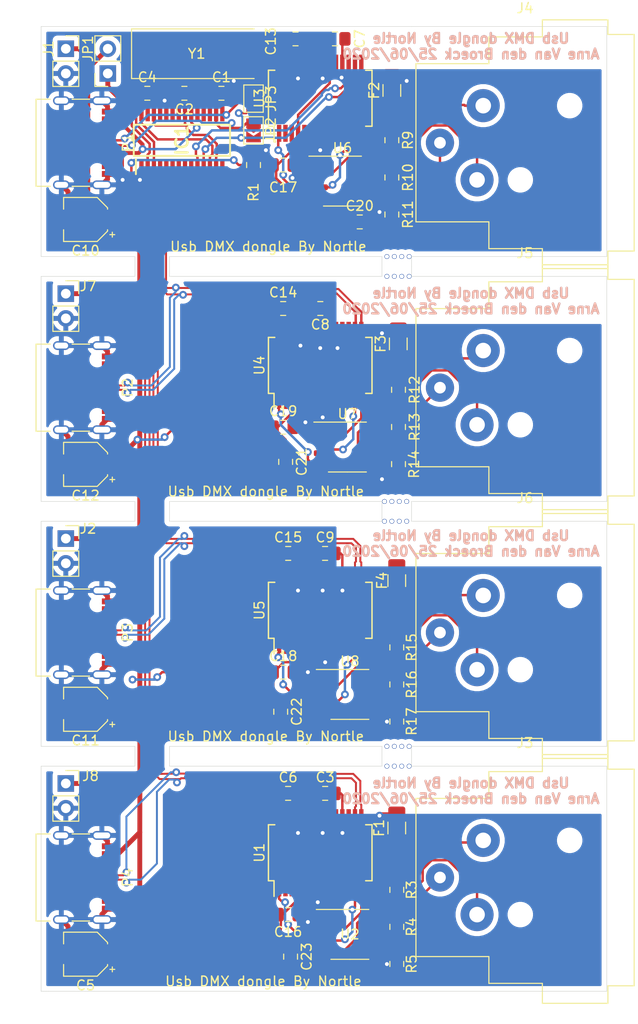
<source format=kicad_pcb>
(kicad_pcb (version 20171130) (host pcbnew "(5.1.5)-3")
  (layers (0 F.Cu signal) (31 B.Cu signal) (34 B.Paste user) (35 F.Paste user) (36 B.SilkS user) (37 F.SilkS user) (38 B.Mask user) (39 F.Mask user) (44 Edge.Cuts user))
  (net 0 "")
  (net 1 GND)
  (net 2 +5V)
  (net 3 VD33)
  (net 4 VD18)
  (net 5 "Net-(C6-Pad1)")
  (net 6 "Net-(C13-Pad1)")
  (net 7 "Net-(C14-Pad1)")
  (net 8 "Net-(C15-Pad1)")
  (net 9 "Net-(F1-Pad1)")
  (net 10 "Net-(F2-Pad1)")
  (net 11 "Net-(F3-Pad1)")
  (net 12 "Net-(F4-Pad1)")
  (net 13 "Net-(IC1-Pad27)")
  (net 14 "Net-(IC1-Pad25)")
  (net 15 "Net-(IC1-Pad24)")
  (net 16 "Net-(IC1-Pad23)")
  (net 17 "Net-(IC1-Pad22)")
  (net 18 "Net-(IC1-Pad19)")
  (net 19 "Net-(IC1-Pad18)")
  (net 20 "Net-(IC1-Pad17)")
  (net 21 "Net-(IC1-Pad16)")
  (net 22 "Net-(IC1-Pad15)")
  (net 23 "Net-(IC1-Pad14)")
  (net 24 D1+)
  (net 25 D1-)
  (net 26 D2+)
  (net 27 D2-)
  (net 28 D3+)
  (net 29 D3-)
  (net 30 D4+)
  (net 31 D4-)
  (net 32 "Net-(IC1-Pad3)")
  (net 33 "Net-(IC1-Pad2)")
  (net 34 "Net-(J3-Pad2)")
  (net 35 "Net-(J4-Pad2)")
  (net 36 "Net-(J5-Pad2)")
  (net 37 "Net-(J6-Pad2)")
  (net 38 "Net-(P1-PadB5)")
  (net 39 "Net-(P1-PadA5)")
  (net 40 "Net-(P2-PadB5)")
  (net 41 "Net-(P2-PadA5)")
  (net 42 "Net-(P3-PadB5)")
  (net 43 "Net-(P3-PadA5)")
  (net 44 "Net-(P4-PadB5)")
  (net 45 "Net-(P4-PadA5)")
  (net 46 "Net-(U1-Pad28)")
  (net 47 "Net-(U1-Pad27)")
  (net 48 "Net-(U1-Pad22)")
  (net 49 "Net-(U1-Pad19)")
  (net 50 "Net-(U1-Pad17)")
  (net 51 "Net-(U1-Pad14)")
  (net 52 "Net-(U1-Pad13)")
  (net 53 "Net-(U1-Pad12)")
  (net 54 "Net-(U1-Pad11)")
  (net 55 "Net-(U1-Pad10)")
  (net 56 "Net-(U1-Pad9)")
  (net 57 "Net-(U1-Pad6)")
  (net 58 "Net-(U1-Pad5)")
  (net 59 "Net-(U1-Pad3)")
  (net 60 "Net-(U1-Pad2)")
  (net 61 "Net-(U1-Pad1)")
  (net 62 "Net-(U3-Pad28)")
  (net 63 "Net-(U3-Pad27)")
  (net 64 "Net-(U3-Pad22)")
  (net 65 "Net-(U3-Pad19)")
  (net 66 "Net-(U3-Pad17)")
  (net 67 "Net-(U3-Pad14)")
  (net 68 "Net-(U3-Pad13)")
  (net 69 "Net-(U3-Pad12)")
  (net 70 "Net-(U3-Pad11)")
  (net 71 "Net-(U3-Pad10)")
  (net 72 "Net-(U3-Pad9)")
  (net 73 "Net-(U3-Pad6)")
  (net 74 "Net-(U3-Pad5)")
  (net 75 "Net-(U3-Pad3)")
  (net 76 "Net-(U3-Pad2)")
  (net 77 "Net-(U3-Pad1)")
  (net 78 "Net-(U4-Pad28)")
  (net 79 "Net-(U4-Pad27)")
  (net 80 "Net-(U4-Pad22)")
  (net 81 "Net-(U4-Pad19)")
  (net 82 "Net-(U4-Pad17)")
  (net 83 "Net-(U4-Pad14)")
  (net 84 "Net-(U4-Pad13)")
  (net 85 "Net-(U4-Pad12)")
  (net 86 "Net-(U4-Pad11)")
  (net 87 "Net-(U4-Pad10)")
  (net 88 "Net-(U4-Pad9)")
  (net 89 "Net-(U4-Pad6)")
  (net 90 "Net-(U4-Pad5)")
  (net 91 "Net-(U4-Pad3)")
  (net 92 "Net-(U4-Pad2)")
  (net 93 "Net-(U4-Pad1)")
  (net 94 "Net-(U5-Pad28)")
  (net 95 "Net-(U5-Pad27)")
  (net 96 "Net-(U5-Pad22)")
  (net 97 "Net-(U5-Pad19)")
  (net 98 "Net-(U5-Pad17)")
  (net 99 "Net-(U5-Pad14)")
  (net 100 "Net-(U5-Pad13)")
  (net 101 "Net-(U5-Pad12)")
  (net 102 "Net-(U5-Pad11)")
  (net 103 "Net-(U5-Pad10)")
  (net 104 "Net-(U5-Pad9)")
  (net 105 "Net-(U5-Pad6)")
  (net 106 "Net-(U5-Pad5)")
  (net 107 "Net-(U5-Pad3)")
  (net 108 "Net-(U5-Pad2)")
  (net 109 "Net-(U5-Pad1)")
  (net 110 "Net-(J3-Pad3)")
  (net 111 "Net-(J4-Pad3)")
  (net 112 "Net-(J5-Pad3)")
  (net 113 "Net-(J6-Pad3)")
  (net 114 "Net-(C1-Pad1)")
  (net 115 "Net-(U1-Pad23)")
  (net 116 "Net-(U3-Pad23)")
  (net 117 "Net-(U4-Pad23)")
  (net 118 "Net-(U5-Pad23)")
  (module Connector_PinSocket_2.54mm:PinSocket_1x02_P2.54mm_Vertical (layer F.Cu) (at 220.472 121.92)
    (fp_text reference J8 (at 2.54 -0.762) (layer F.SilkS))
    (fp_text value Conn_01x02_Male)
    (pad 2 thru_hole oval (at 0 2.54) (size 1.7 1.7) (drill 1) (layers *.Cu *.Mask) (net 1 GND))
    (pad 1 thru_hole rect (at 0 0) (size 1.7 1.7) (drill 1) (layers *.Cu *.Mask) (net 2 +5V))
  )
  (module Connector_PinSocket_2.54mm:PinSocket_1x02_P2.54mm_Vertical (layer F.Cu) (at 220.472 71.628)
    (fp_text reference J7 (at 2.286 -0.762) (layer F.SilkS))
    (fp_text value Conn_01x02_Male)
    (pad 2 thru_hole oval (at 0 2.54) (size 1.7 1.7) (drill 1) (layers *.Cu *.Mask) (net 1 GND))
    (pad 1 thru_hole rect (at 0 0) (size 1.7 1.7) (drill 1) (layers *.Cu *.Mask) (net 2 +5V))
  )
  (module Connector_PinSocket_2.54mm:PinSocket_1x02_P2.54mm_Vertical (layer F.Cu) (at 220.472 96.774)
    (fp_text reference J2 (at 2.286 -1.016) (layer F.SilkS))
    (fp_text value Conn_01x02_Male)
    (pad 2 thru_hole oval (at 0 2.54) (size 1.7 1.7) (drill 1) (layers *.Cu *.Mask) (net 1 GND))
    (pad 1 thru_hole rect (at 0 0) (size 1.7 1.7) (drill 1) (layers *.Cu *.Mask) (net 2 +5V))
  )
  (module Crystal:Crystal_SMD_HC49-SD (layer F.Cu) (at 233.934 46.99)
    (fp_text reference Y1 (at 0 0) (layer F.SilkS))
    (fp_text value Crystal)
    (pad 2 smd rect (at 4.25 0) (size 4.5 2) (layers F.Cu F.Paste F.Mask) (net 32 "Net-(IC1-Pad3)"))
    (pad 1 smd rect (at -4.25 0) (size 4.5 2) (layers F.Cu F.Paste F.Mask) (net 33 "Net-(IC1-Pad2)"))
  )
  (module Package_SO:SOIC-8_3.9x4.9mm_P1.27mm (layer F.Cu) (at 248.92 60.071)
    (fp_text reference U6 (at 0 -3.4) (layer F.SilkS))
    (fp_text value 75176B)
    (pad 8 smd roundrect (at 2.475 -1.905) (size 1.95 0.6) (layers F.Cu F.Paste F.Mask) (net 2 +5V))
    (pad 7 smd roundrect (at 2.475 -0.635) (size 1.95 0.6) (layers F.Cu F.Paste F.Mask) (net 35 "Net-(J4-Pad2)"))
    (pad 6 smd roundrect (at 2.475 0.635) (size 1.95 0.6) (layers F.Cu F.Paste F.Mask) (net 111 "Net-(J4-Pad3)"))
    (pad 5 smd roundrect (at 2.475 1.905) (size 1.95 0.6) (layers F.Cu F.Paste F.Mask) (net 1 GND))
    (pad 4 smd roundrect (at -2.475 1.905) (size 1.95 0.6) (layers F.Cu F.Paste F.Mask) (net 77 "Net-(U3-Pad1)"))
    (pad 3 smd roundrect (at -2.475 0.635) (size 1.95 0.6) (layers F.Cu F.Paste F.Mask) (net 68 "Net-(U3-Pad13)"))
    (pad 2 smd roundrect (at -2.475 -0.635) (size 1.95 0.6) (layers F.Cu F.Paste F.Mask) (net 67 "Net-(U3-Pad14)"))
    (pad 1 smd roundrect (at -2.475 -1.905) (size 1.95 0.6) (layers F.Cu F.Paste F.Mask) (net 74 "Net-(U3-Pad5)"))
  )
  (module Package_SO:SSOP-28_5.3x10.2mm_P0.65mm (layer F.Cu) (at 246.634 51.562 90)
    (fp_text reference U3 (at 0 -6.25 90) (layer F.SilkS))
    (fp_text value FT232RL)
    (pad 28 smd rect (at 3.6 -4.225 90) (size 1.75 0.45) (layers F.Cu F.Paste F.Mask) (net 62 "Net-(U3-Pad28)"))
    (pad 27 smd rect (at 3.6 -3.575 90) (size 1.75 0.45) (layers F.Cu F.Paste F.Mask) (net 63 "Net-(U3-Pad27)"))
    (pad 26 smd rect (at 3.6 -2.925 90) (size 1.75 0.45) (layers F.Cu F.Paste F.Mask) (net 6 "Net-(C13-Pad1)"))
    (pad 25 smd rect (at 3.6 -2.275 90) (size 1.75 0.45) (layers F.Cu F.Paste F.Mask) (net 1 GND))
    (pad 24 smd rect (at 3.6 -1.625 90) (size 1.75 0.45) (layers F.Cu F.Paste F.Mask))
    (pad 23 smd rect (at 3.6 -0.975 90) (size 1.75 0.45) (layers F.Cu F.Paste F.Mask) (net 116 "Net-(U3-Pad23)"))
    (pad 22 smd rect (at 3.6 -0.325 90) (size 1.75 0.45) (layers F.Cu F.Paste F.Mask) (net 64 "Net-(U3-Pad22)"))
    (pad 21 smd rect (at 3.6 0.325 90) (size 1.75 0.45) (layers F.Cu F.Paste F.Mask) (net 1 GND))
    (pad 20 smd rect (at 3.6 0.975 90) (size 1.75 0.45) (layers F.Cu F.Paste F.Mask) (net 2 +5V))
    (pad 19 smd rect (at 3.6 1.625 90) (size 1.75 0.45) (layers F.Cu F.Paste F.Mask) (net 65 "Net-(U3-Pad19)"))
    (pad 18 smd rect (at 3.6 2.275 90) (size 1.75 0.45) (layers F.Cu F.Paste F.Mask) (net 1 GND))
    (pad 17 smd rect (at 3.6 2.925 90) (size 1.75 0.45) (layers F.Cu F.Paste F.Mask) (net 66 "Net-(U3-Pad17)"))
    (pad 16 smd rect (at 3.6 3.575 90) (size 1.75 0.45) (layers F.Cu F.Paste F.Mask) (net 25 D1-))
    (pad 15 smd rect (at 3.6 4.225 90) (size 1.75 0.45) (layers F.Cu F.Paste F.Mask) (net 24 D1+))
    (pad 14 smd rect (at -3.6 4.225 90) (size 1.75 0.45) (layers F.Cu F.Paste F.Mask) (net 67 "Net-(U3-Pad14)"))
    (pad 13 smd rect (at -3.6 3.575 90) (size 1.75 0.45) (layers F.Cu F.Paste F.Mask) (net 68 "Net-(U3-Pad13)"))
    (pad 12 smd rect (at -3.6 2.925 90) (size 1.75 0.45) (layers F.Cu F.Paste F.Mask) (net 69 "Net-(U3-Pad12)"))
    (pad 11 smd rect (at -3.6 2.275 90) (size 1.75 0.45) (layers F.Cu F.Paste F.Mask) (net 70 "Net-(U3-Pad11)"))
    (pad 10 smd rect (at -3.6 1.625 90) (size 1.75 0.45) (layers F.Cu F.Paste F.Mask) (net 71 "Net-(U3-Pad10)"))
    (pad 9 smd rect (at -3.6 0.975 90) (size 1.75 0.45) (layers F.Cu F.Paste F.Mask) (net 72 "Net-(U3-Pad9)"))
    (pad 8 smd rect (at -3.6 0.325 90) (size 1.75 0.45) (layers F.Cu F.Paste F.Mask))
    (pad 7 smd rect (at -3.6 -0.325 90) (size 1.75 0.45) (layers F.Cu F.Paste F.Mask) (net 1 GND))
    (pad 6 smd rect (at -3.6 -0.975 90) (size 1.75 0.45) (layers F.Cu F.Paste F.Mask) (net 73 "Net-(U3-Pad6)"))
    (pad 5 smd rect (at -3.6 -1.625 90) (size 1.75 0.45) (layers F.Cu F.Paste F.Mask) (net 74 "Net-(U3-Pad5)"))
    (pad 4 smd rect (at -3.6 -2.275 90) (size 1.75 0.45) (layers F.Cu F.Paste F.Mask) (net 2 +5V))
    (pad 3 smd rect (at -3.6 -2.925 90) (size 1.75 0.45) (layers F.Cu F.Paste F.Mask) (net 75 "Net-(U3-Pad3)"))
    (pad 2 smd rect (at -3.6 -3.575 90) (size 1.75 0.45) (layers F.Cu F.Paste F.Mask) (net 76 "Net-(U3-Pad2)"))
    (pad 1 smd rect (at -3.6 -4.225 90) (size 1.75 0.45) (layers F.Cu F.Paste F.Mask) (net 77 "Net-(U3-Pad1)"))
  )
  (module Capacitor_SMD:C_0805_2012Metric_Pad1.15x1.40mm_HandSolder (layer F.Cu) (at 254 63.5 270)
    (fp_text reference R11 (at 0 -1.65 90) (layer F.SilkS))
    (fp_text value 560)
    (pad 2 smd roundrect (at 1.025 0 270) (size 1.15 1.4) (layers F.Cu F.Paste F.Mask) (roundrect_rratio 0.217391) (net 1 GND))
    (pad 1 smd roundrect (at -1.025 0 270) (size 1.15 1.4) (layers F.Cu F.Paste F.Mask) (roundrect_rratio 0.217391) (net 111 "Net-(J4-Pad3)"))
  )
  (module Capacitor_SMD:C_0805_2012Metric_Pad1.15x1.40mm_HandSolder (layer F.Cu) (at 254 59.699 270)
    (fp_text reference R10 (at 0 -1.65 90) (layer F.SilkS))
    (fp_text value 130)
    (pad 2 smd roundrect (at 1.025 0 270) (size 1.15 1.4) (layers F.Cu F.Paste F.Mask) (roundrect_rratio 0.217391) (net 111 "Net-(J4-Pad3)"))
    (pad 1 smd roundrect (at -1.025 0 270) (size 1.15 1.4) (layers F.Cu F.Paste F.Mask) (roundrect_rratio 0.217391) (net 35 "Net-(J4-Pad2)"))
  )
  (module Capacitor_SMD:C_0805_2012Metric_Pad1.15x1.40mm_HandSolder (layer F.Cu) (at 254 55.871 270)
    (fp_text reference R9 (at 0 -1.65 90) (layer F.SilkS))
    (fp_text value 560)
    (pad 2 smd roundrect (at 1.025 0 270) (size 1.15 1.4) (layers F.Cu F.Paste F.Mask) (roundrect_rratio 0.217391) (net 35 "Net-(J4-Pad2)"))
    (pad 1 smd roundrect (at -1.025 0 270) (size 1.15 1.4) (layers F.Cu F.Paste F.Mask) (roundrect_rratio 0.217391) (net 2 +5V))
  )
  (module Capacitor_SMD:C_0805_2012Metric_Pad1.15x1.40mm_HandSolder (layer F.Cu) (at 239.776 58.42 270)
    (fp_text reference R1 (at 2.794 0 90) (layer F.SilkS))
    (fp_text value 2.7K)
    (pad 2 smd roundrect (at 1.025 0 270) (size 1.15 1.4) (layers F.Cu F.Paste F.Mask) (roundrect_rratio 0.217391) (net 23 "Net-(IC1-Pad14)"))
    (pad 1 smd roundrect (at -1.025 0 270) (size 1.15 1.4) (layers F.Cu F.Paste F.Mask) (roundrect_rratio 0.217391) (net 1 GND))
  )
  (module Connector_USB:USB_C_Receptacle_Palconn_UTC16-G (layer F.Cu) (at 222.25 56.134 270)
    (fp_text reference P1 (at 0 -4.58 90) (layer F.SilkS))
    (fp_text value USB_C_Plug_USB2.0)
    (pad S1 thru_hole oval (at -4.32 -1.93) (size 2 0.9) (drill oval 1.7 0.6) (layers *.Cu *.Mask) (net 1 GND))
    (pad S1 thru_hole oval (at 4.32 -1.93) (size 2 0.9) (drill oval 1.7 0.6) (layers *.Cu *.Mask) (net 1 GND))
    (pad S1 thru_hole oval (at -4.32 2.24) (size 1.7 0.9) (drill oval 1.4 0.6) (layers *.Cu *.Mask) (net 1 GND))
    (pad S1 thru_hole oval (at 4.32 2.24) (size 1.7 0.9) (drill oval 1.4 0.6) (layers *.Cu *.Mask) (net 1 GND))
    (pad B7 smd rect (at -0.75 -2.51 90) (size 0.3 1.16) (layers F.Cu F.Paste F.Mask))
    (pad A6 smd rect (at -0.25 -2.51 90) (size 0.3 1.16) (layers F.Cu F.Paste F.Mask) (net 22 "Net-(IC1-Pad15)"))
    (pad A7 smd rect (at 0.25 -2.51 90) (size 0.3 1.16) (layers F.Cu F.Paste F.Mask) (net 21 "Net-(IC1-Pad16)"))
    (pad B8 smd rect (at -1.75 -2.51 90) (size 0.3 1.16) (layers F.Cu F.Paste F.Mask))
    (pad A5 smd rect (at -1.25 -2.51 90) (size 0.3 1.16) (layers F.Cu F.Paste F.Mask) (net 39 "Net-(P1-PadA5)"))
    (pad A8 smd rect (at 1.25 -2.51 90) (size 0.3 1.16) (layers F.Cu F.Paste F.Mask))
    (pad B6 smd rect (at 0.75 -2.51 90) (size 0.3 1.16) (layers F.Cu F.Paste F.Mask))
    (pad B5 smd rect (at 1.75 -2.51 90) (size 0.3 1.16) (layers F.Cu F.Paste F.Mask) (net 38 "Net-(P1-PadB5)"))
    (pad "" np_thru_hole circle (at 2.89 -1.45 90) (size 0.6 0.6) (drill 0.6) (layers *.Cu *.Mask))
    (pad "" np_thru_hole circle (at -2.89 -1.45 90) (size 0.6 0.6) (drill 0.6) (layers *.Cu *.Mask))
    (pad A4 smd rect (at -2.4 -2.51 270) (size 0.6 1.16) (layers F.Cu F.Paste F.Mask) (net 114 "Net-(C1-Pad1)"))
    (pad B9 smd rect (at -2.4 -2.51 270) (size 0.6 1.16) (layers F.Cu F.Paste F.Mask) (net 114 "Net-(C1-Pad1)"))
    (pad A1 smd rect (at -3.2 -2.51 270) (size 0.6 1.16) (layers F.Cu F.Paste F.Mask) (net 1 GND))
    (pad B12 smd rect (at -3.2 -2.51 270) (size 0.6 1.16) (layers F.Cu F.Paste F.Mask) (net 1 GND))
    (pad B4 smd rect (at 2.4 -2.51 270) (size 0.6 1.16) (layers F.Cu F.Paste F.Mask) (net 114 "Net-(C1-Pad1)"))
    (pad B1 smd rect (at 3.2 -2.51 270) (size 0.6 1.16) (layers F.Cu F.Paste F.Mask) (net 1 GND))
    (pad A9 smd rect (at 2.4 -2.51 270) (size 0.6 1.16) (layers F.Cu F.Paste F.Mask) (net 114 "Net-(C1-Pad1)"))
    (pad A12 smd rect (at 3.2 -2.51 270) (size 0.6 1.16) (layers F.Cu F.Paste F.Mask) (net 1 GND))
  )
  (module Jumper:SolderJumper-2_P1.3mm_Open_TrianglePad1.0x1.5mm (layer F.Cu) (at 239.776 51.599 270)
    (fp_text reference JP3 (at 0 -1.8 90) (layer F.SilkS))
    (fp_text value SolderJumper_2_Open)
    (pad 1 smd custom (at -0.725 0 270) (size 0.3 0.3) (layers F.Cu F.Mask) (net 22 "Net-(IC1-Pad15)") (options (clearance outline) (anchor rect)) (primitives (gr_poly (pts (xy -0.5 -0.75) (xy 0.5 -0.75) (xy 1 0) (xy 0.5 0.75) (xy -0.5 0.75)) (width 0))))
    (pad 2 smd custom (at 0.725 0 270) (size 0.3 0.3) (layers F.Cu F.Mask) (net 25 D1-) (options (clearance outline) (anchor rect)) (primitives (gr_poly (pts (xy -0.65 -0.75) (xy 0.5 -0.75) (xy 0.5 0.75) (xy -0.65 0.75) (xy -0.15 0)) (width 0))))
  )
  (module Jumper:SolderJumper-2_P1.3mm_Open_TrianglePad1.0x1.5mm (layer F.Cu) (at 239.776 54.864 270)
    (fp_text reference JP2 (at 0 -1.778 90) (layer F.SilkS))
    (fp_text value SolderJumper_2_Open)
    (pad 1 smd custom (at -0.725 0 270) (size 0.3 0.3) (layers F.Cu F.Mask) (net 21 "Net-(IC1-Pad16)") (options (clearance outline) (anchor rect)) (primitives (gr_poly (pts (xy -0.5 -0.75) (xy 0.5 -0.75) (xy 1 0) (xy 0.5 0.75) (xy -0.5 0.75)) (width 0))))
    (pad 2 smd custom (at 0.725 0 270) (size 0.3 0.3) (layers F.Cu F.Mask) (net 24 D1+) (options (clearance outline) (anchor rect)) (primitives (gr_poly (pts (xy -0.65 -0.75) (xy 0.5 -0.75) (xy 0.5 0.75) (xy -0.65 0.75) (xy -0.15 0)) (width 0))))
  )
  (module Connector_PinSocket_2.54mm:PinSocket_1x02_P2.54mm_Vertical (layer F.Cu) (at 224.79 49.022 180)
    (fp_text reference JP1 (at 2.032 2.54 90) (layer F.SilkS))
    (fp_text value Jumper)
    (pad 2 thru_hole oval (at 0 2.54 180) (size 1.7 1.7) (drill 1) (layers *.Cu *.Mask) (net 2 +5V))
    (pad 1 thru_hole rect (at 0 0 180) (size 1.7 1.7) (drill 1) (layers *.Cu *.Mask) (net 114 "Net-(C1-Pad1)"))
  )
  (module SamacSys_Parts:SOP64P600X175-28N (layer F.Cu) (at 232.41 55.88 90)
    (fp_text reference IC1 (at 0 0 90) (layer F.SilkS) (effects (font (size 1.27 1.27) (thickness 0.254))))
    (fp_text value FE1.1S hide)
    (pad 28 smd rect (at 2.712 -4.16 180) (size 0.44 1.525) (layers F.Cu F.Paste F.Mask) (net 4 VD18))
    (pad 27 smd rect (at 2.712 -3.52 180) (size 0.44 1.525) (layers F.Cu F.Paste F.Mask) (net 13 "Net-(IC1-Pad27)"))
    (pad 26 smd rect (at 2.712 -2.88 180) (size 0.44 1.525) (layers F.Cu F.Paste F.Mask) (net 3 VD33))
    (pad 25 smd rect (at 2.712 -2.24 180) (size 0.44 1.525) (layers F.Cu F.Paste F.Mask) (net 14 "Net-(IC1-Pad25)"))
    (pad 24 smd rect (at 2.712 -1.6 180) (size 0.44 1.525) (layers F.Cu F.Paste F.Mask) (net 15 "Net-(IC1-Pad24)"))
    (pad 23 smd rect (at 2.712 -0.96 180) (size 0.44 1.525) (layers F.Cu F.Paste F.Mask) (net 16 "Net-(IC1-Pad23)"))
    (pad 22 smd rect (at 2.712 -0.32 180) (size 0.44 1.525) (layers F.Cu F.Paste F.Mask) (net 17 "Net-(IC1-Pad22)"))
    (pad 21 smd rect (at 2.712 0.32 180) (size 0.44 1.525) (layers F.Cu F.Paste F.Mask) (net 3 VD33))
    (pad 20 smd rect (at 2.712 0.96 180) (size 0.44 1.525) (layers F.Cu F.Paste F.Mask) (net 114 "Net-(C1-Pad1)"))
    (pad 19 smd rect (at 2.712 1.6 180) (size 0.44 1.525) (layers F.Cu F.Paste F.Mask) (net 18 "Net-(IC1-Pad19)"))
    (pad 18 smd rect (at 2.712 2.24 180) (size 0.44 1.525) (layers F.Cu F.Paste F.Mask) (net 19 "Net-(IC1-Pad18)"))
    (pad 17 smd rect (at 2.712 2.88 180) (size 0.44 1.525) (layers F.Cu F.Paste F.Mask) (net 20 "Net-(IC1-Pad17)"))
    (pad 16 smd rect (at 2.712 3.52 180) (size 0.44 1.525) (layers F.Cu F.Paste F.Mask) (net 21 "Net-(IC1-Pad16)"))
    (pad 15 smd rect (at 2.712 4.16 180) (size 0.44 1.525) (layers F.Cu F.Paste F.Mask) (net 22 "Net-(IC1-Pad15)"))
    (pad 14 smd rect (at -2.712 4.16 180) (size 0.44 1.525) (layers F.Cu F.Paste F.Mask) (net 23 "Net-(IC1-Pad14)"))
    (pad 13 smd rect (at -2.712 3.52 180) (size 0.44 1.525) (layers F.Cu F.Paste F.Mask) (net 3 VD33))
    (pad 12 smd rect (at -2.712 2.88 180) (size 0.44 1.525) (layers F.Cu F.Paste F.Mask) (net 4 VD18))
    (pad 11 smd rect (at -2.712 2.24 180) (size 0.44 1.525) (layers F.Cu F.Paste F.Mask) (net 24 D1+))
    (pad 10 smd rect (at -2.712 1.6 180) (size 0.44 1.525) (layers F.Cu F.Paste F.Mask) (net 25 D1-))
    (pad 9 smd rect (at -2.712 0.96 180) (size 0.44 1.525) (layers F.Cu F.Paste F.Mask) (net 26 D2+))
    (pad 8 smd rect (at -2.712 0.32 180) (size 0.44 1.525) (layers F.Cu F.Paste F.Mask) (net 27 D2-))
    (pad 7 smd rect (at -2.712 -0.32 180) (size 0.44 1.525) (layers F.Cu F.Paste F.Mask) (net 28 D3+))
    (pad 6 smd rect (at -2.712 -0.96 180) (size 0.44 1.525) (layers F.Cu F.Paste F.Mask) (net 29 D3-))
    (pad 5 smd rect (at -2.712 -1.6 180) (size 0.44 1.525) (layers F.Cu F.Paste F.Mask) (net 30 D4+))
    (pad 4 smd rect (at -2.712 -2.24 180) (size 0.44 1.525) (layers F.Cu F.Paste F.Mask) (net 31 D4-))
    (pad 3 smd rect (at -2.712 -2.88 180) (size 0.44 1.525) (layers F.Cu F.Paste F.Mask) (net 32 "Net-(IC1-Pad3)"))
    (pad 2 smd rect (at -2.712 -3.52 180) (size 0.44 1.525) (layers F.Cu F.Paste F.Mask) (net 33 "Net-(IC1-Pad2)"))
    (pad 1 smd rect (at -2.712 -4.16 180) (size 0.44 1.525) (layers F.Cu F.Paste F.Mask) (net 1 GND))
  )
  (module Capacitor_SMD:C_0805_2012Metric_Pad1.15x1.40mm_HandSolder (layer F.Cu) (at 250.698 64.262)
    (fp_text reference C20 (at 0 -1.65) (layer F.SilkS))
    (fp_text value 100nf)
    (pad 2 smd roundrect (at 1.025 0) (size 1.15 1.4) (layers F.Cu F.Paste F.Mask) (roundrect_rratio 0.217391) (net 1 GND))
    (pad 1 smd roundrect (at -1.025 0) (size 1.15 1.4) (layers F.Cu F.Paste F.Mask) (roundrect_rratio 0.217391) (net 2 +5V))
  )
  (module Capacitor_SMD:C_0805_2012Metric_Pad1.15x1.40mm_HandSolder (layer F.Cu) (at 242.824 58.42)
    (fp_text reference C17 (at 0 2.286) (layer F.SilkS))
    (fp_text value 10nf)
    (pad 2 smd roundrect (at 1.025 0) (size 1.15 1.4) (layers F.Cu F.Paste F.Mask) (roundrect_rratio 0.217391) (net 1 GND))
    (pad 1 smd roundrect (at -1.025 0) (size 1.15 1.4) (layers F.Cu F.Paste F.Mask) (roundrect_rratio 0.217391) (net 2 +5V))
  )
  (module Capacitor_SMD:C_0805_2012Metric_Pad1.15x1.40mm_HandSolder (layer F.Cu) (at 244.094 45.466)
    (fp_text reference C13 (at -2.54 0.254 90) (layer F.SilkS))
    (fp_text value 100nf)
    (pad 2 smd roundrect (at 1.025 0) (size 1.15 1.4) (layers F.Cu F.Paste F.Mask) (roundrect_rratio 0.217391) (net 1 GND))
    (pad 1 smd roundrect (at -1.025 0) (size 1.15 1.4) (layers F.Cu F.Paste F.Mask) (roundrect_rratio 0.217391) (net 6 "Net-(C13-Pad1)"))
  )
  (module Capacitor_SMD:CP_Elec_4x5.4 (layer F.Cu) (at 222.504 64.008 180)
    (fp_text reference C10 (at 0 -3.2) (layer F.SilkS))
    (fp_text value 4.7uF)
    (pad 1 smd roundrect (at -1.8 0 180) (size 2.6 1.6) (layers F.Cu F.Paste F.Mask) (roundrect_rratio 0.15625) (net 2 +5V))
    (pad 2 smd roundrect (at 1.8 0 180) (size 2.6 1.6) (layers F.Cu F.Paste F.Mask) (roundrect_rratio 0.15625) (net 1 GND))
  )
  (module Capacitor_SMD:C_0805_2012Metric_Pad1.15x1.40mm_HandSolder (layer F.Cu) (at 248.149 45.466)
    (fp_text reference C7 (at 2.549 0 270) (layer F.SilkS))
    (fp_text value 100nf)
    (pad 2 smd roundrect (at 1.025 0) (size 1.15 1.4) (layers F.Cu F.Paste F.Mask) (roundrect_rratio 0.217391) (net 1 GND))
    (pad 1 smd roundrect (at -1.025 0) (size 1.15 1.4) (layers F.Cu F.Paste F.Mask) (roundrect_rratio 0.217391) (net 2 +5V))
  )
  (module Capacitor_SMD:CP_Elec_4x5.4 (layer F.Cu) (at 222.504 139.446 180)
    (fp_text reference C5 (at 0 -3.2) (layer F.SilkS))
    (fp_text value 4.7uF)
    (pad 2 smd roundrect (at 1.8 0 180) (size 2.6 1.6) (layers F.Cu F.Paste F.Mask) (roundrect_rratio 0.15625) (net 1 GND))
    (pad 1 smd roundrect (at -1.8 0 180) (size 2.6 1.6) (layers F.Cu F.Paste F.Mask) (roundrect_rratio 0.15625) (net 2 +5V))
  )
  (module Package_SO:SOIC-8_3.9x4.9mm_P1.27mm (layer F.Cu) (at 249.428 87.376)
    (fp_text reference U7 (at 0 -3.4) (layer F.SilkS))
    (fp_text value 75176B)
    (pad 8 smd roundrect (at 2.475 -1.905) (size 1.95 0.6) (layers F.Cu F.Paste F.Mask) (net 2 +5V))
    (pad 7 smd roundrect (at 2.475 -0.635) (size 1.95 0.6) (layers F.Cu F.Paste F.Mask) (net 36 "Net-(J5-Pad2)"))
    (pad 6 smd roundrect (at 2.475 0.635) (size 1.95 0.6) (layers F.Cu F.Paste F.Mask) (net 112 "Net-(J5-Pad3)"))
    (pad 5 smd roundrect (at 2.475 1.905) (size 1.95 0.6) (layers F.Cu F.Paste F.Mask) (net 1 GND))
    (pad 4 smd roundrect (at -2.475 1.905) (size 1.95 0.6) (layers F.Cu F.Paste F.Mask) (net 93 "Net-(U4-Pad1)"))
    (pad 3 smd roundrect (at -2.475 0.635) (size 1.95 0.6) (layers F.Cu F.Paste F.Mask) (net 84 "Net-(U4-Pad13)"))
    (pad 2 smd roundrect (at -2.475 -0.635) (size 1.95 0.6) (layers F.Cu F.Paste F.Mask) (net 83 "Net-(U4-Pad14)"))
    (pad 1 smd roundrect (at -2.475 -1.905) (size 1.95 0.6) (layers F.Cu F.Paste F.Mask) (net 90 "Net-(U4-Pad5)"))
  )
  (module Connector_Audio:Jack_XLR_Neutrik_NC3FAH1_Horizontal (layer F.Cu) (at 263.398 52.324)
    (fp_text reference J4 (at 4.3 -10) (layer F.SilkS))
    (fp_text value XLR3)
    (pad "" np_thru_hole circle (at 3.81 7.62) (size 1.6 1.6) (drill 1.6) (layers *.Cu *.Mask))
    (pad "" np_thru_hole circle (at 8.89 0) (size 1.6 1.6) (drill 1.6) (layers *.Cu *.Mask))
    (pad 3 thru_hole circle (at -4.45 3.81) (size 2.9 2.9) (drill 1.2) (layers *.Cu *.Mask) (net 111 "Net-(J4-Pad3)"))
    (pad 2 thru_hole circle (at -0.635 7.62) (size 3.4 3.4) (drill 1.6) (layers *.Cu *.Mask) (net 35 "Net-(J4-Pad2)"))
    (pad 1 thru_hole circle (at 0 0) (size 3.4 3.4) (drill 1.6) (layers *.Cu *.Mask) (net 10 "Net-(F2-Pad1)"))
  )
  (module Connector_Audio:Jack_XLR_Neutrik_NC3FAH1_Horizontal (layer F.Cu) (at 263.398 102.616)
    (fp_text reference J6 (at 4.3 -10) (layer F.SilkS))
    (fp_text value XLR3)
    (pad "" np_thru_hole circle (at 3.81 7.62) (size 1.6 1.6) (drill 1.6) (layers *.Cu *.Mask))
    (pad "" np_thru_hole circle (at 8.89 0) (size 1.6 1.6) (drill 1.6) (layers *.Cu *.Mask))
    (pad 3 thru_hole circle (at -4.45 3.81) (size 2.9 2.9) (drill 1.2) (layers *.Cu *.Mask) (net 113 "Net-(J6-Pad3)"))
    (pad 2 thru_hole circle (at -0.635 7.62) (size 3.4 3.4) (drill 1.6) (layers *.Cu *.Mask) (net 37 "Net-(J6-Pad2)"))
    (pad 1 thru_hole circle (at 0 0) (size 3.4 3.4) (drill 1.6) (layers *.Cu *.Mask) (net 12 "Net-(F4-Pad1)"))
  )
  (module Capacitor_SMD:C_0805_2012Metric_Pad1.15x1.40mm_HandSolder (layer F.Cu) (at 243.586 139.7 270)
    (fp_text reference C23 (at 0 -1.65 90) (layer F.SilkS))
    (fp_text value 100nf)
    (pad 2 smd roundrect (at 1.025 0 270) (size 1.15 1.4) (layers F.Cu F.Paste F.Mask) (roundrect_rratio 0.217391) (net 1 GND))
    (pad 1 smd roundrect (at -1.025 0 270) (size 1.15 1.4) (layers F.Cu F.Paste F.Mask) (roundrect_rratio 0.217391) (net 2 +5V))
  )
  (module Capacitor_SMD:C_0805_2012Metric_Pad1.15x1.40mm_HandSolder (layer F.Cu) (at 242.57 114.554 270)
    (fp_text reference C22 (at 0 -1.65 90) (layer F.SilkS))
    (fp_text value 100nf)
    (pad 2 smd roundrect (at 1.025 0 270) (size 1.15 1.4) (layers F.Cu F.Paste F.Mask) (roundrect_rratio 0.217391) (net 1 GND))
    (pad 1 smd roundrect (at -1.025 0 270) (size 1.15 1.4) (layers F.Cu F.Paste F.Mask) (roundrect_rratio 0.217391) (net 2 +5V))
  )
  (module Capacitor_SMD:C_0805_2012Metric_Pad1.15x1.40mm_HandSolder (layer F.Cu) (at 243.078 88.9 270)
    (fp_text reference C21 (at 0 -1.65 90) (layer F.SilkS))
    (fp_text value 100nf)
    (pad 2 smd roundrect (at 1.025 0 270) (size 1.15 1.4) (layers F.Cu F.Paste F.Mask) (roundrect_rratio 0.217391) (net 1 GND))
    (pad 1 smd roundrect (at -1.025 0 270) (size 1.15 1.4) (layers F.Cu F.Paste F.Mask) (roundrect_rratio 0.217391) (net 2 +5V))
  )
  (module Package_SO:SOIC-8_3.9x4.9mm_P1.27mm (layer F.Cu) (at 249.682 112.776)
    (fp_text reference U8 (at 0 -3.4) (layer F.SilkS))
    (fp_text value 75176B)
    (pad 8 smd roundrect (at 2.475 -1.905) (size 1.95 0.6) (layers F.Cu F.Paste F.Mask) (net 2 +5V))
    (pad 7 smd roundrect (at 2.475 -0.635) (size 1.95 0.6) (layers F.Cu F.Paste F.Mask) (net 37 "Net-(J6-Pad2)"))
    (pad 6 smd roundrect (at 2.475 0.635) (size 1.95 0.6) (layers F.Cu F.Paste F.Mask) (net 113 "Net-(J6-Pad3)"))
    (pad 5 smd roundrect (at 2.475 1.905) (size 1.95 0.6) (layers F.Cu F.Paste F.Mask) (net 1 GND))
    (pad 4 smd roundrect (at -2.475 1.905) (size 1.95 0.6) (layers F.Cu F.Paste F.Mask) (net 109 "Net-(U5-Pad1)"))
    (pad 3 smd roundrect (at -2.475 0.635) (size 1.95 0.6) (layers F.Cu F.Paste F.Mask) (net 100 "Net-(U5-Pad13)"))
    (pad 2 smd roundrect (at -2.475 -0.635) (size 1.95 0.6) (layers F.Cu F.Paste F.Mask) (net 99 "Net-(U5-Pad14)"))
    (pad 1 smd roundrect (at -2.475 -1.905) (size 1.95 0.6) (layers F.Cu F.Paste F.Mask) (net 106 "Net-(U5-Pad5)"))
  )
  (module Package_SO:SSOP-28_5.3x10.2mm_P0.65mm (layer F.Cu) (at 246.634 104.14 90)
    (fp_text reference U5 (at 0 -6.25 90) (layer F.SilkS))
    (fp_text value FT232RL)
    (pad 28 smd rect (at 3.6 -4.225 90) (size 1.75 0.45) (layers F.Cu F.Paste F.Mask) (net 94 "Net-(U5-Pad28)"))
    (pad 27 smd rect (at 3.6 -3.575 90) (size 1.75 0.45) (layers F.Cu F.Paste F.Mask) (net 95 "Net-(U5-Pad27)"))
    (pad 26 smd rect (at 3.6 -2.925 90) (size 1.75 0.45) (layers F.Cu F.Paste F.Mask) (net 8 "Net-(C15-Pad1)"))
    (pad 25 smd rect (at 3.6 -2.275 90) (size 1.75 0.45) (layers F.Cu F.Paste F.Mask) (net 1 GND))
    (pad 24 smd rect (at 3.6 -1.625 90) (size 1.75 0.45) (layers F.Cu F.Paste F.Mask))
    (pad 23 smd rect (at 3.6 -0.975 90) (size 1.75 0.45) (layers F.Cu F.Paste F.Mask) (net 118 "Net-(U5-Pad23)"))
    (pad 22 smd rect (at 3.6 -0.325 90) (size 1.75 0.45) (layers F.Cu F.Paste F.Mask) (net 96 "Net-(U5-Pad22)"))
    (pad 21 smd rect (at 3.6 0.325 90) (size 1.75 0.45) (layers F.Cu F.Paste F.Mask) (net 1 GND))
    (pad 20 smd rect (at 3.6 0.975 90) (size 1.75 0.45) (layers F.Cu F.Paste F.Mask) (net 2 +5V))
    (pad 19 smd rect (at 3.6 1.625 90) (size 1.75 0.45) (layers F.Cu F.Paste F.Mask) (net 97 "Net-(U5-Pad19)"))
    (pad 18 smd rect (at 3.6 2.275 90) (size 1.75 0.45) (layers F.Cu F.Paste F.Mask) (net 1 GND))
    (pad 17 smd rect (at 3.6 2.925 90) (size 1.75 0.45) (layers F.Cu F.Paste F.Mask) (net 98 "Net-(U5-Pad17)"))
    (pad 16 smd rect (at 3.6 3.575 90) (size 1.75 0.45) (layers F.Cu F.Paste F.Mask) (net 29 D3-))
    (pad 15 smd rect (at 3.6 4.225 90) (size 1.75 0.45) (layers F.Cu F.Paste F.Mask) (net 28 D3+))
    (pad 14 smd rect (at -3.6 4.225 90) (size 1.75 0.45) (layers F.Cu F.Paste F.Mask) (net 99 "Net-(U5-Pad14)"))
    (pad 13 smd rect (at -3.6 3.575 90) (size 1.75 0.45) (layers F.Cu F.Paste F.Mask) (net 100 "Net-(U5-Pad13)"))
    (pad 12 smd rect (at -3.6 2.925 90) (size 1.75 0.45) (layers F.Cu F.Paste F.Mask) (net 101 "Net-(U5-Pad12)"))
    (pad 11 smd rect (at -3.6 2.275 90) (size 1.75 0.45) (layers F.Cu F.Paste F.Mask) (net 102 "Net-(U5-Pad11)"))
    (pad 10 smd rect (at -3.6 1.625 90) (size 1.75 0.45) (layers F.Cu F.Paste F.Mask) (net 103 "Net-(U5-Pad10)"))
    (pad 9 smd rect (at -3.6 0.975 90) (size 1.75 0.45) (layers F.Cu F.Paste F.Mask) (net 104 "Net-(U5-Pad9)"))
    (pad 8 smd rect (at -3.6 0.325 90) (size 1.75 0.45) (layers F.Cu F.Paste F.Mask))
    (pad 7 smd rect (at -3.6 -0.325 90) (size 1.75 0.45) (layers F.Cu F.Paste F.Mask) (net 1 GND))
    (pad 6 smd rect (at -3.6 -0.975 90) (size 1.75 0.45) (layers F.Cu F.Paste F.Mask) (net 105 "Net-(U5-Pad6)"))
    (pad 5 smd rect (at -3.6 -1.625 90) (size 1.75 0.45) (layers F.Cu F.Paste F.Mask) (net 106 "Net-(U5-Pad5)"))
    (pad 4 smd rect (at -3.6 -2.275 90) (size 1.75 0.45) (layers F.Cu F.Paste F.Mask) (net 2 +5V))
    (pad 3 smd rect (at -3.6 -2.925 90) (size 1.75 0.45) (layers F.Cu F.Paste F.Mask) (net 107 "Net-(U5-Pad3)"))
    (pad 2 smd rect (at -3.6 -3.575 90) (size 1.75 0.45) (layers F.Cu F.Paste F.Mask) (net 108 "Net-(U5-Pad2)"))
    (pad 1 smd rect (at -3.6 -4.225 90) (size 1.75 0.45) (layers F.Cu F.Paste F.Mask) (net 109 "Net-(U5-Pad1)"))
  )
  (module Package_SO:SSOP-28_5.3x10.2mm_P0.65mm (layer F.Cu) (at 246.634 78.994 90)
    (fp_text reference U4 (at 0 -6.25 90) (layer F.SilkS))
    (fp_text value FT232RL)
    (pad 28 smd rect (at 3.6 -4.225 90) (size 1.75 0.45) (layers F.Cu F.Paste F.Mask) (net 78 "Net-(U4-Pad28)"))
    (pad 27 smd rect (at 3.6 -3.575 90) (size 1.75 0.45) (layers F.Cu F.Paste F.Mask) (net 79 "Net-(U4-Pad27)"))
    (pad 26 smd rect (at 3.6 -2.925 90) (size 1.75 0.45) (layers F.Cu F.Paste F.Mask) (net 7 "Net-(C14-Pad1)"))
    (pad 25 smd rect (at 3.6 -2.275 90) (size 1.75 0.45) (layers F.Cu F.Paste F.Mask) (net 1 GND))
    (pad 24 smd rect (at 3.6 -1.625 90) (size 1.75 0.45) (layers F.Cu F.Paste F.Mask))
    (pad 23 smd rect (at 3.6 -0.975 90) (size 1.75 0.45) (layers F.Cu F.Paste F.Mask) (net 117 "Net-(U4-Pad23)"))
    (pad 22 smd rect (at 3.6 -0.325 90) (size 1.75 0.45) (layers F.Cu F.Paste F.Mask) (net 80 "Net-(U4-Pad22)"))
    (pad 21 smd rect (at 3.6 0.325 90) (size 1.75 0.45) (layers F.Cu F.Paste F.Mask) (net 1 GND))
    (pad 20 smd rect (at 3.6 0.975 90) (size 1.75 0.45) (layers F.Cu F.Paste F.Mask) (net 2 +5V))
    (pad 19 smd rect (at 3.6 1.625 90) (size 1.75 0.45) (layers F.Cu F.Paste F.Mask) (net 81 "Net-(U4-Pad19)"))
    (pad 18 smd rect (at 3.6 2.275 90) (size 1.75 0.45) (layers F.Cu F.Paste F.Mask) (net 1 GND))
    (pad 17 smd rect (at 3.6 2.925 90) (size 1.75 0.45) (layers F.Cu F.Paste F.Mask) (net 82 "Net-(U4-Pad17)"))
    (pad 16 smd rect (at 3.6 3.575 90) (size 1.75 0.45) (layers F.Cu F.Paste F.Mask) (net 27 D2-))
    (pad 15 smd rect (at 3.6 4.225 90) (size 1.75 0.45) (layers F.Cu F.Paste F.Mask) (net 26 D2+))
    (pad 14 smd rect (at -3.6 4.225 90) (size 1.75 0.45) (layers F.Cu F.Paste F.Mask) (net 83 "Net-(U4-Pad14)"))
    (pad 13 smd rect (at -3.6 3.575 90) (size 1.75 0.45) (layers F.Cu F.Paste F.Mask) (net 84 "Net-(U4-Pad13)"))
    (pad 12 smd rect (at -3.6 2.925 90) (size 1.75 0.45) (layers F.Cu F.Paste F.Mask) (net 85 "Net-(U4-Pad12)"))
    (pad 11 smd rect (at -3.6 2.275 90) (size 1.75 0.45) (layers F.Cu F.Paste F.Mask) (net 86 "Net-(U4-Pad11)"))
    (pad 10 smd rect (at -3.6 1.625 90) (size 1.75 0.45) (layers F.Cu F.Paste F.Mask) (net 87 "Net-(U4-Pad10)"))
    (pad 9 smd rect (at -3.6 0.975 90) (size 1.75 0.45) (layers F.Cu F.Paste F.Mask) (net 88 "Net-(U4-Pad9)"))
    (pad 8 smd rect (at -3.6 0.325 90) (size 1.75 0.45) (layers F.Cu F.Paste F.Mask))
    (pad 7 smd rect (at -3.6 -0.325 90) (size 1.75 0.45) (layers F.Cu F.Paste F.Mask) (net 1 GND))
    (pad 6 smd rect (at -3.6 -0.975 90) (size 1.75 0.45) (layers F.Cu F.Paste F.Mask) (net 89 "Net-(U4-Pad6)"))
    (pad 5 smd rect (at -3.6 -1.625 90) (size 1.75 0.45) (layers F.Cu F.Paste F.Mask) (net 90 "Net-(U4-Pad5)"))
    (pad 4 smd rect (at -3.6 -2.275 90) (size 1.75 0.45) (layers F.Cu F.Paste F.Mask) (net 2 +5V))
    (pad 3 smd rect (at -3.6 -2.925 90) (size 1.75 0.45) (layers F.Cu F.Paste F.Mask) (net 91 "Net-(U4-Pad3)"))
    (pad 2 smd rect (at -3.6 -3.575 90) (size 1.75 0.45) (layers F.Cu F.Paste F.Mask) (net 92 "Net-(U4-Pad2)"))
    (pad 1 smd rect (at -3.6 -4.225 90) (size 1.75 0.45) (layers F.Cu F.Paste F.Mask) (net 93 "Net-(U4-Pad1)"))
  )
  (module Package_SO:SOIC-8_3.9x4.9mm_P1.27mm (layer F.Cu) (at 249.682 137.414)
    (fp_text reference U2 (at 0 0) (layer F.SilkS))
    (fp_text value 75176B)
    (pad 8 smd roundrect (at 2.475 -1.905) (size 1.95 0.6) (layers F.Cu F.Paste F.Mask) (net 2 +5V))
    (pad 7 smd roundrect (at 2.475 -0.635) (size 1.95 0.6) (layers F.Cu F.Paste F.Mask) (net 34 "Net-(J3-Pad2)"))
    (pad 6 smd roundrect (at 2.475 0.635) (size 1.95 0.6) (layers F.Cu F.Paste F.Mask) (net 110 "Net-(J3-Pad3)"))
    (pad 5 smd roundrect (at 2.475 1.905) (size 1.95 0.6) (layers F.Cu F.Paste F.Mask) (net 1 GND))
    (pad 4 smd roundrect (at -2.475 1.905) (size 1.95 0.6) (layers F.Cu F.Paste F.Mask) (net 61 "Net-(U1-Pad1)"))
    (pad 3 smd roundrect (at -2.475 0.635) (size 1.95 0.6) (layers F.Cu F.Paste F.Mask) (net 52 "Net-(U1-Pad13)"))
    (pad 2 smd roundrect (at -2.475 -0.635) (size 1.95 0.6) (layers F.Cu F.Paste F.Mask) (net 51 "Net-(U1-Pad14)"))
    (pad 1 smd roundrect (at -2.475 -1.905) (size 1.95 0.6) (layers F.Cu F.Paste F.Mask) (net 58 "Net-(U1-Pad5)"))
  )
  (module Package_SO:SSOP-28_5.3x10.2mm_P0.65mm (layer F.Cu) (at 246.634 129.032 90)
    (fp_text reference U1 (at 0 -6.25 90) (layer F.SilkS))
    (fp_text value FT232RL)
    (pad 28 smd rect (at 3.6 -4.225 90) (size 1.75 0.45) (layers F.Cu F.Paste F.Mask) (net 46 "Net-(U1-Pad28)"))
    (pad 27 smd rect (at 3.6 -3.575 90) (size 1.75 0.45) (layers F.Cu F.Paste F.Mask) (net 47 "Net-(U1-Pad27)"))
    (pad 26 smd rect (at 3.6 -2.925 90) (size 1.75 0.45) (layers F.Cu F.Paste F.Mask) (net 5 "Net-(C6-Pad1)"))
    (pad 25 smd rect (at 3.6 -2.275 90) (size 1.75 0.45) (layers F.Cu F.Paste F.Mask) (net 1 GND))
    (pad 24 smd rect (at 3.6 -1.625 90) (size 1.75 0.45) (layers F.Cu F.Paste F.Mask))
    (pad 23 smd rect (at 3.6 -0.975 90) (size 1.75 0.45) (layers F.Cu F.Paste F.Mask) (net 115 "Net-(U1-Pad23)"))
    (pad 22 smd rect (at 3.6 -0.325 90) (size 1.75 0.45) (layers F.Cu F.Paste F.Mask) (net 48 "Net-(U1-Pad22)"))
    (pad 21 smd rect (at 3.6 0.325 90) (size 1.75 0.45) (layers F.Cu F.Paste F.Mask) (net 1 GND))
    (pad 20 smd rect (at 3.6 0.975 90) (size 1.75 0.45) (layers F.Cu F.Paste F.Mask) (net 2 +5V))
    (pad 19 smd rect (at 3.6 1.625 90) (size 1.75 0.45) (layers F.Cu F.Paste F.Mask) (net 49 "Net-(U1-Pad19)"))
    (pad 18 smd rect (at 3.6 2.275 90) (size 1.75 0.45) (layers F.Cu F.Paste F.Mask) (net 1 GND))
    (pad 17 smd rect (at 3.6 2.925 90) (size 1.75 0.45) (layers F.Cu F.Paste F.Mask) (net 50 "Net-(U1-Pad17)"))
    (pad 16 smd rect (at 3.6 3.575 90) (size 1.75 0.45) (layers F.Cu F.Paste F.Mask) (net 31 D4-))
    (pad 15 smd rect (at 3.6 4.225 90) (size 1.75 0.45) (layers F.Cu F.Paste F.Mask) (net 30 D4+))
    (pad 14 smd rect (at -3.6 4.225 90) (size 1.75 0.45) (layers F.Cu F.Paste F.Mask) (net 51 "Net-(U1-Pad14)"))
    (pad 13 smd rect (at -3.6 3.575 90) (size 1.75 0.45) (layers F.Cu F.Paste F.Mask) (net 52 "Net-(U1-Pad13)"))
    (pad 12 smd rect (at -3.6 2.925 90) (size 1.75 0.45) (layers F.Cu F.Paste F.Mask) (net 53 "Net-(U1-Pad12)"))
    (pad 11 smd rect (at -3.6 2.275 90) (size 1.75 0.45) (layers F.Cu F.Paste F.Mask) (net 54 "Net-(U1-Pad11)"))
    (pad 10 smd rect (at -3.6 1.625 90) (size 1.75 0.45) (layers F.Cu F.Paste F.Mask) (net 55 "Net-(U1-Pad10)"))
    (pad 9 smd rect (at -3.6 0.975 90) (size 1.75 0.45) (layers F.Cu F.Paste F.Mask) (net 56 "Net-(U1-Pad9)"))
    (pad 8 smd rect (at -3.6 0.325 90) (size 1.75 0.45) (layers F.Cu F.Paste F.Mask))
    (pad 7 smd rect (at -3.6 -0.325 90) (size 1.75 0.45) (layers F.Cu F.Paste F.Mask) (net 1 GND))
    (pad 6 smd rect (at -3.6 -0.975 90) (size 1.75 0.45) (layers F.Cu F.Paste F.Mask) (net 57 "Net-(U1-Pad6)"))
    (pad 5 smd rect (at -3.6 -1.625 90) (size 1.75 0.45) (layers F.Cu F.Paste F.Mask) (net 58 "Net-(U1-Pad5)"))
    (pad 4 smd rect (at -3.6 -2.275 90) (size 1.75 0.45) (layers F.Cu F.Paste F.Mask) (net 2 +5V))
    (pad 3 smd rect (at -3.6 -2.925 90) (size 1.75 0.45) (layers F.Cu F.Paste F.Mask) (net 59 "Net-(U1-Pad3)"))
    (pad 2 smd rect (at -3.6 -3.575 90) (size 1.75 0.45) (layers F.Cu F.Paste F.Mask) (net 60 "Net-(U1-Pad2)"))
    (pad 1 smd rect (at -3.6 -4.225 90) (size 1.75 0.45) (layers F.Cu F.Paste F.Mask) (net 61 "Net-(U1-Pad1)"))
  )
  (module Capacitor_SMD:C_0805_2012Metric_Pad1.15x1.40mm_HandSolder (layer F.Cu) (at 254.508 115.561 270)
    (fp_text reference R17 (at 0 -1.524 90) (layer F.SilkS))
    (fp_text value 560)
    (pad 2 smd roundrect (at 1.025 0 270) (size 1.15 1.4) (layers F.Cu F.Paste F.Mask) (roundrect_rratio 0.217391) (net 1 GND))
    (pad 1 smd roundrect (at -1.025 0 270) (size 1.15 1.4) (layers F.Cu F.Paste F.Mask) (roundrect_rratio 0.217391) (net 113 "Net-(J6-Pad3)"))
  )
  (module Capacitor_SMD:C_0805_2012Metric_Pad1.15x1.40mm_HandSolder (layer F.Cu) (at 254.508 111.751 270)
    (fp_text reference R16 (at 0 -1.524 90) (layer F.SilkS))
    (fp_text value 130)
    (pad 2 smd roundrect (at 1.025 0 270) (size 1.15 1.4) (layers F.Cu F.Paste F.Mask) (roundrect_rratio 0.217391) (net 113 "Net-(J6-Pad3)"))
    (pad 1 smd roundrect (at -1.025 0 270) (size 1.15 1.4) (layers F.Cu F.Paste F.Mask) (roundrect_rratio 0.217391) (net 37 "Net-(J6-Pad2)"))
  )
  (module Capacitor_SMD:C_0805_2012Metric_Pad1.15x1.40mm_HandSolder (layer F.Cu) (at 254.508 107.95 270)
    (fp_text reference R15 (at 0 -1.524 90) (layer F.SilkS))
    (fp_text value 560)
    (pad 2 smd roundrect (at 1.025 0 270) (size 1.15 1.4) (layers F.Cu F.Paste F.Mask) (roundrect_rratio 0.217391) (net 37 "Net-(J6-Pad2)"))
    (pad 1 smd roundrect (at -1.025 0 270) (size 1.15 1.4) (layers F.Cu F.Paste F.Mask) (roundrect_rratio 0.217391) (net 2 +5V))
  )
  (module Capacitor_SMD:C_0805_2012Metric_Pad1.15x1.40mm_HandSolder (layer F.Cu) (at 254.6858 89.1286 270)
    (fp_text reference R14 (at 0.0254 -1.6002 90) (layer F.SilkS))
    (fp_text value 560)
    (pad 2 smd roundrect (at 1.025 0 270) (size 1.15 1.4) (layers F.Cu F.Paste F.Mask) (roundrect_rratio 0.217391) (net 1 GND))
    (pad 1 smd roundrect (at -1.025 0 270) (size 1.15 1.4) (layers F.Cu F.Paste F.Mask) (roundrect_rratio 0.217391) (net 112 "Net-(J5-Pad3)"))
  )
  (module Capacitor_SMD:C_0805_2012Metric_Pad1.15x1.40mm_HandSolder (layer F.Cu) (at 254.6858 85.3186 270)
    (fp_text reference R13 (at 0 -1.65 90) (layer F.SilkS))
    (fp_text value 130)
    (pad 2 smd roundrect (at 1.025 0 270) (size 1.15 1.4) (layers F.Cu F.Paste F.Mask) (roundrect_rratio 0.217391) (net 112 "Net-(J5-Pad3)"))
    (pad 1 smd roundrect (at -1.025 0 270) (size 1.15 1.4) (layers F.Cu F.Paste F.Mask) (roundrect_rratio 0.217391) (net 36 "Net-(J5-Pad2)"))
  )
  (module Capacitor_SMD:C_0805_2012Metric_Pad1.15x1.40mm_HandSolder (layer F.Cu) (at 254.6858 81.4996 270)
    (fp_text reference R12 (at 0 -1.65 90) (layer F.SilkS))
    (fp_text value 560)
    (pad 2 smd roundrect (at 1.025 0 270) (size 1.15 1.4) (layers F.Cu F.Paste F.Mask) (roundrect_rratio 0.217391) (net 36 "Net-(J5-Pad2)"))
    (pad 1 smd roundrect (at -1.025 0 270) (size 1.15 1.4) (layers F.Cu F.Paste F.Mask) (roundrect_rratio 0.217391) (net 2 +5V))
  )
  (module Capacitor_SMD:C_0805_2012Metric_Pad1.15x1.40mm_HandSolder (layer F.Cu) (at 254.508 140.453 270)
    (fp_text reference R5 (at 0 -1.524 90) (layer F.SilkS))
    (fp_text value 560)
    (pad 2 smd roundrect (at 1.025 0 270) (size 1.15 1.4) (layers F.Cu F.Paste F.Mask) (roundrect_rratio 0.217391) (net 1 GND))
    (pad 1 smd roundrect (at -1.025 0 270) (size 1.15 1.4) (layers F.Cu F.Paste F.Mask) (roundrect_rratio 0.217391) (net 110 "Net-(J3-Pad3)"))
  )
  (module Capacitor_SMD:C_0805_2012Metric_Pad1.15x1.40mm_HandSolder (layer F.Cu) (at 254.508 136.643 270)
    (fp_text reference R4 (at 0.009 -1.524 90) (layer F.SilkS))
    (fp_text value 130)
    (pad 2 smd roundrect (at 1.025 0 270) (size 1.15 1.4) (layers F.Cu F.Paste F.Mask) (roundrect_rratio 0.217391) (net 110 "Net-(J3-Pad3)"))
    (pad 1 smd roundrect (at -1.025 0 270) (size 1.15 1.4) (layers F.Cu F.Paste F.Mask) (roundrect_rratio 0.217391) (net 34 "Net-(J3-Pad2)"))
  )
  (module Capacitor_SMD:C_0805_2012Metric_Pad1.15x1.40mm_HandSolder (layer F.Cu) (at 254.508 132.842 270)
    (fp_text reference R3 (at 0 -1.524 90) (layer F.SilkS))
    (fp_text value 560)
    (pad 2 smd roundrect (at 1.025 0 270) (size 1.15 1.4) (layers F.Cu F.Paste F.Mask) (roundrect_rratio 0.217391) (net 34 "Net-(J3-Pad2)"))
    (pad 1 smd roundrect (at -1.025 0 270) (size 1.15 1.4) (layers F.Cu F.Paste F.Mask) (roundrect_rratio 0.217391) (net 2 +5V))
  )
  (module Connector_USB:USB_C_Receptacle_Palconn_UTC16-G (layer F.Cu) (at 222.25 131.572 270)
    (fp_text reference P4 (at 0 -4.58 90) (layer F.SilkS))
    (fp_text value USB_C_Plug_USB2.0)
    (pad A12 smd rect (at 3.2 -2.51 270) (size 0.6 1.16) (layers F.Cu F.Paste F.Mask) (net 1 GND))
    (pad A9 smd rect (at 2.4 -2.51 270) (size 0.6 1.16) (layers F.Cu F.Paste F.Mask) (net 2 +5V))
    (pad B1 smd rect (at 3.2 -2.51 270) (size 0.6 1.16) (layers F.Cu F.Paste F.Mask) (net 1 GND))
    (pad B4 smd rect (at 2.4 -2.51 270) (size 0.6 1.16) (layers F.Cu F.Paste F.Mask) (net 2 +5V))
    (pad B12 smd rect (at -3.2 -2.51 270) (size 0.6 1.16) (layers F.Cu F.Paste F.Mask) (net 1 GND))
    (pad A1 smd rect (at -3.2 -2.51 270) (size 0.6 1.16) (layers F.Cu F.Paste F.Mask) (net 1 GND))
    (pad B9 smd rect (at -2.4 -2.51 270) (size 0.6 1.16) (layers F.Cu F.Paste F.Mask) (net 2 +5V))
    (pad A4 smd rect (at -2.4 -2.51 270) (size 0.6 1.16) (layers F.Cu F.Paste F.Mask) (net 2 +5V))
    (pad "" np_thru_hole circle (at -2.89 -1.45 90) (size 0.6 0.6) (drill 0.6) (layers *.Cu *.Mask))
    (pad "" np_thru_hole circle (at 2.89 -1.45 90) (size 0.6 0.6) (drill 0.6) (layers *.Cu *.Mask))
    (pad B5 smd rect (at 1.75 -2.51 90) (size 0.3 1.16) (layers F.Cu F.Paste F.Mask) (net 44 "Net-(P4-PadB5)"))
    (pad B6 smd rect (at 0.75 -2.51 90) (size 0.3 1.16) (layers F.Cu F.Paste F.Mask))
    (pad A8 smd rect (at 1.25 -2.51 90) (size 0.3 1.16) (layers F.Cu F.Paste F.Mask))
    (pad A5 smd rect (at -1.25 -2.51 90) (size 0.3 1.16) (layers F.Cu F.Paste F.Mask) (net 45 "Net-(P4-PadA5)"))
    (pad B8 smd rect (at -1.75 -2.51 90) (size 0.3 1.16) (layers F.Cu F.Paste F.Mask))
    (pad A7 smd rect (at 0.25 -2.51 90) (size 0.3 1.16) (layers F.Cu F.Paste F.Mask) (net 31 D4-))
    (pad A6 smd rect (at -0.25 -2.51 90) (size 0.3 1.16) (layers F.Cu F.Paste F.Mask) (net 30 D4+))
    (pad B7 smd rect (at -0.75 -2.51 90) (size 0.3 1.16) (layers F.Cu F.Paste F.Mask))
    (pad S1 thru_hole oval (at 4.32 2.24) (size 1.7 0.9) (drill oval 1.4 0.6) (layers *.Cu *.Mask) (net 1 GND))
    (pad S1 thru_hole oval (at -4.32 2.24) (size 1.7 0.9) (drill oval 1.4 0.6) (layers *.Cu *.Mask) (net 1 GND))
    (pad S1 thru_hole oval (at 4.32 -1.93) (size 2 0.9) (drill oval 1.7 0.6) (layers *.Cu *.Mask) (net 1 GND))
    (pad S1 thru_hole oval (at -4.32 -1.93) (size 2 0.9) (drill oval 1.7 0.6) (layers *.Cu *.Mask) (net 1 GND))
  )
  (module Connector_USB:USB_C_Receptacle_Palconn_UTC16-G (layer F.Cu) (at 222.25 106.426 270)
    (fp_text reference P3 (at 0 -4.58 90) (layer F.SilkS))
    (fp_text value USB_C_Plug_USB2.0)
    (pad A12 smd rect (at 3.2 -2.51 270) (size 0.6 1.16) (layers F.Cu F.Paste F.Mask) (net 1 GND))
    (pad A9 smd rect (at 2.4 -2.51 270) (size 0.6 1.16) (layers F.Cu F.Paste F.Mask) (net 2 +5V))
    (pad B1 smd rect (at 3.2 -2.51 270) (size 0.6 1.16) (layers F.Cu F.Paste F.Mask) (net 1 GND))
    (pad B4 smd rect (at 2.4 -2.51 270) (size 0.6 1.16) (layers F.Cu F.Paste F.Mask) (net 2 +5V))
    (pad B12 smd rect (at -3.2 -2.51 270) (size 0.6 1.16) (layers F.Cu F.Paste F.Mask) (net 1 GND))
    (pad A1 smd rect (at -3.2 -2.51 270) (size 0.6 1.16) (layers F.Cu F.Paste F.Mask) (net 1 GND))
    (pad B9 smd rect (at -2.4 -2.51 270) (size 0.6 1.16) (layers F.Cu F.Paste F.Mask) (net 2 +5V))
    (pad A4 smd rect (at -2.4 -2.51 270) (size 0.6 1.16) (layers F.Cu F.Paste F.Mask) (net 2 +5V))
    (pad "" np_thru_hole circle (at -2.89 -1.45 90) (size 0.6 0.6) (drill 0.6) (layers *.Cu *.Mask))
    (pad "" np_thru_hole circle (at 2.89 -1.45 90) (size 0.6 0.6) (drill 0.6) (layers *.Cu *.Mask))
    (pad B5 smd rect (at 1.75 -2.51 90) (size 0.3 1.16) (layers F.Cu F.Paste F.Mask) (net 42 "Net-(P3-PadB5)"))
    (pad B6 smd rect (at 0.75 -2.51 90) (size 0.3 1.16) (layers F.Cu F.Paste F.Mask))
    (pad A8 smd rect (at 1.25 -2.51 90) (size 0.3 1.16) (layers F.Cu F.Paste F.Mask))
    (pad A5 smd rect (at -1.25 -2.51 90) (size 0.3 1.16) (layers F.Cu F.Paste F.Mask) (net 43 "Net-(P3-PadA5)"))
    (pad B8 smd rect (at -1.75 -2.51 90) (size 0.3 1.16) (layers F.Cu F.Paste F.Mask))
    (pad A7 smd rect (at 0.25 -2.51 90) (size 0.3 1.16) (layers F.Cu F.Paste F.Mask) (net 29 D3-))
    (pad A6 smd rect (at -0.25 -2.51 90) (size 0.3 1.16) (layers F.Cu F.Paste F.Mask) (net 28 D3+))
    (pad B7 smd rect (at -0.75 -2.51 90) (size 0.3 1.16) (layers F.Cu F.Paste F.Mask))
    (pad S1 thru_hole oval (at 4.32 2.24) (size 1.7 0.9) (drill oval 1.4 0.6) (layers *.Cu *.Mask) (net 1 GND))
    (pad S1 thru_hole oval (at -4.32 2.24) (size 1.7 0.9) (drill oval 1.4 0.6) (layers *.Cu *.Mask) (net 1 GND))
    (pad S1 thru_hole oval (at 4.32 -1.93) (size 2 0.9) (drill oval 1.7 0.6) (layers *.Cu *.Mask) (net 1 GND))
    (pad S1 thru_hole oval (at -4.32 -1.93) (size 2 0.9) (drill oval 1.7 0.6) (layers *.Cu *.Mask) (net 1 GND))
  )
  (module Connector_USB:USB_C_Receptacle_Palconn_UTC16-G (layer F.Cu) (at 222.25 81.28 270)
    (fp_text reference P2 (at 0 -4.58 90) (layer F.SilkS))
    (fp_text value USB_C_Plug_USB2.0)
    (pad A12 smd rect (at 3.2 -2.51 270) (size 0.6 1.16) (layers F.Cu F.Paste F.Mask) (net 1 GND))
    (pad A9 smd rect (at 2.4 -2.51 270) (size 0.6 1.16) (layers F.Cu F.Paste F.Mask) (net 2 +5V))
    (pad B1 smd rect (at 3.2 -2.51 270) (size 0.6 1.16) (layers F.Cu F.Paste F.Mask) (net 1 GND))
    (pad B4 smd rect (at 2.4 -2.51 270) (size 0.6 1.16) (layers F.Cu F.Paste F.Mask) (net 2 +5V))
    (pad B12 smd rect (at -3.2 -2.51 270) (size 0.6 1.16) (layers F.Cu F.Paste F.Mask) (net 1 GND))
    (pad A1 smd rect (at -3.2 -2.51 270) (size 0.6 1.16) (layers F.Cu F.Paste F.Mask) (net 1 GND))
    (pad B9 smd rect (at -2.4 -2.51 270) (size 0.6 1.16) (layers F.Cu F.Paste F.Mask) (net 2 +5V))
    (pad A4 smd rect (at -2.4 -2.51 270) (size 0.6 1.16) (layers F.Cu F.Paste F.Mask) (net 2 +5V))
    (pad "" np_thru_hole circle (at -2.89 -1.45 90) (size 0.6 0.6) (drill 0.6) (layers *.Cu *.Mask))
    (pad "" np_thru_hole circle (at 2.89 -1.45 90) (size 0.6 0.6) (drill 0.6) (layers *.Cu *.Mask))
    (pad B5 smd rect (at 1.75 -2.51 90) (size 0.3 1.16) (layers F.Cu F.Paste F.Mask) (net 40 "Net-(P2-PadB5)"))
    (pad B6 smd rect (at 0.75 -2.51 90) (size 0.3 1.16) (layers F.Cu F.Paste F.Mask))
    (pad A8 smd rect (at 1.25 -2.51 90) (size 0.3 1.16) (layers F.Cu F.Paste F.Mask))
    (pad A5 smd rect (at -1.25 -2.51 90) (size 0.3 1.16) (layers F.Cu F.Paste F.Mask) (net 41 "Net-(P2-PadA5)"))
    (pad B8 smd rect (at -1.75 -2.51 90) (size 0.3 1.16) (layers F.Cu F.Paste F.Mask))
    (pad A7 smd rect (at 0.25 -2.51 90) (size 0.3 1.16) (layers F.Cu F.Paste F.Mask) (net 27 D2-))
    (pad A6 smd rect (at -0.25 -2.51 90) (size 0.3 1.16) (layers F.Cu F.Paste F.Mask) (net 26 D2+))
    (pad B7 smd rect (at -0.75 -2.51 90) (size 0.3 1.16) (layers F.Cu F.Paste F.Mask))
    (pad S1 thru_hole oval (at 4.32 2.24) (size 1.7 0.9) (drill oval 1.4 0.6) (layers *.Cu *.Mask) (net 1 GND))
    (pad S1 thru_hole oval (at -4.32 2.24) (size 1.7 0.9) (drill oval 1.4 0.6) (layers *.Cu *.Mask) (net 1 GND))
    (pad S1 thru_hole oval (at 4.32 -1.93) (size 2 0.9) (drill oval 1.7 0.6) (layers *.Cu *.Mask) (net 1 GND))
    (pad S1 thru_hole oval (at -4.32 -1.93) (size 2 0.9) (drill oval 1.7 0.6) (layers *.Cu *.Mask) (net 1 GND))
  )
  (module Connector_Audio:Jack_XLR_Neutrik_NC3FAH1_Horizontal (layer F.Cu) (at 263.398 77.47)
    (fp_text reference J5 (at 4.3 -10) (layer F.SilkS))
    (fp_text value XLR3)
    (pad "" np_thru_hole circle (at 3.81 7.62) (size 1.6 1.6) (drill 1.6) (layers *.Cu *.Mask))
    (pad "" np_thru_hole circle (at 8.89 0) (size 1.6 1.6) (drill 1.6) (layers *.Cu *.Mask))
    (pad 3 thru_hole circle (at -4.45 3.81) (size 2.9 2.9) (drill 1.2) (layers *.Cu *.Mask) (net 112 "Net-(J5-Pad3)"))
    (pad 2 thru_hole circle (at -0.635 7.62) (size 3.4 3.4) (drill 1.6) (layers *.Cu *.Mask) (net 36 "Net-(J5-Pad2)"))
    (pad 1 thru_hole circle (at 0 0) (size 3.4 3.4) (drill 1.6) (layers *.Cu *.Mask) (net 11 "Net-(F3-Pad1)"))
  )
  (module Connector_Audio:Jack_XLR_Neutrik_NC3FAH1_Horizontal (layer F.Cu) (at 263.398 127.762)
    (fp_text reference J3 (at 4.3 -10) (layer F.SilkS))
    (fp_text value XLR3)
    (pad "" np_thru_hole circle (at 3.81 7.62) (size 1.6 1.6) (drill 1.6) (layers *.Cu *.Mask))
    (pad "" np_thru_hole circle (at 8.89 0) (size 1.6 1.6) (drill 1.6) (layers *.Cu *.Mask))
    (pad 3 thru_hole circle (at -4.45 3.81) (size 2.9 2.9) (drill 1.2) (layers *.Cu *.Mask) (net 110 "Net-(J3-Pad3)"))
    (pad 2 thru_hole circle (at -0.635 7.62) (size 3.4 3.4) (drill 1.6) (layers *.Cu *.Mask) (net 34 "Net-(J3-Pad2)"))
    (pad 1 thru_hole circle (at 0 0) (size 3.4 3.4) (drill 1.6) (layers *.Cu *.Mask) (net 9 "Net-(F1-Pad1)"))
  )
  (module Connector_PinSocket_2.54mm:PinSocket_1x02_P2.54mm_Vertical (layer F.Cu) (at 220.472 46.482)
    (fp_text reference J1 (at -1.778 0 90) (layer F.SilkS))
    (fp_text value Conn_01x02_Male)
    (pad 2 thru_hole oval (at 0 2.54) (size 1.7 1.7) (drill 1) (layers *.Cu *.Mask) (net 1 GND))
    (pad 1 thru_hole rect (at 0 0) (size 1.7 1.7) (drill 1) (layers *.Cu *.Mask) (net 2 +5V))
  )
  (module Fuse:Fuse_1206_3216Metric_Pad1.42x1.75mm_HandSolder (layer F.Cu) (at 254.508 101.092 90)
    (fp_text reference F4 (at 0 -1.524 90) (layer F.SilkS))
    (fp_text value Polyfuse)
    (pad 2 smd roundrect (at 1.4875 0 90) (size 1.425 1.75) (layers F.Cu F.Paste F.Mask) (roundrect_rratio 0.175439) (net 1 GND))
    (pad 1 smd roundrect (at -1.4875 0 90) (size 1.425 1.75) (layers F.Cu F.Paste F.Mask) (roundrect_rratio 0.175439) (net 12 "Net-(F4-Pad1)"))
  )
  (module Fuse:Fuse_1206_3216Metric_Pad1.42x1.75mm_HandSolder (layer F.Cu) (at 254.6604 76.7842 90)
    (fp_text reference F3 (at 0 -1.82 90) (layer F.SilkS))
    (fp_text value Polyfuse)
    (pad 2 smd roundrect (at 1.4875 0 90) (size 1.425 1.75) (layers F.Cu F.Paste F.Mask) (roundrect_rratio 0.175439) (net 1 GND))
    (pad 1 smd roundrect (at -1.4875 0 90) (size 1.425 1.75) (layers F.Cu F.Paste F.Mask) (roundrect_rratio 0.175439) (net 11 "Net-(F3-Pad1)"))
  )
  (module Fuse:Fuse_1206_3216Metric_Pad1.42x1.75mm_HandSolder (layer F.Cu) (at 254 50.7635 90)
    (fp_text reference F2 (at 0 -1.82 90) (layer F.SilkS))
    (fp_text value Polyfuse)
    (pad 2 smd roundrect (at 1.4875 0 90) (size 1.425 1.75) (layers F.Cu F.Paste F.Mask) (roundrect_rratio 0.175439) (net 1 GND))
    (pad 1 smd roundrect (at -1.4875 0 90) (size 1.425 1.75) (layers F.Cu F.Paste F.Mask) (roundrect_rratio 0.175439) (net 10 "Net-(F2-Pad1)"))
  )
  (module Fuse:Fuse_1206_3216Metric_Pad1.42x1.75mm_HandSolder (layer F.Cu) (at 254.508 126.492 90)
    (fp_text reference F1 (at 0 -1.82 90) (layer F.SilkS))
    (fp_text value Polyfuse)
    (pad 2 smd roundrect (at 1.4875 0 90) (size 1.425 1.75) (layers F.Cu F.Paste F.Mask) (roundrect_rratio 0.175439) (net 1 GND))
    (pad 1 smd roundrect (at -1.4875 0 90) (size 1.425 1.75) (layers F.Cu F.Paste F.Mask) (roundrect_rratio 0.175439) (net 9 "Net-(F1-Pad1)"))
  )
  (module Capacitor_SMD:C_0805_2012Metric_Pad1.15x1.40mm_HandSolder (layer F.Cu) (at 242.824 85.344)
    (fp_text reference C19 (at 0 -1.65) (layer F.SilkS))
    (fp_text value 10nf)
    (pad 2 smd roundrect (at 1.025 0) (size 1.15 1.4) (layers F.Cu F.Paste F.Mask) (roundrect_rratio 0.217391) (net 1 GND))
    (pad 1 smd roundrect (at -1.025 0) (size 1.15 1.4) (layers F.Cu F.Paste F.Mask) (roundrect_rratio 0.217391) (net 2 +5V))
  )
  (module Capacitor_SMD:C_0805_2012Metric_Pad1.15x1.40mm_HandSolder (layer F.Cu) (at 242.833 110.49)
    (fp_text reference C18 (at 0 -1.65) (layer F.SilkS))
    (fp_text value 10nf)
    (pad 2 smd roundrect (at 1.025 0) (size 1.15 1.4) (layers F.Cu F.Paste F.Mask) (roundrect_rratio 0.217391) (net 1 GND))
    (pad 1 smd roundrect (at -1.025 0) (size 1.15 1.4) (layers F.Cu F.Paste F.Mask) (roundrect_rratio 0.217391) (net 2 +5V))
  )
  (module Capacitor_SMD:C_0805_2012Metric_Pad1.15x1.40mm_HandSolder (layer F.Cu) (at 243.332 135.382)
    (fp_text reference C16 (at 0 1.778) (layer F.SilkS))
    (fp_text value 10nf)
    (pad 2 smd roundrect (at 1.025 0) (size 1.15 1.4) (layers F.Cu F.Paste F.Mask) (roundrect_rratio 0.217391) (net 1 GND))
    (pad 1 smd roundrect (at -1.025 0) (size 1.15 1.4) (layers F.Cu F.Paste F.Mask) (roundrect_rratio 0.217391) (net 2 +5V))
  )
  (module Capacitor_SMD:C_0805_2012Metric_Pad1.15x1.40mm_HandSolder (layer F.Cu) (at 243.341 98.298)
    (fp_text reference C15 (at 0 -1.65) (layer F.SilkS))
    (fp_text value 100nf)
    (pad 2 smd roundrect (at 1.025 0) (size 1.15 1.4) (layers F.Cu F.Paste F.Mask) (roundrect_rratio 0.217391) (net 1 GND))
    (pad 1 smd roundrect (at -1.025 0) (size 1.15 1.4) (layers F.Cu F.Paste F.Mask) (roundrect_rratio 0.217391) (net 8 "Net-(C15-Pad1)"))
  )
  (module Capacitor_SMD:C_0805_2012Metric_Pad1.15x1.40mm_HandSolder (layer F.Cu) (at 242.824 73.152)
    (fp_text reference C14 (at 0 -1.65) (layer F.SilkS))
    (fp_text value 100nf)
    (pad 2 smd roundrect (at 1.025 0) (size 1.15 1.4) (layers F.Cu F.Paste F.Mask) (roundrect_rratio 0.217391) (net 1 GND))
    (pad 1 smd roundrect (at -1.025 0) (size 1.15 1.4) (layers F.Cu F.Paste F.Mask) (roundrect_rratio 0.217391) (net 7 "Net-(C14-Pad1)"))
  )
  (module Capacitor_SMD:CP_Elec_4x5.4 (layer F.Cu) (at 222.504 89.154 180)
    (fp_text reference C12 (at 0 -3.2) (layer F.SilkS))
    (fp_text value 4.7uF)
    (pad 2 smd roundrect (at 1.8 0 180) (size 2.6 1.6) (layers F.Cu F.Paste F.Mask) (roundrect_rratio 0.15625) (net 1 GND))
    (pad 1 smd roundrect (at -1.8 0 180) (size 2.6 1.6) (layers F.Cu F.Paste F.Mask) (roundrect_rratio 0.15625) (net 2 +5V))
  )
  (module Capacitor_SMD:CP_Elec_4x5.4 (layer F.Cu) (at 222.504 114.3 180)
    (fp_text reference C11 (at 0 -3.2) (layer F.SilkS))
    (fp_text value 4.7uF)
    (pad 2 smd roundrect (at 1.8 0 180) (size 2.6 1.6) (layers F.Cu F.Paste F.Mask) (roundrect_rratio 0.15625) (net 1 GND))
    (pad 1 smd roundrect (at -1.8 0 180) (size 2.6 1.6) (layers F.Cu F.Paste F.Mask) (roundrect_rratio 0.15625) (net 2 +5V))
  )
  (module Capacitor_SMD:C_0805_2012Metric_Pad1.15x1.40mm_HandSolder (layer F.Cu) (at 247.133 98.298)
    (fp_text reference C9 (at 0 -1.65) (layer F.SilkS))
    (fp_text value 100nf)
    (pad 2 smd roundrect (at 1.025 0) (size 1.15 1.4) (layers F.Cu F.Paste F.Mask) (roundrect_rratio 0.217391) (net 1 GND))
    (pad 1 smd roundrect (at -1.025 0) (size 1.15 1.4) (layers F.Cu F.Paste F.Mask) (roundrect_rratio 0.217391) (net 2 +5V))
  )
  (module Capacitor_SMD:C_0805_2012Metric_Pad1.15x1.40mm_HandSolder (layer F.Cu) (at 246.643 73.152 180)
    (fp_text reference C8 (at 0 -1.65) (layer F.SilkS))
    (fp_text value 100nf)
    (pad 2 smd roundrect (at 1.025 0 180) (size 1.15 1.4) (layers F.Cu F.Paste F.Mask) (roundrect_rratio 0.217391) (net 1 GND))
    (pad 1 smd roundrect (at -1.025 0 180) (size 1.15 1.4) (layers F.Cu F.Paste F.Mask) (roundrect_rratio 0.217391) (net 2 +5V))
  )
  (module Capacitor_SMD:C_0805_2012Metric_Pad1.15x1.40mm_HandSolder (layer F.Cu) (at 243.332 122.936)
    (fp_text reference C6 (at 0 -1.65) (layer F.SilkS))
    (fp_text value 100nf)
    (pad 2 smd roundrect (at 1.025 0) (size 1.15 1.4) (layers F.Cu F.Paste F.Mask) (roundrect_rratio 0.217391) (net 1 GND))
    (pad 1 smd roundrect (at -1.025 0) (size 1.15 1.4) (layers F.Cu F.Paste F.Mask) (roundrect_rratio 0.217391) (net 5 "Net-(C6-Pad1)"))
  )
  (module Capacitor_SMD:C_0805_2012Metric_Pad1.15x1.40mm_HandSolder (layer F.Cu) (at 228.854 51.054)
    (fp_text reference C4 (at 0 -1.65) (layer F.SilkS))
    (fp_text value 10uf)
    (pad 2 smd roundrect (at 1.025 0) (size 1.15 1.4) (layers F.Cu F.Paste F.Mask) (roundrect_rratio 0.217391) (net 1 GND))
    (pad 1 smd roundrect (at -1.025 0) (size 1.15 1.4) (layers F.Cu F.Paste F.Mask) (roundrect_rratio 0.217391) (net 4 VD18))
  )
  (module Capacitor_SMD:C_0805_2012Metric_Pad1.15x1.40mm_HandSolder (layer F.Cu) (at 247.142 122.936)
    (fp_text reference C3 (at 0 -1.65) (layer F.SilkS))
    (fp_text value 100nf)
    (pad 2 smd roundrect (at 1.025 0) (size 1.15 1.4) (layers F.Cu F.Paste F.Mask) (roundrect_rratio 0.217391) (net 1 GND))
    (pad 1 smd roundrect (at -1.025 0) (size 1.15 1.4) (layers F.Cu F.Paste F.Mask) (roundrect_rratio 0.217391) (net 2 +5V))
  )
  (module Capacitor_SMD:C_0805_2012Metric_Pad1.15x1.40mm_HandSolder (layer F.Cu) (at 232.664 51.054 180)
    (fp_text reference C2 (at 0 -1.65) (layer F.SilkS))
    (fp_text value 10uf)
    (pad 2 smd roundrect (at 1.025 0 180) (size 1.15 1.4) (layers F.Cu F.Paste F.Mask) (roundrect_rratio 0.217391) (net 1 GND))
    (pad 1 smd roundrect (at -1.025 0 180) (size 1.15 1.4) (layers F.Cu F.Paste F.Mask) (roundrect_rratio 0.217391) (net 3 VD33))
  )
  (module Capacitor_SMD:C_0805_2012Metric_Pad1.15x1.40mm_HandSolder (layer F.Cu) (at 236.474 51.054)
    (fp_text reference C1 (at 0 -1.65) (layer F.SilkS))
    (fp_text value 10uf)
    (pad 2 smd roundrect (at 1.025 0) (size 1.15 1.4) (layers F.Cu F.Paste F.Mask) (roundrect_rratio 0.217391) (net 1 GND))
    (pad 1 smd roundrect (at -1.025 0) (size 1.15 1.4) (layers F.Cu F.Paste F.Mask) (roundrect_rratio 0.217391) (net 114 "Net-(C1-Pad1)"))
  )
  (gr_text "Usb DMX dongle By Nortle\nArne Van den Broeck 25/06/2020\n" (at 262.128 122.682) (layer B.SilkS) (effects (font (size 1 1) (thickness 0.25)) (justify mirror)))
  (gr_text "Usb DMX dongle By Nortle\nArne Van den Broeck 25/06/2020\n" (at 262.128 97.282) (layer B.SilkS) (effects (font (size 1 1) (thickness 0.25)) (justify mirror)))
  (gr_text "Usb DMX dongle By Nortle\nArne Van den Broeck 25/06/2020\n" (at 262.128 46.228) (layer B.SilkS) (effects (font (size 1 1) (thickness 0.25)) (justify mirror)))
  (gr_text "Usb DMX dongle By Nortle\nArne Van den Broeck 25/06/2020\n" (at 262.128 72.39) (layer B.SilkS) (effects (font (size 1 1) (thickness 0.25)) (justify mirror)))
  (gr_text "Usb DMX dongle By Nortle\nArne Van den Broeck 25/06/2020\n" (at 262.128 46.228) (layer B.Cu) (effects (font (size 1 1) (thickness 0.25)) (justify mirror)))
  (gr_text "Usb DMX dongle By Nortle\nArne Van den Broeck 25/06/2020\n" (at 262.128 72.39) (layer B.Cu) (effects (font (size 1 1) (thickness 0.25)) (justify mirror)))
  (gr_text "Usb DMX dongle By Nortle\nArne Van den Broeck 25/06/2020\n" (at 262.128 122.682) (layer B.Cu) (effects (font (size 1 1) (thickness 0.25)) (justify mirror)))
  (gr_text "Usb DMX dongle By Nortle\nArne Van den Broeck 25/06/2020\n" (at 262.128 97.282) (layer B.Cu) (effects (font (size 1 1) (thickness 0.25)) (justify mirror)))
  (gr_text "Usb DMX dongle By Nortle" (at 240.792 142.24) (layer F.SilkS) (effects (font (size 1 1))))
  (gr_text "Usb DMX dongle By Nortle" (at 241.046 117.094) (layer F.SilkS) (effects (font (size 1 1))))
  (gr_text "Usb DMX dongle By Nortle" (at 241.046 91.948) (layer F.SilkS) (effects (font (size 1 1))))
  (gr_text "Usb DMX dongle By Nortle" (at 241.3 66.802) (layer F.SilkS) (effects (font (size 1 1))))
  (gr_line (start 218.186 143.256) (end 217.932 143.256) (layer Edge.Cuts) (width 0.05))
  (gr_line (start 231.14 120.142) (end 252.984 120.142) (layer Edge.Cuts) (width 0.05))
  (gr_line (start 252.984 120.142) (end 252.984 118.11) (layer Edge.Cuts) (width 0.05))
  (gr_line (start 231.14 118.11) (end 231.14 120.142) (layer Edge.Cuts) (width 0.05))
  (gr_line (start 252.984 118.11) (end 231.14 118.11) (layer Edge.Cuts) (width 0.05))
  (gr_line (start 231.14 94.996) (end 252.984 94.996) (layer Edge.Cuts) (width 0.05))
  (gr_line (start 252.984 94.996) (end 252.984 92.964) (layer Edge.Cuts) (width 0.05))
  (gr_line (start 231.14 92.964) (end 231.14 94.996) (layer Edge.Cuts) (width 0.05))
  (gr_line (start 252.984 92.964) (end 231.14 92.964) (layer Edge.Cuts) (width 0.05))
  (gr_line (start 252.984 67.818) (end 231.14 67.818) (layer Edge.Cuts) (width 0.05))
  (gr_line (start 252.984 69.85) (end 252.984 67.818) (layer Edge.Cuts) (width 0.05))
  (gr_line (start 231.14 69.85) (end 252.984 69.85) (layer Edge.Cuts) (width 0.05))
  (gr_line (start 231.14 67.818) (end 231.14 69.85) (layer Edge.Cuts) (width 0.05))
  (gr_line (start 218.44 143.256) (end 218.186 143.256) (layer Edge.Cuts) (width 0.05))
  (gr_line (start 218.44 143.256) (end 218.694 143.256) (layer Edge.Cuts) (width 0.05))
  (gr_line (start 218.694 143.256) (end 256.286 143.256) (layer Edge.Cuts) (width 0.05))
  (gr_line (start 217.932 120.142) (end 217.932 143.256) (layer Edge.Cuts) (width 0.05))
  (gr_line (start 227.584 120.142) (end 217.932 120.142) (layer Edge.Cuts) (width 0.05))
  (gr_line (start 227.584 118.11) (end 227.584 120.142) (layer Edge.Cuts) (width 0.05))
  (gr_line (start 217.932 118.11) (end 227.584 118.11) (layer Edge.Cuts) (width 0.05))
  (gr_line (start 217.932 94.996) (end 217.932 118.11) (layer Edge.Cuts) (width 0.05))
  (gr_line (start 227.584 94.996) (end 217.932 94.996) (layer Edge.Cuts) (width 0.05))
  (gr_line (start 227.584 92.964) (end 227.584 94.996) (layer Edge.Cuts) (width 0.05))
  (gr_line (start 217.932 92.964) (end 227.584 92.964) (layer Edge.Cuts) (width 0.05))
  (gr_line (start 217.932 69.85) (end 217.932 92.964) (layer Edge.Cuts) (width 0.05))
  (gr_line (start 227.584 69.85) (end 217.932 69.85) (layer Edge.Cuts) (width 0.05))
  (gr_line (start 227.584 67.818) (end 227.584 69.85) (layer Edge.Cuts) (width 0.05))
  (gr_line (start 217.932 67.818) (end 227.584 67.818) (layer Edge.Cuts) (width 0.05))
  (gr_line (start 217.932 44.196) (end 217.932 67.818) (layer Edge.Cuts) (width 0.05))
  (gr_line (start 256.032 44.196) (end 217.932 44.196) (layer Edge.Cuts) (width 0.05))
  (gr_line (start 276.098 143.256) (end 256.286 143.256) (layer Edge.Cuts) (width 0.05))
  (gr_line (start 276.098 120.142) (end 276.098 143.256) (layer Edge.Cuts) (width 0.05))
  (gr_line (start 256.032 120.142) (end 276.098 120.142) (layer Edge.Cuts) (width 0.05))
  (gr_line (start 256.032 118.11) (end 256.032 120.142) (layer Edge.Cuts) (width 0.05))
  (gr_line (start 276.098 118.11) (end 256.032 118.11) (layer Edge.Cuts) (width 0.05))
  (gr_line (start 276.098 94.996) (end 276.098 118.11) (layer Edge.Cuts) (width 0.05))
  (gr_line (start 256.032 94.996) (end 276.098 94.996) (layer Edge.Cuts) (width 0.05))
  (gr_line (start 256.032 92.964) (end 256.032 94.996) (layer Edge.Cuts) (width 0.05))
  (gr_line (start 276.098 92.964) (end 256.032 92.964) (layer Edge.Cuts) (width 0.05))
  (gr_line (start 276.098 69.85) (end 276.098 92.964) (layer Edge.Cuts) (width 0.05))
  (gr_line (start 256.032 69.85) (end 276.098 69.85) (layer Edge.Cuts) (width 0.05))
  (gr_line (start 256.032 68.834) (end 256.032 69.85) (layer Edge.Cuts) (width 0.05))
  (gr_line (start 276.098 44.196) (end 256.032 44.196) (layer Edge.Cuts) (width 0.05))
  (gr_line (start 276.098 67.818) (end 276.098 44.196) (layer Edge.Cuts) (width 0.05))
  (gr_line (start 256.032 67.818) (end 276.098 67.818) (layer Edge.Cuts) (width 0.05))
  (gr_line (start 256.032 68.834) (end 256.032 67.818) (layer Edge.Cuts) (width 0.05))
  (via (at 253.492 67.818) (size 0.5) (drill 0.4) (layers F.Cu B.Cu) (net 0))
  (via (at 254.254 67.818) (size 0.5) (drill 0.4) (layers F.Cu B.Cu) (net 0))
  (via (at 255.016 67.818) (size 0.5) (drill 0.4) (layers F.Cu B.Cu) (net 0))
  (via (at 255.778 67.818) (size 0.5) (drill 0.4) (layers F.Cu B.Cu) (net 0))
  (via (at 253.492 69.85) (size 0.5) (drill 0.4) (layers F.Cu B.Cu) (net 0))
  (via (at 254.254 69.85) (size 0.5) (drill 0.4) (layers F.Cu B.Cu) (net 0))
  (via (at 255.016 69.85) (size 0.5) (drill 0.4) (layers F.Cu B.Cu) (net 0))
  (via (at 255.778 69.85) (size 0.5) (drill 0.4) (layers F.Cu B.Cu) (net 0))
  (via (at 255.524 92.964) (size 0.5) (drill 0.4) (layers F.Cu B.Cu) (net 0))
  (via (at 253.238 92.964) (size 0.5) (drill 0.4) (layers F.Cu B.Cu) (net 0))
  (via (at 254.762 94.996) (size 0.5) (drill 0.4) (layers F.Cu B.Cu) (net 0))
  (via (at 255.524 94.996) (size 0.5) (drill 0.4) (layers F.Cu B.Cu) (net 0))
  (via (at 253.238 94.996) (size 0.5) (drill 0.4) (layers F.Cu B.Cu) (net 0))
  (via (at 254 92.964) (size 0.5) (drill 0.4) (layers F.Cu B.Cu) (net 0))
  (via (at 254.762 92.964) (size 0.5) (drill 0.4) (layers F.Cu B.Cu) (net 0))
  (via (at 254 94.996) (size 0.5) (drill 0.4) (layers F.Cu B.Cu) (net 0))
  (via (at 255.778 118.11) (size 0.5) (drill 0.4) (layers F.Cu B.Cu) (net 0))
  (via (at 255.778 120.142) (size 0.5) (drill 0.4) (layers F.Cu B.Cu) (net 0))
  (via (at 254.254 118.11) (size 0.5) (drill 0.4) (layers F.Cu B.Cu) (net 0))
  (via (at 253.492 120.142) (size 0.5) (drill 0.4) (layers F.Cu B.Cu) (net 0))
  (via (at 255.016 120.142) (size 0.5) (drill 0.4) (layers F.Cu B.Cu) (net 0))
  (via (at 254.254 120.142) (size 0.5) (drill 0.4) (layers F.Cu B.Cu) (net 0))
  (via (at 253.492 118.11) (size 0.5) (drill 0.4) (layers F.Cu B.Cu) (net 0))
  (via (at 255.016 118.11) (size 0.5) (drill 0.4) (layers F.Cu B.Cu) (net 0))
  (segment (start 248.909 45.731) (end 249.174 45.466) (width 0.25) (layer F.Cu) (net 1))
  (segment (start 248.909 47.962) (end 248.909 45.731) (width 0.25) (layer F.Cu) (net 1))
  (segment (start 244.359 46.926) (end 244.359 47.962) (width 0.25) (layer F.Cu) (net 1))
  (segment (start 245.119 46.166) (end 244.359 46.926) (width 0.25) (layer F.Cu) (net 1))
  (segment (start 245.119 45.466) (end 245.119 46.166) (width 0.25) (layer F.Cu) (net 1))
  (segment (start 246.309 55.162) (end 246.309 56.571) (width 0.25) (layer F.Cu) (net 1))
  (via (at 246.634 56.896) (size 0.8) (drill 0.4) (layers F.Cu B.Cu) (net 1))
  (segment (start 246.309 56.571) (end 246.634 56.896) (width 0.25) (layer F.Cu) (net 1))
  (segment (start 253.737 64.262) (end 254 64.525) (width 0.25) (layer F.Cu) (net 1))
  (segment (start 251.723 64.262) (end 253.737 64.262) (width 0.25) (layer F.Cu) (net 1))
  (segment (start 251.723 64.262) (end 251.723 61.985) (width 0.25) (layer F.Cu) (net 1))
  (via (at 252.73 63.246) (size 0.8) (drill 0.4) (layers F.Cu B.Cu) (net 1))
  (segment (start 251.723 64.262) (end 251.723 63.999) (width 0.25) (layer F.Cu) (net 1))
  (segment (start 251.723 63.999) (end 252.73 62.992) (width 0.25) (layer F.Cu) (net 1))
  (segment (start 252.73 62.992) (end 252.73 63.246) (width 0.25) (layer B.Cu) (net 1))
  (segment (start 244.359 47.962) (end 244.359 49.519) (width 0.25) (layer F.Cu) (net 1))
  (via (at 244.348 49.53) (size 0.8) (drill 0.4) (layers F.Cu B.Cu) (net 1))
  (segment (start 244.359 49.519) (end 244.348 49.53) (width 0.25) (layer F.Cu) (net 1))
  (segment (start 246.959 49.455151) (end 246.88399 49.530161) (width 0.25) (layer F.Cu) (net 1))
  (via (at 246.88399 49.530161) (size 0.8) (drill 0.4) (layers F.Cu B.Cu) (net 1))
  (segment (start 246.959 47.962) (end 246.959 49.455151) (width 0.25) (layer F.Cu) (net 1))
  (segment (start 243.849 59.681) (end 243.781865 59.748135) (width 0.25) (layer F.Cu) (net 1))
  (via (at 243.781865 59.748135) (size 0.8) (drill 0.4) (layers F.Cu B.Cu) (net 1))
  (segment (start 243.849 58.42) (end 243.849 59.681) (width 0.25) (layer F.Cu) (net 1))
  (segment (start 229.879 51.054) (end 231.639 51.054) (width 0.25) (layer F.Cu) (net 1))
  (segment (start 248.909 47.962) (end 248.909 49.36168) (width 0.25) (layer F.Cu) (net 1))
  (segment (start 248.909 49.36168) (end 248.83034 49.44034) (width 0.25) (layer F.Cu) (net 1))
  (via (at 248.83034 49.44034) (size 0.8) (drill 0.4) (layers F.Cu B.Cu) (net 1))
  (segment (start 229.879 51.054) (end 229.880502 51.054) (width 0.25) (layer F.Cu) (net 1))
  (via (at 230.632 51.805498) (size 0.8) (drill 0.4) (layers F.Cu B.Cu) (net 1))
  (segment (start 229.880502 51.054) (end 230.632 51.805498) (width 0.25) (layer F.Cu) (net 1))
  (via (at 241.046 56.896) (size 0.8) (drill 0.4) (layers F.Cu B.Cu) (net 1))
  (segment (start 239.776 57.395) (end 240.547 57.395) (width 0.25) (layer F.Cu) (net 1))
  (segment (start 240.547 57.395) (end 241.046 56.896) (width 0.25) (layer F.Cu) (net 1))
  (via (at 228.092 59.944) (size 0.8) (drill 0.4) (layers F.Cu B.Cu) (net 1))
  (segment (start 228.25 58.592) (end 228.25 59.786) (width 0.25) (layer F.Cu) (net 1))
  (segment (start 228.25 59.786) (end 228.092 59.944) (width 0.25) (layer F.Cu) (net 1))
  (via (at 226.314 59.944) (size 0.8) (drill 0.4) (layers F.Cu B.Cu) (net 1))
  (segment (start 225.268 59.334) (end 225.704 59.334) (width 0.25) (layer F.Cu) (net 1))
  (segment (start 225.704 59.334) (end 226.314 59.944) (width 0.25) (layer F.Cu) (net 1))
  (via (at 237.744 49.784) (size 0.8) (drill 0.4) (layers F.Cu B.Cu) (net 1))
  (segment (start 237.499 51.054) (end 237.499 50.029) (width 0.25) (layer F.Cu) (net 1))
  (segment (start 237.499 50.029) (end 237.744 49.784) (width 0.25) (layer F.Cu) (net 1))
  (segment (start 220.704 60.64) (end 220.518 60.454) (width 0.25) (layer F.Cu) (net 1))
  (segment (start 224.76 52.394) (end 224.18 51.814) (width 0.5) (layer F.Cu) (net 1))
  (segment (start 224.76 52.934) (end 224.76 52.394) (width 0.5) (layer F.Cu) (net 1))
  (segment (start 224.76 59.874) (end 224.18 60.454) (width 0.5) (layer F.Cu) (net 1))
  (segment (start 224.76 59.334) (end 224.76 59.874) (width 0.5) (layer F.Cu) (net 1))
  (via (at 246.888 84.328) (size 0.8) (drill 0.4) (layers F.Cu B.Cu) (net 1))
  (segment (start 246.309 82.594) (end 246.309 83.749) (width 0.25) (layer F.Cu) (net 1))
  (segment (start 246.309 83.749) (end 246.888 84.328) (width 0.25) (layer F.Cu) (net 1))
  (via (at 245.11 84.836) (size 0.8) (drill 0.4) (layers F.Cu B.Cu) (net 1))
  (segment (start 243.849 85.344) (end 244.602 85.344) (width 0.25) (layer F.Cu) (net 1))
  (segment (start 244.602 85.344) (end 245.11 84.836) (width 0.25) (layer F.Cu) (net 1))
  (segment (start 251.903 89.581) (end 251.903 89.281) (width 0.25) (layer F.Cu) (net 1))
  (segment (start 254.6858 89.5786) (end 254.6858 90.1536) (width 0.25) (layer F.Cu) (net 1))
  (segment (start 254.3882 89.281) (end 254.6858 89.5786) (width 0.25) (layer F.Cu) (net 1))
  (segment (start 251.903 89.281) (end 254.3882 89.281) (width 0.25) (layer F.Cu) (net 1))
  (via (at 252.984 90.678) (size 0.8) (drill 0.4) (layers F.Cu B.Cu) (net 1))
  (segment (start 251.903 89.281) (end 251.903 89.597) (width 0.25) (layer F.Cu) (net 1))
  (segment (start 251.903 89.597) (end 252.984 90.678) (width 0.25) (layer F.Cu) (net 1))
  (via (at 246.634 77.216) (size 0.8) (drill 0.4) (layers F.Cu B.Cu) (net 1))
  (segment (start 246.959 75.394) (end 246.959 76.891) (width 0.25) (layer F.Cu) (net 1))
  (segment (start 246.959 76.891) (end 246.634 77.216) (width 0.25) (layer F.Cu) (net 1))
  (via (at 244.602 76.962) (size 0.8) (drill 0.4) (layers F.Cu B.Cu) (net 1))
  (segment (start 244.359 75.394) (end 244.359 76.719) (width 0.25) (layer F.Cu) (net 1))
  (segment (start 244.359 76.719) (end 244.602 76.962) (width 0.25) (layer F.Cu) (net 1))
  (via (at 248.412 77.216) (size 0.8) (drill 0.4) (layers F.Cu B.Cu) (net 1))
  (segment (start 248.909 75.394) (end 248.909 76.719) (width 0.25) (layer F.Cu) (net 1))
  (segment (start 248.909 76.719) (end 248.412 77.216) (width 0.25) (layer F.Cu) (net 1))
  (segment (start 244.359 73.662) (end 244.359 75.394) (width 0.25) (layer F.Cu) (net 1))
  (segment (start 243.849 73.152) (end 244.359 73.662) (width 0.25) (layer F.Cu) (net 1))
  (segment (start 243.849 73.152) (end 245.618 73.152) (width 0.25) (layer F.Cu) (net 1))
  (segment (start 254.6604 75.2967) (end 253.3793 75.2967) (width 0.25) (layer F.Cu) (net 1))
  (via (at 252.984 75.692) (size 0.8) (drill 0.4) (layers F.Cu B.Cu) (net 1))
  (segment (start 253.3793 75.2967) (end 252.984 75.692) (width 0.25) (layer F.Cu) (net 1))
  (segment (start 220.704 86.294) (end 220.01 85.6) (width 0.5) (layer F.Cu) (net 1))
  (segment (start 220.704 88.9) (end 220.704 86.294) (width 0.5) (layer F.Cu) (net 1))
  (segment (start 220.704 61.148) (end 220.01 60.454) (width 0.5) (layer F.Cu) (net 1))
  (segment (start 220.704 64.008) (end 220.704 61.148) (width 0.5) (layer F.Cu) (net 1))
  (segment (start 224.18 135.352) (end 224.76 134.772) (width 0.5) (layer F.Cu) (net 1))
  (segment (start 224.18 135.892) (end 224.18 135.352) (width 0.5) (layer F.Cu) (net 1))
  (segment (start 224.76 127.832) (end 224.18 127.252) (width 0.5) (layer F.Cu) (net 1))
  (segment (start 224.76 128.372) (end 224.76 127.832) (width 0.5) (layer F.Cu) (net 1))
  (segment (start 224.18 110.206) (end 224.76 109.626) (width 0.5) (layer F.Cu) (net 1))
  (segment (start 224.18 110.746) (end 224.18 110.206) (width 0.5) (layer F.Cu) (net 1))
  (segment (start 220.01 113.606) (end 220.704 114.3) (width 0.5) (layer F.Cu) (net 1))
  (segment (start 220.01 110.746) (end 220.01 113.606) (width 0.5) (layer F.Cu) (net 1))
  (segment (start 224.76 102.686) (end 224.18 102.106) (width 0.5) (layer F.Cu) (net 1))
  (segment (start 224.76 103.226) (end 224.76 102.686) (width 0.5) (layer F.Cu) (net 1))
  (segment (start 224.18 85.06) (end 224.76 84.48) (width 0.5) (layer F.Cu) (net 1))
  (segment (start 224.18 85.6) (end 224.18 85.06) (width 0.5) (layer F.Cu) (net 1))
  (segment (start 224.76 77.54) (end 224.18 76.96) (width 0.5) (layer F.Cu) (net 1))
  (segment (start 224.76 78.08) (end 224.76 77.54) (width 0.5) (layer F.Cu) (net 1))
  (segment (start 220.704 136.586) (end 220.01 135.892) (width 0.5) (layer F.Cu) (net 1))
  (segment (start 220.704 139.446) (end 220.704 136.586) (width 0.5) (layer F.Cu) (net 1))
  (segment (start 244.366 100.533) (end 244.359 100.54) (width 0.25) (layer F.Cu) (net 1))
  (segment (start 244.366 98.298) (end 244.366 100.533) (width 0.25) (layer F.Cu) (net 1))
  (via (at 244.348 102.108) (size 0.8) (drill 0.4) (layers F.Cu B.Cu) (net 1))
  (segment (start 244.359 100.54) (end 244.359 102.097) (width 0.25) (layer F.Cu) (net 1))
  (segment (start 244.359 102.097) (end 244.348 102.108) (width 0.25) (layer F.Cu) (net 1))
  (segment (start 248.733 98.298) (end 248.158 98.298) (width 0.25) (layer F.Cu) (net 1))
  (segment (start 248.909 98.474) (end 248.733 98.298) (width 0.25) (layer F.Cu) (net 1))
  (segment (start 248.909 100.54) (end 248.909 98.474) (width 0.25) (layer F.Cu) (net 1))
  (segment (start 246.959 102.033151) (end 246.88399 102.108161) (width 0.25) (layer F.Cu) (net 1))
  (via (at 246.88399 102.108161) (size 0.8) (drill 0.4) (layers F.Cu B.Cu) (net 1))
  (segment (start 246.959 100.54) (end 246.959 102.033151) (width 0.25) (layer F.Cu) (net 1))
  (via (at 248.92 102.108) (size 0.8) (drill 0.4) (layers F.Cu B.Cu) (net 1))
  (segment (start 248.909 100.54) (end 248.909 102.097) (width 0.25) (layer F.Cu) (net 1))
  (segment (start 248.909 102.097) (end 248.92 102.108) (width 0.25) (layer F.Cu) (net 1))
  (segment (start 252.717 102.108) (end 249.485685 102.108) (width 0.25) (layer F.Cu) (net 1))
  (segment (start 254.508 100.317) (end 252.717 102.108) (width 0.25) (layer F.Cu) (net 1))
  (segment (start 249.485685 102.108) (end 248.92 102.108) (width 0.25) (layer F.Cu) (net 1))
  (segment (start 254.508 99.6045) (end 254.508 100.317) (width 0.25) (layer F.Cu) (net 1))
  (segment (start 254.508 116.586) (end 252.476 116.586) (width 0.25) (layer F.Cu) (net 1))
  (segment (start 252.476 115) (end 252.157 114.681) (width 0.25) (layer F.Cu) (net 1))
  (segment (start 252.476 116.586) (end 252.476 115) (width 0.25) (layer F.Cu) (net 1))
  (via (at 253.492 115.57) (size 0.8) (drill 0.4) (layers F.Cu B.Cu) (net 1))
  (segment (start 252.476 116.586) (end 253.492 115.57) (width 0.25) (layer F.Cu) (net 1))
  (via (at 245.364 110.49) (size 0.8) (drill 0.4) (layers F.Cu B.Cu) (net 1))
  (segment (start 243.858 110.49) (end 245.364 110.49) (width 0.25) (layer F.Cu) (net 1))
  (via (at 247.142 109.474) (size 0.8) (drill 0.4) (layers F.Cu B.Cu) (net 1))
  (segment (start 246.309 107.74) (end 246.309 108.865) (width 0.25) (layer F.Cu) (net 1))
  (segment (start 246.918 109.474) (end 247.142 109.474) (width 0.25) (layer F.Cu) (net 1))
  (segment (start 246.309 108.865) (end 246.918 109.474) (width 0.25) (layer F.Cu) (net 1))
  (segment (start 244.357 125.43) (end 244.359 125.432) (width 0.25) (layer F.Cu) (net 1))
  (segment (start 244.357 122.936) (end 244.357 125.43) (width 0.25) (layer F.Cu) (net 1))
  (via (at 244.348 127) (size 0.8) (drill 0.4) (layers F.Cu B.Cu) (net 1))
  (segment (start 244.359 125.432) (end 244.359 126.989) (width 0.25) (layer F.Cu) (net 1))
  (segment (start 244.359 126.989) (end 244.348 127) (width 0.25) (layer F.Cu) (net 1))
  (via (at 248.92 127) (size 0.8) (drill 0.4) (layers F.Cu B.Cu) (net 1))
  (segment (start 248.909 125.432) (end 248.909 126.989) (width 0.25) (layer F.Cu) (net 1))
  (segment (start 248.909 126.989) (end 248.92 127) (width 0.25) (layer F.Cu) (net 1))
  (segment (start 248.909 124.307) (end 248.909 125.432) (width 0.25) (layer F.Cu) (net 1))
  (segment (start 248.909 123.103) (end 248.909 124.307) (width 0.25) (layer F.Cu) (net 1))
  (segment (start 248.742 122.936) (end 248.909 123.103) (width 0.25) (layer F.Cu) (net 1))
  (segment (start 248.167 122.936) (end 248.742 122.936) (width 0.25) (layer F.Cu) (net 1))
  (segment (start 246.959 125.432) (end 246.959 126.925151) (width 0.25) (layer F.Cu) (net 1))
  (segment (start 246.959 126.925151) (end 246.88399 127.000161) (width 0.25) (layer F.Cu) (net 1))
  (via (at 246.88399 127.000161) (size 0.8) (drill 0.4) (layers F.Cu B.Cu) (net 1))
  (via (at 245.364 136.144) (size 0.8) (drill 0.4) (layers F.Cu B.Cu) (net 1))
  (segment (start 244.357 135.382) (end 244.602 135.382) (width 0.25) (layer F.Cu) (net 1))
  (segment (start 244.602 135.382) (end 245.364 136.144) (width 0.25) (layer F.Cu) (net 1))
  (via (at 246.38 134.112) (size 0.8) (drill 0.4) (layers F.Cu B.Cu) (net 1))
  (segment (start 246.309 132.632) (end 246.309 134.041) (width 0.25) (layer F.Cu) (net 1))
  (segment (start 246.309 134.041) (end 246.38 134.112) (width 0.25) (layer F.Cu) (net 1))
  (segment (start 252.157 140.896) (end 252.485 141.224) (width 0.25) (layer F.Cu) (net 1))
  (segment (start 252.157 139.319) (end 252.157 140.896) (width 0.25) (layer F.Cu) (net 1))
  (segment (start 252.739 141.478) (end 252.485 141.224) (width 0.25) (layer F.Cu) (net 1))
  (segment (start 254.508 141.478) (end 252.739 141.478) (width 0.25) (layer F.Cu) (net 1))
  (via (at 253.492 140.462) (size 0.8) (drill 0.4) (layers F.Cu B.Cu) (net 1))
  (segment (start 252.485 141.224) (end 252.485 141.215) (width 0.25) (layer F.Cu) (net 1))
  (segment (start 252.485 141.215) (end 253.492 140.208) (width 0.25) (layer F.Cu) (net 1))
  (via (at 252.73 125.222) (size 0.8) (drill 0.4) (layers F.Cu B.Cu) (net 1))
  (segment (start 254.508 125.0045) (end 252.9475 125.0045) (width 0.25) (layer F.Cu) (net 1))
  (segment (start 252.9475 125.0045) (end 252.73 125.222) (width 0.25) (layer F.Cu) (net 1))
  (segment (start 250.751 140.725) (end 252.157 139.319) (width 0.25) (layer F.Cu) (net 1))
  (segment (start 243.586 140.725) (end 250.751 140.725) (width 0.25) (layer F.Cu) (net 1))
  (segment (start 251.081979 115.756021) (end 251.857 114.981) (width 0.25) (layer F.Cu) (net 1))
  (segment (start 245.5472 115.756021) (end 251.081979 115.756021) (width 0.25) (layer F.Cu) (net 1))
  (segment (start 245.370179 115.579) (end 245.5472 115.756021) (width 0.25) (layer F.Cu) (net 1))
  (segment (start 242.57 115.579) (end 245.370179 115.579) (width 0.25) (layer F.Cu) (net 1))
  (segment (start 251.857 114.981) (end 252.157 114.681) (width 0.25) (layer F.Cu) (net 1))
  (segment (start 243.078 89.925) (end 245.313821 89.925) (width 0.25) (layer F.Cu) (net 1))
  (segment (start 245.313821 89.925) (end 245.812821 90.424) (width 0.25) (layer F.Cu) (net 1))
  (segment (start 245.812821 90.424) (end 251.968 90.424) (width 0.25) (layer F.Cu) (net 1))
  (segment (start 251.903 90.311) (end 251.968 90.424) (width 0.25) (layer F.Cu) (net 1))
  (segment (start 251.968 90.424) (end 251.903 89.581) (width 0.25) (layer F.Cu) (net 1))
  (via (at 255.524 49.784) (size 0.8) (drill 0.4) (layers F.Cu B.Cu) (net 1))
  (segment (start 254 49.276) (end 255.016 49.276) (width 0.25) (layer F.Cu) (net 1))
  (segment (start 255.016 49.276) (end 255.524 49.784) (width 0.25) (layer F.Cu) (net 1))
  (segment (start 247.609 46.651) (end 247.609 46.837) (width 0.25) (layer F.Cu) (net 2))
  (segment (start 247.124 46.166) (end 247.609 46.651) (width 0.25) (layer F.Cu) (net 2))
  (segment (start 247.609 46.837) (end 247.609 47.962) (width 0.25) (layer F.Cu) (net 2))
  (segment (start 247.124 45.466) (end 247.124 46.166) (width 0.25) (layer F.Cu) (net 2))
  (segment (start 242.226 58.42) (end 244.359 56.287) (width 0.25) (layer F.Cu) (net 2))
  (segment (start 241.799 58.42) (end 242.226 58.42) (width 0.25) (layer F.Cu) (net 2))
  (segment (start 244.359 56.287) (end 244.359 55.162) (width 0.25) (layer F.Cu) (net 2))
  (segment (start 251.395 56.751) (end 251.395 57.866) (width 0.25) (layer F.Cu) (net 2))
  (segment (start 251.395 57.866) (end 251.395 58.166) (width 0.25) (layer F.Cu) (net 2))
  (segment (start 253.3 54.846) (end 251.395 56.751) (width 0.25) (layer F.Cu) (net 2))
  (segment (start 254 54.846) (end 253.3 54.846) (width 0.25) (layer F.Cu) (net 2))
  (segment (start 249.673 63.562) (end 249.673 64.262) (width 0.25) (layer F.Cu) (net 2))
  (segment (start 249.673 58.913) (end 249.673 63.562) (width 0.25) (layer F.Cu) (net 2))
  (segment (start 250.42 58.166) (end 249.673 58.913) (width 0.25) (layer F.Cu) (net 2))
  (segment (start 251.395 58.166) (end 250.42 58.166) (width 0.25) (layer F.Cu) (net 2))
  (segment (start 242.103659 59.779341) (end 242.103659 58.724659) (width 0.25) (layer F.Cu) (net 2))
  (segment (start 246.586318 64.262) (end 242.103659 59.779341) (width 0.25) (layer F.Cu) (net 2))
  (segment (start 249.673 64.262) (end 246.586318 64.262) (width 0.25) (layer F.Cu) (net 2))
  (segment (start 242.103659 58.724659) (end 241.799 58.42) (width 0.25) (layer F.Cu) (net 2))
  (segment (start 244.359 53.271996) (end 244.359 54.037) (width 0.25) (layer F.Cu) (net 2))
  (segment (start 244.359 54.037) (end 244.359 55.162) (width 0.25) (layer F.Cu) (net 2))
  (segment (start 247.609 50.021996) (end 244.359 53.271996) (width 0.25) (layer F.Cu) (net 2))
  (segment (start 247.609 47.962) (end 247.609 50.021996) (width 0.25) (layer F.Cu) (net 2))
  (segment (start 224.79 46.482) (end 222.912979 48.359021) (width 0.25) (layer F.Cu) (net 2))
  (via (at 237.744 57.912) (size 0.8) (drill 0.4) (layers F.Cu B.Cu) (net 2))
  (segment (start 238.252 58.42) (end 241.799 58.42) (width 0.25) (layer F.Cu) (net 2))
  (segment (start 237.744 57.912) (end 238.252 58.42) (width 0.25) (layer F.Cu) (net 2))
  (segment (start 227.215178 58.761413) (end 227.215178 58.195728) (width 0.25) (layer F.Cu) (net 2))
  (segment (start 227.498906 57.912) (end 227.215178 58.195728) (width 0.25) (layer B.Cu) (net 2))
  (segment (start 237.744 57.912) (end 227.498906 57.912) (width 0.25) (layer B.Cu) (net 2))
  (segment (start 224.304 64.008) (end 227.215178 61.096822) (width 0.25) (layer F.Cu) (net 2))
  (segment (start 227.215178 61.096822) (end 227.215178 58.761413) (width 0.25) (layer F.Cu) (net 2))
  (via (at 227.215178 58.195728) (size 0.8) (drill 0.4) (layers F.Cu B.Cu) (net 2))
  (segment (start 251.903 82.5574) (end 251.903 85.171) (width 0.25) (layer F.Cu) (net 2))
  (segment (start 253.9858 80.4746) (end 251.903 82.5574) (width 0.25) (layer F.Cu) (net 2))
  (segment (start 251.903 85.171) (end 251.903 85.471) (width 0.25) (layer F.Cu) (net 2))
  (segment (start 254.6858 80.4746) (end 253.9858 80.4746) (width 0.25) (layer F.Cu) (net 2))
  (segment (start 247.609 76.519) (end 247.609 75.394) (width 0.25) (layer F.Cu) (net 2))
  (segment (start 247.609 78.219) (end 247.609 76.519) (width 0.25) (layer F.Cu) (net 2))
  (segment (start 244.359 81.469) (end 247.609 78.219) (width 0.25) (layer F.Cu) (net 2))
  (segment (start 244.359 82.594) (end 244.359 81.469) (width 0.25) (layer F.Cu) (net 2))
  (segment (start 244.359 82.594) (end 244.359 83.629002) (width 0.25) (layer F.Cu) (net 2))
  (segment (start 241.799 86.044) (end 241.799 85.344) (width 0.25) (layer F.Cu) (net 2))
  (segment (start 242.26081 85.344) (end 243.810809 83.794001) (width 0.25) (layer F.Cu) (net 2))
  (segment (start 241.799 85.344) (end 242.26081 85.344) (width 0.25) (layer F.Cu) (net 2))
  (segment (start 244.359 83.719) (end 244.359 82.594) (width 0.25) (layer F.Cu) (net 2))
  (segment (start 243.810809 83.794001) (end 244.283999 83.794001) (width 0.25) (layer F.Cu) (net 2))
  (segment (start 244.283999 83.794001) (end 244.359 83.719) (width 0.25) (layer F.Cu) (net 2))
  (segment (start 247.668 75.335) (end 247.609 75.394) (width 0.25) (layer F.Cu) (net 2))
  (segment (start 247.668 73.152) (end 247.668 75.335) (width 0.25) (layer F.Cu) (net 2))
  (segment (start 224.76 78.88) (end 227.216 78.88) (width 0.25) (layer F.Cu) (net 2))
  (segment (start 224.76 83.68) (end 227.698 83.68) (width 0.25) (layer F.Cu) (net 2))
  (via (at 227.838 86.614) (size 0.8) (drill 0.4) (layers F.Cu B.Cu) (net 2))
  (via (at 230.632 86.36) (size 0.8) (drill 0.4) (layers F.Cu B.Cu) (net 2))
  (segment (start 227.838 86.614) (end 230.378 86.614) (width 0.25) (layer B.Cu) (net 2))
  (segment (start 230.378 86.614) (end 230.632 86.36) (width 0.25) (layer B.Cu) (net 2))
  (segment (start 231.648 85.344) (end 241.799 85.344) (width 0.25) (layer F.Cu) (net 2))
  (segment (start 230.632 86.36) (end 231.648 85.344) (width 0.25) (layer F.Cu) (net 2))
  (segment (start 222.72999 62.43399) (end 224.304 64.008) (width 0.5) (layer F.Cu) (net 2))
  (segment (start 224.79 46.482) (end 222.72999 48.54201) (width 0.5) (layer F.Cu) (net 2))
  (segment (start 222.72999 48.54201) (end 222.72999 62.43399) (width 0.5) (layer F.Cu) (net 2))
  (segment (start 225.104 64.808) (end 226.098 64.808) (width 0.5) (layer F.Cu) (net 2))
  (segment (start 224.304 64.008) (end 225.104 64.808) (width 0.5) (layer F.Cu) (net 2))
  (segment (start 226.098 64.808) (end 228.07899 66.78899) (width 0.5) (layer F.Cu) (net 2))
  (segment (start 225.84 129.172) (end 224.76 129.172) (width 0.5) (layer F.Cu) (net 2))
  (segment (start 228.07899 126.93301) (end 225.84 129.172) (width 0.5) (layer F.Cu) (net 2))
  (segment (start 224.76 133.972) (end 226.708 133.972) (width 0.5) (layer F.Cu) (net 2))
  (segment (start 228.07899 132.60101) (end 228.07899 126.93301) (width 0.5) (layer F.Cu) (net 2))
  (segment (start 226.708 133.972) (end 228.07899 132.60101) (width 0.5) (layer F.Cu) (net 2))
  (segment (start 227.47 108.826) (end 224.76 108.826) (width 0.5) (layer F.Cu) (net 2))
  (segment (start 228.07899 108.21701) (end 227.47 108.826) (width 0.5) (layer F.Cu) (net 2))
  (segment (start 227.444 104.026) (end 224.76 104.026) (width 0.5) (layer F.Cu) (net 2))
  (segment (start 228.07899 103.39101) (end 227.444 104.026) (width 0.5) (layer F.Cu) (net 2))
  (segment (start 228.07899 103.39101) (end 228.07899 108.21701) (width 0.5) (layer F.Cu) (net 2))
  (segment (start 227.684991 78.88) (end 228.078991 78.486) (width 0.5) (layer F.Cu) (net 2))
  (segment (start 224.76 78.88) (end 227.684991 78.88) (width 0.5) (layer F.Cu) (net 2))
  (segment (start 227.69798 83.68) (end 224.76 83.68) (width 0.5) (layer F.Cu) (net 2))
  (segment (start 228.07899 83.29899) (end 227.69798 83.68) (width 0.5) (layer F.Cu) (net 2))
  (segment (start 228.07899 83.29899) (end 228.07899 85.807325) (width 0.5) (layer F.Cu) (net 2))
  (segment (start 225.552 88.9) (end 227.838 86.614) (width 0.5) (layer F.Cu) (net 2))
  (segment (start 224.304 88.9) (end 225.552 88.9) (width 0.5) (layer F.Cu) (net 2))
  (segment (start 220.472 121.92) (end 228.092 121.92) (width 0.5) (layer F.Cu) (net 2))
  (segment (start 228.092 121.92) (end 228.07899 126.93301) (width 0.5) (layer F.Cu) (net 2))
  (segment (start 227.817508 114.3) (end 228.07899 114.038518) (width 0.5) (layer F.Cu) (net 2))
  (segment (start 224.304 114.3) (end 227.817508 114.3) (width 0.5) (layer F.Cu) (net 2))
  (segment (start 228.07899 135.67101) (end 228.07899 132.60101) (width 0.5) (layer F.Cu) (net 2))
  (segment (start 224.304 139.446) (end 228.07899 135.67101) (width 0.5) (layer F.Cu) (net 2))
  (segment (start 227.57099 96.774) (end 228.07899 96.266) (width 0.5) (layer F.Cu) (net 2))
  (segment (start 220.472 96.774) (end 227.57099 96.774) (width 0.5) (layer F.Cu) (net 2))
  (segment (start 228.07899 86.85499) (end 227.838 86.614) (width 0.5) (layer F.Cu) (net 2))
  (segment (start 228.07899 87.13501) (end 228.07899 86.85499) (width 0.5) (layer F.Cu) (net 2))
  (segment (start 228.07899 87.13501) (end 228.07899 103.39101) (width 0.5) (layer F.Cu) (net 2))
  (segment (start 228.07899 85.807325) (end 228.07899 87.13501) (width 0.5) (layer F.Cu) (net 2))
  (segment (start 227.584 71.628) (end 220.472 71.628) (width 0.5) (layer F.Cu) (net 2))
  (segment (start 228.07899 72.12299) (end 227.584 71.628) (width 0.5) (layer F.Cu) (net 2))
  (segment (start 228.07899 66.78899) (end 228.07899 72.12299) (width 0.5) (layer F.Cu) (net 2))
  (segment (start 228.07899 72.12299) (end 228.07899 83.29899) (width 0.5) (layer F.Cu) (net 2))
  (segment (start 221.822 46.482) (end 222.72999 47.38999) (width 0.5) (layer F.Cu) (net 2))
  (segment (start 222.72999 47.38999) (end 222.72999 48.54201) (width 0.5) (layer F.Cu) (net 2))
  (segment (start 220.472 46.482) (end 221.822 46.482) (width 0.5) (layer F.Cu) (net 2))
  (segment (start 246.492 98.298) (end 246.108 98.298) (width 0.25) (layer F.Cu) (net 2))
  (segment (start 247.609 99.415) (end 246.492 98.298) (width 0.25) (layer F.Cu) (net 2))
  (segment (start 247.609 100.54) (end 247.609 99.415) (width 0.25) (layer F.Cu) (net 2))
  (segment (start 244.359 106.704998) (end 244.359 107.74) (width 0.25) (layer F.Cu) (net 2))
  (segment (start 247.609 103.454998) (end 244.359 106.704998) (width 0.25) (layer F.Cu) (net 2))
  (segment (start 247.609 100.54) (end 247.609 103.454998) (width 0.25) (layer F.Cu) (net 2))
  (segment (start 242.890014 109.46499) (end 241.865004 110.49) (width 0.25) (layer F.Cu) (net 2))
  (segment (start 241.865004 110.49) (end 241.808 110.49) (width 0.25) (layer F.Cu) (net 2))
  (segment (start 244.359 108.865) (end 243.75901 109.46499) (width 0.25) (layer F.Cu) (net 2))
  (segment (start 244.359 107.74) (end 244.359 108.865) (width 0.25) (layer F.Cu) (net 2))
  (segment (start 243.75901 109.46499) (end 242.890014 109.46499) (width 0.25) (layer F.Cu) (net 2))
  (segment (start 252.157 108.576) (end 253.808 106.925) (width 0.25) (layer F.Cu) (net 2))
  (segment (start 253.808 106.925) (end 254.508 106.925) (width 0.25) (layer F.Cu) (net 2))
  (segment (start 252.157 110.871) (end 252.157 108.576) (width 0.25) (layer F.Cu) (net 2))
  (via (at 227.33 111.252) (size 0.8) (drill 0.4) (layers F.Cu B.Cu) (net 2))
  (segment (start 227.340138 111.241862) (end 227.33 111.252) (width 0.25) (layer F.Cu) (net 2))
  (segment (start 228.081862 111.241862) (end 227.340138 111.241862) (width 0.25) (layer F.Cu) (net 2))
  (segment (start 228.07899 108.21701) (end 228.081862 111.241862) (width 0.5) (layer F.Cu) (net 2))
  (segment (start 228.081862 111.241862) (end 228.092 121.92) (width 0.5) (layer F.Cu) (net 2))
  (via (at 229.87 110.998) (size 0.8) (drill 0.4) (layers F.Cu B.Cu) (net 2))
  (segment (start 227.33 111.252) (end 229.616 111.252) (width 0.25) (layer B.Cu) (net 2))
  (segment (start 229.616 111.252) (end 229.87 110.998) (width 0.25) (layer B.Cu) (net 2))
  (segment (start 230.378 110.49) (end 241.808 110.49) (width 0.25) (layer F.Cu) (net 2))
  (segment (start 229.87 110.998) (end 230.378 110.49) (width 0.25) (layer F.Cu) (net 2))
  (segment (start 244.359 131.596998) (end 244.359 132.632) (width 0.25) (layer F.Cu) (net 2))
  (segment (start 247.609 128.346998) (end 244.359 131.596998) (width 0.25) (layer F.Cu) (net 2))
  (segment (start 247.609 125.432) (end 247.609 128.346998) (width 0.25) (layer F.Cu) (net 2))
  (segment (start 242.76881 135.382) (end 242.307 135.382) (width 0.25) (layer F.Cu) (net 2))
  (segment (start 244.359 133.79181) (end 242.76881 135.382) (width 0.25) (layer F.Cu) (net 2))
  (segment (start 244.359 132.632) (end 244.359 133.79181) (width 0.25) (layer F.Cu) (net 2))
  (segment (start 251.182 135.509) (end 252.157 135.509) (width 0.25) (layer F.Cu) (net 2))
  (segment (start 250.435 136.256) (end 251.182 135.509) (width 0.25) (layer F.Cu) (net 2))
  (segment (start 253.808 131.817) (end 254.508 131.817) (width 0.25) (layer F.Cu) (net 2))
  (segment (start 252.157 133.468) (end 253.808 131.817) (width 0.25) (layer F.Cu) (net 2))
  (segment (start 252.157 135.509) (end 252.157 133.468) (width 0.25) (layer F.Cu) (net 2))
  (segment (start 242.611659 135.686659) (end 242.307 135.382) (width 0.25) (layer F.Cu) (net 2))
  (segment (start 246.238 122.936) (end 246.117 122.936) (width 0.25) (layer F.Cu) (net 2))
  (segment (start 247.609 124.307) (end 246.238 122.936) (width 0.25) (layer F.Cu) (net 2))
  (segment (start 247.609 125.432) (end 247.609 124.307) (width 0.25) (layer F.Cu) (net 2))
  (segment (start 241.44299 135.67101) (end 228.07899 135.67101) (width 0.25) (layer F.Cu) (net 2))
  (segment (start 241.732 135.382) (end 241.44299 135.67101) (width 0.25) (layer F.Cu) (net 2))
  (segment (start 242.307 135.382) (end 241.732 135.382) (width 0.25) (layer F.Cu) (net 2))
  (segment (start 245.55501 139.94401) (end 244.286 138.675) (width 0.25) (layer F.Cu) (net 2))
  (segment (start 244.286 138.675) (end 243.586 138.675) (width 0.25) (layer F.Cu) (net 2))
  (segment (start 248.228758 139.94401) (end 245.55501 139.94401) (width 0.25) (layer F.Cu) (net 2))
  (segment (start 250.435 137.737768) (end 248.228758 139.94401) (width 0.25) (layer F.Cu) (net 2))
  (segment (start 250.435 136.256) (end 250.435 137.737768) (width 0.25) (layer F.Cu) (net 2))
  (segment (start 243.586 138.675) (end 243.586 138.1) (width 0.25) (layer F.Cu) (net 2))
  (segment (start 242.611659 136.741341) (end 242.57 136.652) (width 0.25) (layer F.Cu) (net 2))
  (segment (start 242.57 137.084) (end 242.57 136.652) (width 0.25) (layer F.Cu) (net 2))
  (segment (start 243.586 138.1) (end 242.57 137.084) (width 0.25) (layer F.Cu) (net 2))
  (segment (start 242.57 136.652) (end 242.611659 135.686659) (width 0.25) (layer F.Cu) (net 2))
  (segment (start 245.7336 115.30601) (end 243.95659 113.529) (width 0.25) (layer F.Cu) (net 2))
  (segment (start 250.426 113.108768) (end 248.228758 115.30601) (width 0.25) (layer F.Cu) (net 2))
  (segment (start 250.426 111.627) (end 250.426 113.108768) (width 0.25) (layer F.Cu) (net 2))
  (segment (start 243.27 113.529) (end 242.57 113.529) (width 0.25) (layer F.Cu) (net 2))
  (segment (start 243.95659 113.529) (end 243.27 113.529) (width 0.25) (layer F.Cu) (net 2))
  (segment (start 251.182 110.871) (end 250.426 111.627) (width 0.25) (layer F.Cu) (net 2))
  (segment (start 252.157 110.871) (end 251.182 110.871) (width 0.25) (layer F.Cu) (net 2))
  (segment (start 248.228758 115.30601) (end 245.7336 115.30601) (width 0.25) (layer F.Cu) (net 2))
  (segment (start 241.808 112.192) (end 241.808 111.252) (width 0.25) (layer F.Cu) (net 2))
  (segment (start 242.57 112.954) (end 241.808 112.192) (width 0.25) (layer F.Cu) (net 2))
  (segment (start 242.57 113.529) (end 242.57 112.954) (width 0.25) (layer F.Cu) (net 2))
  (segment (start 241.808 110.49) (end 241.808 111.252) (width 0.25) (layer F.Cu) (net 2))
  (segment (start 241.808 111.252) (end 241.808 112.014) (width 0.25) (layer F.Cu) (net 2))
  (segment (start 243.078 86.623) (end 241.799 85.344) (width 0.25) (layer F.Cu) (net 2))
  (segment (start 243.078 87.875) (end 243.078 86.623) (width 0.25) (layer F.Cu) (net 2))
  (segment (start 250.928 85.471) (end 250.513998 85.885002) (width 0.25) (layer F.Cu) (net 2))
  (segment (start 251.903 85.471) (end 250.928 85.471) (width 0.25) (layer F.Cu) (net 2))
  (segment (start 250.513998 85.885002) (end 250.513998 88.375002) (width 0.25) (layer F.Cu) (net 2))
  (segment (start 243.778 87.875) (end 243.078 87.875) (width 0.25) (layer F.Cu) (net 2))
  (segment (start 250.513998 88.375002) (end 248.973 89.916) (width 0.25) (layer F.Cu) (net 2))
  (segment (start 243.900231 87.875) (end 243.778 87.875) (width 0.25) (layer F.Cu) (net 2))
  (segment (start 245.941231 89.916) (end 243.900231 87.875) (width 0.25) (layer F.Cu) (net 2))
  (segment (start 248.973 89.916) (end 245.941231 89.916) (width 0.25) (layer F.Cu) (net 2))
  (segment (start 233.114 51.054) (end 233.689 51.054) (width 0.25) (layer F.Cu) (net 3))
  (segment (start 232.73 53.168) (end 232.73 51.438) (width 0.25) (layer F.Cu) (net 3))
  (segment (start 232.73 51.438) (end 233.114 51.054) (width 0.25) (layer F.Cu) (net 3))
  (segment (start 229.53 54.1805) (end 229.7055 54.356) (width 0.25) (layer F.Cu) (net 3))
  (segment (start 229.53 53.168) (end 229.53 54.1805) (width 0.25) (layer F.Cu) (net 3))
  (segment (start 232.73 54.1805) (end 232.73 53.168) (width 0.25) (layer F.Cu) (net 3))
  (segment (start 232.5545 54.356) (end 232.73 54.1805) (width 0.25) (layer F.Cu) (net 3))
  (segment (start 229.7055 54.356) (end 232.5545 54.356) (width 0.25) (layer F.Cu) (net 3))
  (segment (start 232.5545 54.356) (end 232.918 54.356) (width 0.25) (layer F.Cu) (net 3))
  (segment (start 232.73 54.1805) (end 232.918 54.356) (width 0.25) (layer F.Cu) (net 3))
  (segment (start 232.918 54.356) (end 232.918 54.667004) (width 0.25) (layer F.Cu) (net 3))
  (segment (start 235.994763 57.514737) (end 235.93 57.5795) (width 0.25) (layer F.Cu) (net 3))
  (segment (start 233.585998 55.335002) (end 235.077004 55.335002) (width 0.25) (layer F.Cu) (net 3))
  (segment (start 235.93 57.5795) (end 235.93 58.592) (width 0.25) (layer F.Cu) (net 3))
  (segment (start 235.994763 56.252761) (end 235.994763 57.514737) (width 0.25) (layer F.Cu) (net 3))
  (segment (start 235.077004 55.335002) (end 235.994763 56.252761) (width 0.25) (layer F.Cu) (net 3))
  (segment (start 232.918 54.667004) (end 233.585998 55.335002) (width 0.25) (layer F.Cu) (net 3))
  (segment (start 228.25 51.475) (end 227.829 51.054) (width 0.25) (layer F.Cu) (net 4))
  (segment (start 228.25 53.168) (end 228.25 51.475) (width 0.25) (layer F.Cu) (net 4))
  (segment (start 235.29 57.5795) (end 235.29 58.592) (width 0.25) (layer F.Cu) (net 4))
  (segment (start 228.25 53.168) (end 228.25 54.13159) (width 0.25) (layer F.Cu) (net 4))
  (segment (start 228.25 54.13159) (end 229.903423 55.785013) (width 0.25) (layer F.Cu) (net 4))
  (segment (start 235.544752 56.439161) (end 235.544752 57.324748) (width 0.25) (layer F.Cu) (net 4))
  (segment (start 235.544752 57.324748) (end 235.29 57.5795) (width 0.25) (layer F.Cu) (net 4))
  (segment (start 234.890604 55.785013) (end 235.544752 56.439161) (width 0.25) (layer F.Cu) (net 4))
  (segment (start 229.903423 55.785013) (end 234.890604 55.785013) (width 0.25) (layer F.Cu) (net 4))
  (segment (start 243.709 124.307) (end 243.709 125.432) (width 0.25) (layer F.Cu) (net 5))
  (segment (start 242.338 122.936) (end 243.709 124.307) (width 0.25) (layer F.Cu) (net 5))
  (segment (start 242.307 122.936) (end 242.338 122.936) (width 0.25) (layer F.Cu) (net 5))
  (segment (start 243.644 45.466) (end 243.069 45.466) (width 0.25) (layer F.Cu) (net 6))
  (segment (start 243.709 45.531) (end 243.644 45.466) (width 0.25) (layer F.Cu) (net 6))
  (segment (start 243.709 47.962) (end 243.709 45.531) (width 0.25) (layer F.Cu) (net 6))
  (segment (start 242.140999 74.193999) (end 243.633999 74.193999) (width 0.25) (layer F.Cu) (net 7))
  (segment (start 243.709 74.269) (end 243.709 75.394) (width 0.25) (layer F.Cu) (net 7))
  (segment (start 243.633999 74.193999) (end 243.709 74.269) (width 0.25) (layer F.Cu) (net 7))
  (segment (start 241.799 73.852) (end 242.140999 74.193999) (width 0.25) (layer F.Cu) (net 7))
  (segment (start 241.799 73.152) (end 241.799 73.852) (width 0.25) (layer F.Cu) (net 7))
  (segment (start 242.316 98.998) (end 242.632 99.314) (width 0.25) (layer F.Cu) (net 8))
  (segment (start 242.316 98.298) (end 242.316 98.998) (width 0.25) (layer F.Cu) (net 8))
  (segment (start 243.709 99.415) (end 243.709 100.54) (width 0.25) (layer F.Cu) (net 8))
  (segment (start 243.608 99.314) (end 243.709 99.415) (width 0.25) (layer F.Cu) (net 8))
  (segment (start 242.632 99.314) (end 243.608 99.314) (width 0.25) (layer F.Cu) (net 8))
  (segment (start 263.1805 127.9795) (end 263.398 127.762) (width 0.25) (layer F.Cu) (net 9))
  (segment (start 254.508 127.9795) (end 263.1805 127.9795) (width 0.25) (layer F.Cu) (net 9))
  (segment (start 254 52.251) (end 261.439 52.251) (width 0.25) (layer F.Cu) (net 10))
  (segment (start 261.512 52.324) (end 261.439 52.251) (width 0.25) (layer F.Cu) (net 10))
  (segment (start 263.398 52.324) (end 261.512 52.324) (width 0.25) (layer F.Cu) (net 10))
  (segment (start 262.5963 78.2717) (end 263.398 77.47) (width 0.25) (layer F.Cu) (net 11))
  (segment (start 254.6604 78.2717) (end 262.5963 78.2717) (width 0.25) (layer F.Cu) (net 11))
  (segment (start 263.3615 102.5795) (end 263.398 102.616) (width 0.25) (layer F.Cu) (net 12))
  (segment (start 254.508 102.5795) (end 263.3615 102.5795) (width 0.25) (layer F.Cu) (net 12))
  (segment (start 239.026 54.139) (end 238.555 54.61) (width 0.25) (layer F.Cu) (net 21))
  (segment (start 239.776 54.139) (end 239.026 54.139) (width 0.25) (layer F.Cu) (net 21))
  (segment (start 235.93 54.1805) (end 235.93 53.168) (width 0.25) (layer F.Cu) (net 21))
  (segment (start 236.3595 54.61) (end 235.93 54.1805) (width 0.25) (layer F.Cu) (net 21))
  (segment (start 238.555 54.61) (end 237.49 54.61) (width 0.25) (layer F.Cu) (net 21))
  (segment (start 237.49 54.61) (end 236.3595 54.61) (width 0.25) (layer F.Cu) (net 21))
  (segment (start 237.49 54.61) (end 237.52699 54.57301) (width 0.25) (layer F.Cu) (net 21))
  (segment (start 237.52699 54.57301) (end 237.52699 54.102) (width 0.25) (layer F.Cu) (net 21))
  (via (at 237.52699 54.102) (size 0.8) (drill 0.4) (layers F.Cu B.Cu) (net 21))
  (via (at 227.267443 56.38698) (size 0.8) (drill 0.4) (layers F.Cu B.Cu) (net 21))
  (segment (start 225.268 56.384) (end 226.137612 56.384) (width 0.25) (layer F.Cu) (net 21))
  (segment (start 234.282001 53.884999) (end 229.769424 53.884999) (width 0.25) (layer B.Cu) (net 21))
  (segment (start 229.769424 53.884999) (end 227.667442 55.986981) (width 0.25) (layer B.Cu) (net 21))
  (segment (start 226.137612 56.384) (end 226.190442 56.43683) (width 0.25) (layer F.Cu) (net 21))
  (segment (start 227.667442 55.986981) (end 227.267443 56.38698) (width 0.25) (layer B.Cu) (net 21))
  (segment (start 234.499002 54.102) (end 234.282001 53.884999) (width 0.25) (layer B.Cu) (net 21))
  (segment (start 237.52699 54.102) (end 234.499002 54.102) (width 0.25) (layer B.Cu) (net 21))
  (segment (start 227.217593 56.43683) (end 227.267443 56.38698) (width 0.25) (layer F.Cu) (net 21))
  (segment (start 226.190442 56.43683) (end 227.217593 56.43683) (width 0.25) (layer F.Cu) (net 21))
  (segment (start 237.072364 53.168) (end 237.04 53.168) (width 0.25) (layer F.Cu) (net 22))
  (segment (start 237.04 53.168) (end 236.57 53.168) (width 0.25) (layer F.Cu) (net 22))
  (segment (start 237.236 53.086) (end 237.072364 53.168) (width 0.25) (layer F.Cu) (net 22))
  (via (at 236.966943 53.273525) (size 0.8) (drill 0.4) (layers F.Cu B.Cu) (net 22))
  (segment (start 237.236 53.086) (end 237.048475 53.273525) (width 0.25) (layer F.Cu) (net 22))
  (segment (start 237.048475 53.273525) (end 236.966943 53.273525) (width 0.25) (layer F.Cu) (net 22))
  (via (at 226.528089 55.701475) (size 0.8) (drill 0.4) (layers F.Cu B.Cu) (net 22))
  (segment (start 236.966943 53.273525) (end 228.956039 53.273525) (width 0.25) (layer B.Cu) (net 22))
  (segment (start 226.345564 55.884) (end 226.528089 55.701475) (width 0.25) (layer F.Cu) (net 22))
  (segment (start 228.956039 53.273525) (end 226.528089 55.701475) (width 0.25) (layer B.Cu) (net 22))
  (segment (start 225.268 55.884) (end 226.345564 55.884) (width 0.25) (layer F.Cu) (net 22))
  (segment (start 237.366942 52.873526) (end 236.966943 53.273525) (width 0.25) (layer F.Cu) (net 22))
  (segment (start 237.366942 52.873422) (end 237.366942 52.873526) (width 0.25) (layer F.Cu) (net 22))
  (segment (start 239.366364 50.874) (end 237.366942 52.873422) (width 0.25) (layer F.Cu) (net 22))
  (segment (start 239.776 50.874) (end 239.366364 50.874) (width 0.25) (layer F.Cu) (net 22))
  (segment (start 236.57 59.6045) (end 236.6555 59.69) (width 0.25) (layer F.Cu) (net 23))
  (segment (start 236.57 58.592) (end 236.57 59.6045) (width 0.25) (layer F.Cu) (net 23))
  (segment (start 236.6555 59.69) (end 238.506 59.69) (width 0.25) (layer F.Cu) (net 23))
  (segment (start 238.751 59.445) (end 239.776 59.445) (width 0.25) (layer F.Cu) (net 23))
  (segment (start 238.506 59.69) (end 238.751 59.445) (width 0.25) (layer F.Cu) (net 23))
  (via (at 238.506 55.626) (size 0.8) (drill 0.4) (layers F.Cu B.Cu) (net 24))
  (segment (start 239.739 55.626) (end 239.776 55.589) (width 0.25) (layer F.Cu) (net 24))
  (segment (start 238.506 55.626) (end 239.739 55.626) (width 0.25) (layer F.Cu) (net 24))
  (via (at 238.506 55.626) (size 0.8) (drill 0.4) (layers F.Cu B.Cu) (net 24))
  (segment (start 237.744 55.626) (end 238.506 55.626) (width 0.25) (layer B.Cu) (net 24))
  (via (at 247.52766 51.43966) (size 0.8) (drill 0.4) (layers F.Cu B.Cu) (net 24))
  (segment (start 247.000661 51.712659) (end 247.27366 51.43966) (width 0.25) (layer B.Cu) (net 24))
  (segment (start 250.859 47.962) (end 250.859 49.087) (width 0.25) (layer F.Cu) (net 24))
  (segment (start 250.859 49.087) (end 248.50634 51.43966) (width 0.25) (layer F.Cu) (net 24))
  (segment (start 248.093345 51.43966) (end 247.52766 51.43966) (width 0.25) (layer F.Cu) (net 24))
  (segment (start 246.940601 51.772719) (end 247.000661 51.712659) (width 0.25) (layer B.Cu) (net 24))
  (segment (start 248.50634 51.43966) (end 248.093345 51.43966) (width 0.25) (layer F.Cu) (net 24))
  (segment (start 247.27366 51.43966) (end 247.52766 51.43966) (width 0.25) (layer B.Cu) (net 24))
  (segment (start 243.08732 55.626) (end 247.000661 51.712659) (width 0.25) (layer B.Cu) (net 24))
  (segment (start 246.931281 51.772719) (end 246.940601 51.772719) (width 0.25) (layer B.Cu) (net 24))
  (segment (start 237.744 55.626) (end 243.08732 55.626) (width 0.25) (layer B.Cu) (net 24))
  (segment (start 234.65 58.592) (end 234.65 56.956742) (width 0.25) (layer F.Cu) (net 24))
  (via (at 234.819751 56.786991) (size 0.8) (drill 0.4) (layers F.Cu B.Cu) (net 24))
  (segment (start 235.21975 56.386992) (end 234.819751 56.786991) (width 0.25) (layer B.Cu) (net 24))
  (segment (start 235.980742 55.626) (end 235.21975 56.386992) (width 0.25) (layer B.Cu) (net 24))
  (segment (start 234.65 56.956742) (end 234.819751 56.786991) (width 0.25) (layer F.Cu) (net 24))
  (segment (start 237.744 55.626) (end 235.980742 55.626) (width 0.25) (layer B.Cu) (net 24))
  (via (at 248.158 50.546) (size 0.8) (drill 0.4) (layers F.Cu B.Cu) (net 25))
  (segment (start 250.209 49.087) (end 248.75 50.546) (width 0.25) (layer F.Cu) (net 25))
  (segment (start 248.75 50.546) (end 248.158 50.546) (width 0.25) (layer F.Cu) (net 25))
  (segment (start 250.209 47.962) (end 250.209 49.087) (width 0.25) (layer F.Cu) (net 25))
  (via (at 238.252 53.086) (size 0.8) (drill 0.4) (layers F.Cu B.Cu) (net 25))
  (segment (start 239.014 53.086) (end 239.776 52.324) (width 0.25) (layer F.Cu) (net 25))
  (segment (start 238.252 53.086) (end 239.014 53.086) (width 0.25) (layer F.Cu) (net 25))
  (segment (start 238.651999 54.464001) (end 238.651999 53.485999) (width 0.25) (layer B.Cu) (net 25))
  (segment (start 238.651999 53.485999) (end 238.252 53.086) (width 0.25) (layer B.Cu) (net 25))
  (segment (start 238.252 54.864) (end 238.651999 54.464001) (width 0.25) (layer B.Cu) (net 25))
  (segment (start 246.744881 51.322709) (end 246.481271 51.586319) (width 0.25) (layer B.Cu) (net 25))
  (segment (start 246.754201 51.322709) (end 246.744881 51.322709) (width 0.25) (layer B.Cu) (net 25))
  (segment (start 246.802659 51.274251) (end 246.754201 51.322709) (width 0.25) (layer B.Cu) (net 25))
  (segment (start 246.802659 51.091659) (end 246.802659 51.274251) (width 0.25) (layer B.Cu) (net 25))
  (segment (start 247.179659 50.714659) (end 246.802659 51.091659) (width 0.25) (layer B.Cu) (net 25))
  (segment (start 247.65 50.546) (end 247.481341 50.714659) (width 0.25) (layer B.Cu) (net 25))
  (segment (start 248.158 50.546) (end 247.65 50.546) (width 0.25) (layer B.Cu) (net 25))
  (segment (start 247.481341 50.714659) (end 247.179659 50.714659) (width 0.25) (layer B.Cu) (net 25))
  (segment (start 246.481271 51.586319) (end 246.481271 51.595639) (width 0.25) (layer B.Cu) (net 25))
  (segment (start 243.21291 54.864) (end 238.252 54.864) (width 0.25) (layer B.Cu) (net 25))
  (segment (start 246.481271 51.595639) (end 243.21291 54.864) (width 0.25) (layer B.Cu) (net 25))
  (segment (start 233.852762 57.075701) (end 233.852762 56.510016) (width 0.25) (layer F.Cu) (net 25))
  (via (at 233.852762 56.510016) (size 0.8) (drill 0.4) (layers F.Cu B.Cu) (net 25))
  (segment (start 234.01 58.592) (end 234.01 57.5795) (width 0.25) (layer F.Cu) (net 25))
  (segment (start 235.498778 54.864) (end 234.252761 56.110017) (width 0.25) (layer B.Cu) (net 25))
  (segment (start 234.252761 56.110017) (end 233.852762 56.510016) (width 0.25) (layer B.Cu) (net 25))
  (segment (start 238.252 54.864) (end 235.498778 54.864) (width 0.25) (layer B.Cu) (net 25))
  (segment (start 234.01 57.5795) (end 233.852762 57.422262) (width 0.25) (layer F.Cu) (net 25))
  (segment (start 233.852762 57.422262) (end 233.852762 57.075701) (width 0.25) (layer F.Cu) (net 25))
  (segment (start 250.60311 73.2469) (end 250.6031 73.2469) (width 0.25) (layer F.Cu) (net 26))
  (segment (start 250.859 73.50279) (end 250.60311 73.2469) (width 0.25) (layer F.Cu) (net 26))
  (segment (start 250.859 75.394) (end 250.859 73.50279) (width 0.25) (layer F.Cu) (net 26))
  (segment (start 226.522 81.055) (end 226.822 80.755) (width 0.2) (layer F.Cu) (net 26))
  (via (at 226.822 80.755) (size 0.8) (drill 0.4) (layers F.Cu B.Cu) (net 26))
  (segment (start 224.76 81.03) (end 225.630001 81.03) (width 0.2) (layer F.Cu) (net 26))
  (segment (start 225.630001 81.03) (end 225.655001 81.055) (width 0.2) (layer F.Cu) (net 26))
  (segment (start 225.655001 81.055) (end 226.522 81.055) (width 0.2) (layer F.Cu) (net 26))
  (segment (start 226.822 80.755) (end 227.122 81.055) (width 0.2) (layer B.Cu) (net 26))
  (segment (start 227.122 81.055) (end 229.2688 81.055) (width 0.2) (layer B.Cu) (net 26))
  (segment (start 229.2688 81.055) (end 231.169 79.1548) (width 0.2) (layer B.Cu) (net 26))
  (segment (start 235.507002 71.149) (end 248.5052 71.149) (width 0.2) (layer F.Cu) (net 26))
  (segment (start 230.779 65.6252) (end 230.779 70.9488) (width 0.2) (layer F.Cu) (net 26))
  (segment (start 248.5052 71.149) (end 250.6031 73.2469) (width 0.2) (layer F.Cu) (net 26))
  (segment (start 233.37 58.592) (end 233.37 63.0342) (width 0.2) (layer F.Cu) (net 26))
  (segment (start 230.779 70.9488) (end 230.875431 71.045231) (width 0.2) (layer F.Cu) (net 26))
  (segment (start 230.875431 71.045231) (end 235.403233 71.045231) (width 0.2) (layer F.Cu) (net 26))
  (segment (start 231.169 79.1548) (end 231.169 72.042801) (width 0.2) (layer B.Cu) (net 26))
  (via (at 231.784768 71.002768) (size 0.8) (drill 0.4) (layers F.Cu B.Cu) (net 26))
  (segment (start 233.37 63.0342) (end 230.779 65.6252) (width 0.2) (layer F.Cu) (net 26))
  (segment (start 231.169 72.042801) (end 231.784768 71.427033) (width 0.2) (layer B.Cu) (net 26))
  (segment (start 235.403233 71.045231) (end 235.507002 71.149) (width 0.2) (layer F.Cu) (net 26))
  (segment (start 231.784768 71.427033) (end 231.784768 71.002768) (width 0.2) (layer B.Cu) (net 26))
  (segment (start 250.2849 74.5811) (end 250.2849 73.5651) (width 0.25) (layer F.Cu) (net 27))
  (segment (start 250.209 74.657) (end 250.2849 74.5811) (width 0.25) (layer F.Cu) (net 27))
  (segment (start 250.209 75.394) (end 250.209 74.657) (width 0.25) (layer F.Cu) (net 27))
  (segment (start 225.630001 81.53) (end 225.655001 81.505) (width 0.2) (layer F.Cu) (net 27))
  (segment (start 226.522 81.505) (end 226.822 81.805) (width 0.2) (layer F.Cu) (net 27))
  (segment (start 224.76 81.53) (end 225.630001 81.53) (width 0.2) (layer F.Cu) (net 27))
  (via (at 226.822 81.805) (size 0.8) (drill 0.4) (layers F.Cu B.Cu) (net 27))
  (segment (start 225.655001 81.505) (end 226.522 81.505) (width 0.2) (layer F.Cu) (net 27))
  (segment (start 226.822 81.805) (end 227.122 81.505) (width 0.2) (layer B.Cu) (net 27))
  (segment (start 227.122 81.505) (end 229.4552 81.505) (width 0.2) (layer B.Cu) (net 27))
  (segment (start 229.4552 81.505) (end 231.619 79.3412) (width 0.2) (layer B.Cu) (net 27))
  (segment (start 231.619 72.229199) (end 232.102967 71.745232) (width 0.2) (layer B.Cu) (net 27))
  (segment (start 231.619 79.3412) (end 231.619 72.229199) (width 0.2) (layer B.Cu) (net 27))
  (segment (start 230.896569 71.702769) (end 234.660769 71.702769) (width 0.2) (layer F.Cu) (net 27))
  (segment (start 232.73 58.592) (end 232.73 59.735751) (width 0.2) (layer F.Cu) (net 27))
  (segment (start 232.73 59.735751) (end 232.825 59.830751) (width 0.2) (layer F.Cu) (net 27))
  (segment (start 232.825 59.830751) (end 232.825 62.9428) (width 0.2) (layer F.Cu) (net 27))
  (segment (start 234.764538 71.599) (end 248.3188 71.599) (width 0.2) (layer F.Cu) (net 27))
  (segment (start 248.3188 71.599) (end 250.2849 73.5651) (width 0.2) (layer F.Cu) (net 27))
  (segment (start 234.660769 71.702769) (end 234.764538 71.599) (width 0.2) (layer F.Cu) (net 27))
  (segment (start 230.329 65.4388) (end 230.329 71.1352) (width 0.2) (layer F.Cu) (net 27))
  (segment (start 232.102967 71.745232) (end 232.527232 71.745232) (width 0.2) (layer B.Cu) (net 27))
  (segment (start 232.825 62.9428) (end 230.329 65.4388) (width 0.2) (layer F.Cu) (net 27))
  (segment (start 230.329 71.1352) (end 230.896569 71.702769) (width 0.2) (layer F.Cu) (net 27))
  (via (at 232.527232 71.745232) (size 0.8) (drill 0.4) (layers F.Cu B.Cu) (net 27))
  (segment (start 231.995 62.9632) (end 229.929 65.0292) (width 0.2) (layer F.Cu) (net 28))
  (segment (start 231.995 59.830751) (end 231.995 62.9632) (width 0.2) (layer F.Cu) (net 28))
  (segment (start 232.09 59.735751) (end 231.995 59.830751) (width 0.2) (layer F.Cu) (net 28))
  (segment (start 232.09 58.592) (end 232.09 59.735751) (width 0.2) (layer F.Cu) (net 28))
  (segment (start 229.929 65.0292) (end 229.929 95.7528) (width 0.2) (layer F.Cu) (net 28))
  (segment (start 229.929 95.7528) (end 230.9792 96.803) (width 0.2) (layer F.Cu) (net 28))
  (segment (start 250.759 97.5328) (end 250.759 99.127499) (width 0.2) (layer F.Cu) (net 28))
  (segment (start 250.0292 96.803) (end 250.759 97.5328) (width 0.2) (layer F.Cu) (net 28))
  (segment (start 250.759 99.127499) (end 250.859 99.227499) (width 0.2) (layer F.Cu) (net 28))
  (segment (start 250.859 99.227499) (end 250.859 100.54) (width 0.2) (layer F.Cu) (net 28))
  (segment (start 226.268 106.201) (end 226.568 105.901) (width 0.2) (layer F.Cu) (net 28))
  (segment (start 224.76 106.176) (end 225.630001 106.176) (width 0.2) (layer F.Cu) (net 28))
  (via (at 226.568 105.901) (size 0.8) (drill 0.4) (layers F.Cu B.Cu) (net 28))
  (segment (start 225.630001 106.176) (end 225.655001 106.201) (width 0.2) (layer F.Cu) (net 28))
  (segment (start 225.655001 106.201) (end 226.268 106.201) (width 0.2) (layer F.Cu) (net 28))
  (segment (start 226.568 105.901) (end 226.868 106.201) (width 0.2) (layer B.Cu) (net 28))
  (segment (start 226.868 106.201) (end 228.7608 106.201) (width 0.2) (layer B.Cu) (net 28))
  (segment (start 228.7608 106.201) (end 230.153 104.8088) (width 0.2) (layer B.Cu) (net 28))
  (segment (start 230.153 104.8088) (end 230.153 98.7128) (width 0.2) (layer B.Cu) (net 28))
  (via (at 232.664 96.503) (size 0.8) (drill 0.4) (layers F.Cu B.Cu) (net 28))
  (segment (start 232.0628 96.803) (end 232.364 96.803) (width 0.2) (layer B.Cu) (net 28))
  (segment (start 230.153 98.7128) (end 232.0628 96.803) (width 0.2) (layer B.Cu) (net 28))
  (segment (start 232.364 96.803) (end 232.664 96.503) (width 0.2) (layer B.Cu) (net 28))
  (segment (start 232.381 96.803) (end 232.381 96.786) (width 0.25) (layer F.Cu) (net 28))
  (segment (start 232.381 96.786) (end 232.664 96.503) (width 0.25) (layer F.Cu) (net 28))
  (segment (start 230.9792 96.803) (end 232.381 96.803) (width 0.2) (layer F.Cu) (net 28))
  (segment (start 232.381 96.803) (end 250.0292 96.803) (width 0.2) (layer F.Cu) (net 28))
  (segment (start 229.479 64.8428) (end 229.479 95.9392) (width 0.2) (layer F.Cu) (net 29))
  (segment (start 231.545 59.830751) (end 231.545 62.7768) (width 0.2) (layer F.Cu) (net 29))
  (segment (start 229.479 95.9392) (end 230.7928 97.253) (width 0.2) (layer F.Cu) (net 29))
  (segment (start 231.45 59.735751) (end 231.545 59.830751) (width 0.2) (layer F.Cu) (net 29))
  (segment (start 231.45 58.592) (end 231.45 59.735751) (width 0.2) (layer F.Cu) (net 29))
  (segment (start 231.545 62.7768) (end 229.479 64.8428) (width 0.2) (layer F.Cu) (net 29))
  (segment (start 250.209 99.227499) (end 250.209 100.54) (width 0.2) (layer F.Cu) (net 29))
  (segment (start 249.8428 97.253) (end 250.309 97.7192) (width 0.2) (layer F.Cu) (net 29))
  (segment (start 250.309 97.7192) (end 250.309 99.127499) (width 0.2) (layer F.Cu) (net 29))
  (segment (start 250.309 99.127499) (end 250.209 99.227499) (width 0.2) (layer F.Cu) (net 29))
  (segment (start 225.655001 106.651) (end 226.268 106.651) (width 0.2) (layer F.Cu) (net 29))
  (segment (start 226.268 106.651) (end 226.568 106.951) (width 0.2) (layer F.Cu) (net 29))
  (segment (start 225.630001 106.676) (end 225.655001 106.651) (width 0.2) (layer F.Cu) (net 29))
  (segment (start 224.76 106.676) (end 225.630001 106.676) (width 0.2) (layer F.Cu) (net 29))
  (via (at 226.568 106.951) (size 0.8) (drill 0.4) (layers F.Cu B.Cu) (net 29))
  (segment (start 226.568 106.951) (end 226.868 106.651) (width 0.2) (layer B.Cu) (net 29))
  (segment (start 226.868 106.651) (end 228.9472 106.651) (width 0.2) (layer B.Cu) (net 29))
  (segment (start 228.9472 106.651) (end 230.603 104.9952) (width 0.2) (layer B.Cu) (net 29))
  (segment (start 230.603 104.9952) (end 230.603 98.8992) (width 0.2) (layer B.Cu) (net 29))
  (segment (start 232.364 97.253) (end 232.664 97.553) (width 0.2) (layer B.Cu) (net 29))
  (segment (start 232.2492 97.253) (end 232.364 97.253) (width 0.2) (layer B.Cu) (net 29))
  (segment (start 230.603 98.8992) (end 232.2492 97.253) (width 0.2) (layer B.Cu) (net 29))
  (via (at 232.664 97.553) (size 0.8) (drill 0.4) (layers F.Cu B.Cu) (net 29))
  (segment (start 232.381 97.27) (end 232.664 97.553) (width 0.25) (layer F.Cu) (net 29))
  (segment (start 232.381 97.253) (end 232.381 97.27) (width 0.25) (layer F.Cu) (net 29))
  (segment (start 230.7928 97.253) (end 232.381 97.253) (width 0.2) (layer F.Cu) (net 29))
  (segment (start 232.381 97.253) (end 249.8428 97.253) (width 0.2) (layer F.Cu) (net 29))
  (segment (start 250.859 125.432) (end 250.859 124.119499) (width 0.2) (layer F.Cu) (net 30))
  (segment (start 250.859 124.119499) (end 250.759 124.019499) (width 0.2) (layer F.Cu) (net 30))
  (segment (start 250.759 124.019499) (end 250.759 121.6628) (width 0.2) (layer F.Cu) (net 30))
  (segment (start 250.759 121.6628) (end 250.0292 120.933) (width 0.2) (layer F.Cu) (net 30))
  (segment (start 230.81 62.8782) (end 229.07899 64.60921) (width 0.2) (layer F.Cu) (net 30))
  (segment (start 229.07899 64.60921) (end 229.07899 108.215836) (width 0.2) (layer F.Cu) (net 30))
  (segment (start 230.81 58.592) (end 230.81 62.8782) (width 0.2) (layer F.Cu) (net 30))
  (segment (start 229.07899 108.215836) (end 229.089991 119.805791) (width 0.2) (layer F.Cu) (net 30))
  (segment (start 229.089991 119.805791) (end 230.2172 120.933) (width 0.2) (layer F.Cu) (net 30))
  (segment (start 226.40399 131.347) (end 226.70399 131.047) (width 0.2) (layer F.Cu) (net 30))
  (via (at 226.70399 131.047) (size 0.8) (drill 0.4) (layers F.Cu B.Cu) (net 30))
  (segment (start 225.630001 131.322) (end 225.655001 131.347) (width 0.2) (layer F.Cu) (net 30))
  (segment (start 224.76 131.322) (end 225.630001 131.322) (width 0.2) (layer F.Cu) (net 30))
  (segment (start 225.655001 131.347) (end 226.40399 131.347) (width 0.2) (layer F.Cu) (net 30))
  (segment (start 230.2172 120.933) (end 231.648 120.904) (width 0.2) (layer F.Cu) (net 30))
  (segment (start 231.648 120.904) (end 250.0292 120.933) (width 0.2) (layer F.Cu) (net 30))
  (segment (start 231.78499 120.76701) (end 231.82492 120.76701) (width 0.25) (layer F.Cu) (net 30))
  (segment (start 231.259235 120.76701) (end 231.82492 120.76701) (width 0.2) (layer B.Cu) (net 30))
  (segment (start 226.70399 131.047) (end 226.70399 125.322255) (width 0.2) (layer B.Cu) (net 30))
  (segment (start 231.648 120.904) (end 231.78499 120.76701) (width 0.25) (layer F.Cu) (net 30))
  (via (at 231.82492 120.76701) (size 0.8) (drill 0.4) (layers F.Cu B.Cu) (net 30))
  (segment (start 226.70399 125.322255) (end 231.259235 120.76701) (width 0.2) (layer B.Cu) (net 30))
  (segment (start 226.40399 131.797) (end 226.70399 132.097) (width 0.2) (layer F.Cu) (net 31))
  (segment (start 224.76 131.822) (end 225.630001 131.822) (width 0.2) (layer F.Cu) (net 31))
  (segment (start 225.630001 131.822) (end 225.655001 131.797) (width 0.2) (layer F.Cu) (net 31))
  (segment (start 225.655001 131.797) (end 226.40399 131.797) (width 0.2) (layer F.Cu) (net 31))
  (via (at 226.70399 132.097) (size 0.8) (drill 0.4) (layers F.Cu B.Cu) (net 31))
  (segment (start 227.00399 131.797) (end 228.1852 131.797) (width 0.2) (layer B.Cu) (net 31))
  (segment (start 226.70399 132.097) (end 227.00399 131.797) (width 0.2) (layer B.Cu) (net 31))
  (segment (start 228.1852 131.797) (end 229.841 130.1412) (width 0.2) (layer B.Cu) (net 31))
  (segment (start 229.841 130.1412) (end 229.841 122.7752) (width 0.2) (layer B.Cu) (net 31))
  (segment (start 231.0992 121.517) (end 231.602 121.517) (width 0.2) (layer B.Cu) (net 31))
  (segment (start 229.841 122.7752) (end 231.0992 121.517) (width 0.2) (layer B.Cu) (net 31))
  (via (at 231.902 121.817) (size 0.8) (drill 0.4) (layers F.Cu B.Cu) (net 31))
  (segment (start 231.602 121.517) (end 231.902 121.817) (width 0.2) (layer B.Cu) (net 31))
  (segment (start 231.902 121.817) (end 231.902 121.492011) (width 0.25) (layer F.Cu) (net 31))
  (segment (start 250.309 121.8492) (end 250.309 124.257) (width 0.2) (layer F.Cu) (net 31))
  (segment (start 230.114811 121.467011) (end 232.237991 121.467011) (width 0.2) (layer F.Cu) (net 31))
  (segment (start 232.322002 121.383) (end 249.8428 121.383) (width 0.2) (layer F.Cu) (net 31))
  (segment (start 249.8428 121.383) (end 250.309 121.8492) (width 0.2) (layer F.Cu) (net 31))
  (segment (start 230.17 59.735751) (end 230.265 59.830751) (width 0.2) (layer F.Cu) (net 31))
  (segment (start 232.237991 121.467011) (end 232.322002 121.383) (width 0.2) (layer F.Cu) (net 31))
  (segment (start 250.309 124.257) (end 250.209 124.357) (width 0.2) (layer F.Cu) (net 31))
  (segment (start 228.62899 108.206703) (end 228.640179 119.992379) (width 0.2) (layer F.Cu) (net 31))
  (segment (start 250.209 124.357) (end 250.209 125.432) (width 0.2) (layer F.Cu) (net 31))
  (segment (start 228.640179 119.992379) (end 230.114811 121.467011) (width 0.2) (layer F.Cu) (net 31))
  (segment (start 230.265 62.7868) (end 228.62899 64.42281) (width 0.2) (layer F.Cu) (net 31))
  (segment (start 228.62899 78.713831) (end 228.62899 108.206703) (width 0.2) (layer F.Cu) (net 31))
  (segment (start 228.628999 78.713822) (end 228.62899 78.713831) (width 0.2) (layer F.Cu) (net 31))
  (segment (start 228.62899 64.42281) (end 228.62899 78.258169) (width 0.2) (layer F.Cu) (net 31))
  (segment (start 230.265 59.830751) (end 230.265 62.7868) (width 0.2) (layer F.Cu) (net 31))
  (segment (start 230.17 58.592) (end 230.17 59.735751) (width 0.2) (layer F.Cu) (net 31))
  (segment (start 228.62899 78.258169) (end 228.628999 78.258178) (width 0.2) (layer F.Cu) (net 31))
  (segment (start 228.628999 78.258178) (end 228.628999 78.713822) (width 0.2) (layer F.Cu) (net 31))
  (segment (start 236.64 49.784) (end 227.51081 49.784) (width 0.25) (layer F.Cu) (net 32))
  (segment (start 229.542217 56.060217) (end 229.542217 57.567283) (width 0.25) (layer F.Cu) (net 32))
  (segment (start 227.799991 54.317991) (end 229.542217 56.060217) (width 0.25) (layer F.Cu) (net 32))
  (segment (start 227.704999 54.16051) (end 227.79999 54.255501) (width 0.25) (layer F.Cu) (net 32))
  (segment (start 229.53 57.5795) (end 229.53 58.592) (width 0.25) (layer F.Cu) (net 32))
  (segment (start 227.704999 52.51819) (end 227.704999 54.16051) (width 0.25) (layer F.Cu) (net 32))
  (segment (start 229.542217 57.567283) (end 229.53 57.5795) (width 0.25) (layer F.Cu) (net 32))
  (segment (start 226.92899 50.36582) (end 226.92899 51.742181) (width 0.25) (layer F.Cu) (net 32))
  (segment (start 227.79999 54.255501) (end 227.799991 54.317991) (width 0.25) (layer F.Cu) (net 32))
  (segment (start 226.92899 51.742181) (end 227.704999 52.51819) (width 0.25) (layer F.Cu) (net 32))
  (segment (start 227.51081 49.784) (end 226.92899 50.36582) (width 0.25) (layer F.Cu) (net 32))
  (segment (start 238.184 46.99) (end 238.184 48.24) (width 0.25) (layer F.Cu) (net 32))
  (segment (start 238.184 48.24) (end 236.64 49.784) (width 0.25) (layer F.Cu) (net 32))
  (segment (start 228.89 57.5795) (end 228.854 57.5435) (width 0.25) (layer F.Cu) (net 33))
  (segment (start 228.89 58.592) (end 228.89 57.5795) (width 0.25) (layer F.Cu) (net 33))
  (segment (start 228.89 57.356742) (end 229.092206 57.154536) (width 0.25) (layer F.Cu) (net 33))
  (segment (start 226.478979 51.928581) (end 226.478979 50.17942) (width 0.25) (layer F.Cu) (net 33))
  (segment (start 229.092206 57.154536) (end 229.092206 56.246616) (width 0.25) (layer F.Cu) (net 33))
  (segment (start 229.092206 56.246616) (end 227.349982 54.504392) (width 0.25) (layer F.Cu) (net 33))
  (segment (start 227.349982 54.471895) (end 227.254988 54.376901) (width 0.25) (layer F.Cu) (net 33))
  (segment (start 226.478979 50.17942) (end 227.636399 49.022) (width 0.25) (layer F.Cu) (net 33))
  (segment (start 227.254988 54.376901) (end 227.254988 52.70459) (width 0.25) (layer F.Cu) (net 33))
  (segment (start 228.902 49.022) (end 229.684 48.24) (width 0.25) (layer F.Cu) (net 33))
  (segment (start 229.684 48.24) (end 229.684 46.99) (width 0.25) (layer F.Cu) (net 33))
  (segment (start 227.636399 49.022) (end 228.902 49.022) (width 0.25) (layer F.Cu) (net 33))
  (segment (start 227.349982 54.504392) (end 227.349982 54.471895) (width 0.25) (layer F.Cu) (net 33))
  (segment (start 227.254988 52.70459) (end 226.478979 51.928581) (width 0.25) (layer F.Cu) (net 33))
  (segment (start 228.89 58.592) (end 228.89 57.356742) (width 0.25) (layer F.Cu) (net 33))
  (segment (start 254.508 136.193) (end 254.508 135.618) (width 0.25) (layer F.Cu) (net 34))
  (segment (start 253.922 136.779) (end 254.508 136.193) (width 0.25) (layer F.Cu) (net 34))
  (segment (start 252.157 136.779) (end 253.922 136.779) (width 0.25) (layer F.Cu) (net 34))
  (segment (start 254.508 135.618) (end 254.508 133.867) (width 0.25) (layer F.Cu) (net 34))
  (segment (start 255.208 133.867) (end 254.508 133.867) (width 0.25) (layer F.Cu) (net 34))
  (segment (start 257.172999 131.902001) (end 255.208 133.867) (width 0.25) (layer F.Cu) (net 34))
  (segment (start 258.095999 129.796999) (end 257.172999 130.719999) (width 0.25) (layer F.Cu) (net 34))
  (segment (start 257.172999 130.719999) (end 257.172999 131.902001) (width 0.25) (layer F.Cu) (net 34))
  (segment (start 259.800001 129.796999) (end 258.095999 129.796999) (width 0.25) (layer F.Cu) (net 34))
  (segment (start 262.763 132.759998) (end 259.800001 129.796999) (width 0.25) (layer F.Cu) (net 34))
  (segment (start 262.763 135.382) (end 262.763 132.759998) (width 0.25) (layer F.Cu) (net 34))
  (segment (start 254 58.674) (end 254 56.896) (width 0.25) (layer F.Cu) (net 35))
  (segment (start 254 59.249) (end 254 58.674) (width 0.25) (layer F.Cu) (net 35))
  (segment (start 253.813 59.436) (end 254 59.249) (width 0.25) (layer F.Cu) (net 35))
  (segment (start 251.395 59.436) (end 253.813 59.436) (width 0.25) (layer F.Cu) (net 35))
  (segment (start 254 58.674) (end 254.7 58.674) (width 0.25) (layer F.Cu) (net 35))
  (segment (start 258.095999 54.358999) (end 255.558998 56.896) (width 0.25) (layer F.Cu) (net 35))
  (segment (start 259.800001 54.358999) (end 258.095999 54.358999) (width 0.25) (layer F.Cu) (net 35))
  (segment (start 255.558998 56.896) (end 254 56.896) (width 0.25) (layer F.Cu) (net 35))
  (segment (start 262.763 59.944) (end 262.763 57.321998) (width 0.25) (layer F.Cu) (net 35))
  (segment (start 262.763 57.321998) (end 259.800001 54.358999) (width 0.25) (layer F.Cu) (net 35))
  (segment (start 252.579768 86.441) (end 254.6858 84.334968) (width 0.25) (layer F.Cu) (net 36))
  (segment (start 254.6858 84.334968) (end 254.6858 84.2936) (width 0.25) (layer F.Cu) (net 36))
  (segment (start 252.203 86.441) (end 252.579768 86.441) (width 0.25) (layer F.Cu) (net 36))
  (segment (start 251.903 86.741) (end 252.203 86.441) (width 0.25) (layer F.Cu) (net 36))
  (segment (start 262.763 82.467998) (end 262.763 82.685837) (width 0.25) (layer F.Cu) (net 36))
  (segment (start 262.763 82.685837) (end 262.763 85.09) (width 0.25) (layer F.Cu) (net 36))
  (segment (start 259.800001 79.504999) (end 262.763 82.467998) (width 0.25) (layer F.Cu) (net 36))
  (segment (start 258.095999 79.504999) (end 259.800001 79.504999) (width 0.25) (layer F.Cu) (net 36))
  (segment (start 254.6858 82.915198) (end 258.095999 79.504999) (width 0.25) (layer F.Cu) (net 36))
  (segment (start 254.6858 84.2936) (end 254.6858 82.915198) (width 0.25) (layer F.Cu) (net 36))
  (segment (start 253.132 112.141) (end 253.492 111.781) (width 0.25) (layer F.Cu) (net 37))
  (segment (start 252.157 112.141) (end 253.132 112.141) (width 0.25) (layer F.Cu) (net 37))
  (segment (start 253.808 110.726) (end 254.508 110.726) (width 0.25) (layer F.Cu) (net 37))
  (segment (start 253.492 111.042) (end 253.808 110.726) (width 0.25) (layer F.Cu) (net 37))
  (segment (start 253.492 111.781) (end 253.492 111.042) (width 0.25) (layer F.Cu) (net 37))
  (segment (start 254.508 110.726) (end 254.508 108.975) (width 0.25) (layer F.Cu) (net 37))
  (segment (start 255.208 110.726) (end 256.794 109.14) (width 0.25) (layer F.Cu) (net 37))
  (segment (start 254.508 110.726) (end 255.208 110.726) (width 0.25) (layer F.Cu) (net 37))
  (segment (start 262.763 107.613998) (end 262.763 107.831837) (width 0.25) (layer F.Cu) (net 37))
  (segment (start 259.800001 104.650999) (end 262.763 107.613998) (width 0.25) (layer F.Cu) (net 37))
  (segment (start 258.095999 104.650999) (end 259.800001 104.650999) (width 0.25) (layer F.Cu) (net 37))
  (segment (start 262.763 107.831837) (end 262.763 110.236) (width 0.25) (layer F.Cu) (net 37))
  (segment (start 256.794 105.952998) (end 258.095999 104.650999) (width 0.25) (layer F.Cu) (net 37))
  (segment (start 256.794 109.14) (end 256.794 105.952998) (width 0.25) (layer F.Cu) (net 37))
  (segment (start 250.859 133.757) (end 250.859 132.632) (width 0.25) (layer F.Cu) (net 51))
  (segment (start 250.859 135.160232) (end 250.859 133.757) (width 0.25) (layer F.Cu) (net 51))
  (segment (start 249.240232 136.779) (end 250.859 135.160232) (width 0.25) (layer F.Cu) (net 51))
  (segment (start 247.207 136.779) (end 249.240232 136.779) (width 0.25) (layer F.Cu) (net 51))
  (via (at 249.174 137.922) (size 0.8) (drill 0.4) (layers F.Cu B.Cu) (net 52))
  (segment (start 247.207 138.049) (end 249.047 138.049) (width 0.25) (layer F.Cu) (net 52))
  (segment (start 249.047 138.049) (end 249.174 137.922) (width 0.25) (layer F.Cu) (net 52))
  (via (at 249.936 134.874) (size 0.8) (drill 0.4) (layers F.Cu B.Cu) (net 52))
  (segment (start 249.174 137.922) (end 249.936 137.16) (width 0.25) (layer B.Cu) (net 52))
  (segment (start 249.936 137.16) (end 249.936 134.874) (width 0.25) (layer B.Cu) (net 52))
  (segment (start 250.209 134.601) (end 250.209 132.632) (width 0.25) (layer F.Cu) (net 52))
  (segment (start 249.936 134.874) (end 250.209 134.601) (width 0.25) (layer F.Cu) (net 52))
  (segment (start 245.009 133.757) (end 245.009 132.632) (width 0.25) (layer F.Cu) (net 58))
  (segment (start 246.232 135.509) (end 245.009 134.286) (width 0.25) (layer F.Cu) (net 58))
  (segment (start 245.009 134.286) (end 245.009 133.757) (width 0.25) (layer F.Cu) (net 58))
  (segment (start 247.207 135.509) (end 246.232 135.509) (width 0.25) (layer F.Cu) (net 58))
  (segment (start 242.759002 134.107002) (end 243.018486 134.107002) (width 0.25) (layer F.Cu) (net 61))
  (via (at 243.018486 134.107002) (size 0.8) (drill 0.4) (layers F.Cu B.Cu) (net 61))
  (segment (start 242.409 133.757) (end 242.759002 134.107002) (width 0.25) (layer F.Cu) (net 61))
  (segment (start 242.409 132.632) (end 242.409 133.757) (width 0.25) (layer F.Cu) (net 61))
  (via (at 243.33666 136.39334) (size 0.8) (drill 0.4) (layers F.Cu B.Cu) (net 61))
  (segment (start 243.018486 136.075166) (end 243.33666 136.39334) (width 0.25) (layer B.Cu) (net 61))
  (segment (start 243.018486 134.107002) (end 243.018486 136.075166) (width 0.25) (layer B.Cu) (net 61))
  (segment (start 246.232 139.319) (end 243.33666 136.42366) (width 0.25) (layer F.Cu) (net 61))
  (segment (start 243.33666 136.42366) (end 243.33666 136.39334) (width 0.25) (layer F.Cu) (net 61))
  (segment (start 247.207 139.319) (end 246.232 139.319) (width 0.25) (layer F.Cu) (net 61))
  (segment (start 250.859 56.287) (end 250.859 55.162) (width 0.25) (layer F.Cu) (net 67))
  (segment (start 247.71 59.436) (end 250.859 56.287) (width 0.25) (layer F.Cu) (net 67))
  (segment (start 246.445 59.436) (end 247.71 59.436) (width 0.25) (layer F.Cu) (net 67))
  (via (at 247.904 60.452) (size 0.8) (drill 0.4) (layers F.Cu B.Cu) (net 68))
  (segment (start 246.445 60.706) (end 247.65 60.706) (width 0.25) (layer F.Cu) (net 68))
  (segment (start 247.65 60.706) (end 247.904 60.452) (width 0.25) (layer F.Cu) (net 68))
  (via (at 248.666 57.404) (size 0.8) (drill 0.4) (layers F.Cu B.Cu) (net 68))
  (segment (start 247.904 60.452) (end 248.666 59.69) (width 0.25) (layer B.Cu) (net 68))
  (segment (start 248.666 59.69) (end 248.666 57.404) (width 0.25) (layer B.Cu) (net 68))
  (segment (start 250.209 56.287) (end 250.209 55.162) (width 0.25) (layer F.Cu) (net 68))
  (segment (start 249.491999 57.004001) (end 250.209 56.287) (width 0.25) (layer F.Cu) (net 68))
  (segment (start 249.065999 57.004001) (end 249.491999 57.004001) (width 0.25) (layer F.Cu) (net 68))
  (segment (start 248.666 57.404) (end 249.065999 57.004001) (width 0.25) (layer F.Cu) (net 68))
  (segment (start 245.009 56.73) (end 246.445 58.166) (width 0.25) (layer F.Cu) (net 74))
  (segment (start 245.009 55.162) (end 245.009 56.73) (width 0.25) (layer F.Cu) (net 74))
  (segment (start 246.445 61.976) (end 245.47 61.976) (width 0.25) (layer F.Cu) (net 77))
  (via (at 242.316 56.896) (size 0.8) (drill 0.4) (layers F.Cu B.Cu) (net 77))
  (segment (start 242.316 55.255) (end 242.409 55.162) (width 0.25) (layer F.Cu) (net 77))
  (segment (start 242.316 56.896) (end 242.316 55.255) (width 0.25) (layer F.Cu) (net 77))
  (segment (start 242.82866 59.82025) (end 242.82866 59.43134) (width 0.25) (layer F.Cu) (net 77))
  (segment (start 242.82866 57.40866) (end 242.82866 59.43134) (width 0.25) (layer B.Cu) (net 77))
  (segment (start 244.98441 61.976) (end 242.82866 59.82025) (width 0.25) (layer F.Cu) (net 77))
  (segment (start 242.316 56.896) (end 242.82866 57.40866) (width 0.25) (layer B.Cu) (net 77))
  (segment (start 246.445 61.976) (end 244.98441 61.976) (width 0.25) (layer F.Cu) (net 77))
  (via (at 242.82866 59.43134) (size 0.8) (drill 0.4) (layers F.Cu B.Cu) (net 77))
  (segment (start 247.253 86.441) (end 246.953 86.741) (width 0.25) (layer F.Cu) (net 83))
  (segment (start 250.859 82.594) (end 250.859 84.421) (width 0.25) (layer F.Cu) (net 83))
  (segment (start 250.859 84.421) (end 248.839 86.441) (width 0.25) (layer F.Cu) (net 83))
  (segment (start 248.839 86.441) (end 247.253 86.441) (width 0.25) (layer F.Cu) (net 83))
  (via (at 250.030347 84.224347) (size 0.8) (drill 0.4) (layers F.Cu B.Cu) (net 84))
  (segment (start 250.209 82.594) (end 250.209 84.045694) (width 0.25) (layer F.Cu) (net 84))
  (segment (start 250.209 84.045694) (end 250.030347 84.224347) (width 0.25) (layer F.Cu) (net 84))
  (via (at 248.977212 87.630003) (size 0.8) (drill 0.4) (layers F.Cu B.Cu) (net 84))
  (segment (start 250.030347 86.576868) (end 248.977212 87.630003) (width 0.25) (layer B.Cu) (net 84))
  (segment (start 250.030347 84.224347) (end 250.030347 86.576868) (width 0.25) (layer B.Cu) (net 84))
  (segment (start 247.333997 87.630003) (end 246.953 88.011) (width 0.25) (layer F.Cu) (net 84))
  (segment (start 248.977212 87.630003) (end 247.333997 87.630003) (width 0.25) (layer F.Cu) (net 84))
  (segment (start 245.009 83.527) (end 245.009 82.594) (width 0.25) (layer F.Cu) (net 90))
  (segment (start 246.953 85.471) (end 245.009 83.527) (width 0.25) (layer F.Cu) (net 90))
  (via (at 245.364 87.884) (size 0.8) (drill 0.4) (layers F.Cu B.Cu) (net 93))
  (segment (start 245.364 88.449685) (end 245.364 87.884) (width 0.25) (layer F.Cu) (net 93))
  (segment (start 245.364 88.667) (end 245.364 88.449685) (width 0.25) (layer F.Cu) (net 93))
  (segment (start 245.978 89.281) (end 245.364 88.667) (width 0.25) (layer F.Cu) (net 93))
  (segment (start 246.953 89.281) (end 245.978 89.281) (width 0.25) (layer F.Cu) (net 93))
  (segment (start 242.409 83.846231) (end 242.571136 84.008367) (width 0.25) (layer F.Cu) (net 93))
  (segment (start 242.571136 85.091136) (end 242.571136 84.574052) (width 0.25) (layer B.Cu) (net 93))
  (segment (start 242.571136 84.574052) (end 242.571136 84.008367) (width 0.25) (layer B.Cu) (net 93))
  (segment (start 245.364 87.884) (end 242.571136 85.091136) (width 0.25) (layer B.Cu) (net 93))
  (segment (start 242.409 82.594) (end 242.409 83.846231) (width 0.25) (layer F.Cu) (net 93))
  (via (at 242.571136 84.008367) (size 0.8) (drill 0.4) (layers F.Cu B.Cu) (net 93))
  (segment (start 250.859 108.865) (end 250.859 107.74) (width 0.25) (layer F.Cu) (net 99))
  (segment (start 250.859 109.464) (end 250.859 108.865) (width 0.25) (layer F.Cu) (net 99))
  (segment (start 248.182 112.141) (end 250.859 109.464) (width 0.25) (layer F.Cu) (net 99))
  (segment (start 247.207 112.141) (end 248.182 112.141) (width 0.25) (layer F.Cu) (net 99))
  (via (at 249.174 112.776) (size 0.8) (drill 0.4) (layers F.Cu B.Cu) (net 100))
  (segment (start 247.207 113.411) (end 248.539 113.411) (width 0.25) (layer F.Cu) (net 100))
  (segment (start 248.539 113.411) (end 249.174 112.776) (width 0.25) (layer F.Cu) (net 100))
  (via (at 249.428 109.728) (size 0.8) (drill 0.4) (layers F.Cu B.Cu) (net 100))
  (segment (start 249.174 112.776) (end 249.174 109.982) (width 0.25) (layer B.Cu) (net 100))
  (segment (start 249.174 109.982) (end 249.428 109.728) (width 0.25) (layer B.Cu) (net 100))
  (segment (start 250.209 108.947) (end 250.209 107.74) (width 0.25) (layer F.Cu) (net 100))
  (segment (start 249.428 109.728) (end 250.209 108.947) (width 0.25) (layer F.Cu) (net 100))
  (segment (start 245.009 108.673) (end 245.009 107.74) (width 0.25) (layer F.Cu) (net 106))
  (segment (start 247.207 110.871) (end 245.009 108.673) (width 0.25) (layer F.Cu) (net 106))
  (via (at 242.316 108.966) (size 0.8) (drill 0.4) (layers F.Cu B.Cu) (net 109))
  (segment (start 242.409 108.873) (end 242.316 108.966) (width 0.25) (layer F.Cu) (net 109))
  (segment (start 242.409 107.74) (end 242.409 108.873) (width 0.25) (layer F.Cu) (net 109))
  (segment (start 242.316 108.966) (end 242.824 109.474) (width 0.25) (layer B.Cu) (net 109))
  (via (at 242.824 111.76) (size 0.8) (drill 0.4) (layers F.Cu B.Cu) (net 109))
  (segment (start 242.824 109.474) (end 242.824 111.76) (width 0.25) (layer B.Cu) (net 109))
  (segment (start 245.745 114.681) (end 247.207 114.681) (width 0.25) (layer F.Cu) (net 109))
  (segment (start 242.824 111.76) (end 245.745 114.681) (width 0.25) (layer F.Cu) (net 109))
  (segment (start 257.498001 135.377999) (end 255.208 137.668) (width 0.25) (layer F.Cu) (net 110))
  (segment (start 255.208 137.668) (end 254.508 137.668) (width 0.25) (layer F.Cu) (net 110))
  (segment (start 257.498001 133.021999) (end 257.498001 135.377999) (width 0.25) (layer F.Cu) (net 110))
  (segment (start 258.948 131.572) (end 257.498001 133.021999) (width 0.25) (layer F.Cu) (net 110))
  (segment (start 254.508 139.428) (end 254.508 137.668) (width 0.25) (layer F.Cu) (net 110))
  (segment (start 254.127 138.049) (end 254.508 137.668) (width 0.25) (layer F.Cu) (net 110))
  (segment (start 252.157 138.049) (end 254.127 138.049) (width 0.25) (layer F.Cu) (net 110))
  (segment (start 253.982 60.706) (end 254 60.724) (width 0.25) (layer F.Cu) (net 111))
  (segment (start 251.395 60.706) (end 253.982 60.706) (width 0.25) (layer F.Cu) (net 111))
  (segment (start 254 60.724) (end 254 62.475) (width 0.25) (layer F.Cu) (net 111))
  (segment (start 254 60.724) (end 254.7 60.724) (width 0.25) (layer F.Cu) (net 111))
  (segment (start 256.732 60.724) (end 254 60.724) (width 0.25) (layer F.Cu) (net 111))
  (segment (start 258.948 56.134) (end 258.948 58.508) (width 0.25) (layer F.Cu) (net 111))
  (segment (start 258.948 58.508) (end 256.732 60.724) (width 0.25) (layer F.Cu) (net 111))
  (segment (start 255.3858 86.3436) (end 254.6858 86.3436) (width 0.25) (layer F.Cu) (net 112))
  (segment (start 257.498001 84.231399) (end 255.3858 86.3436) (width 0.25) (layer F.Cu) (net 112))
  (segment (start 257.498001 82.729999) (end 257.498001 84.231399) (width 0.25) (layer F.Cu) (net 112))
  (segment (start 258.948 81.28) (end 257.498001 82.729999) (width 0.25) (layer F.Cu) (net 112))
  (segment (start 254.6858 86.3436) (end 254.6858 88.1036) (width 0.25) (layer F.Cu) (net 112))
  (segment (start 254.5932 88.011) (end 254.6858 88.1036) (width 0.25) (layer F.Cu) (net 112))
  (segment (start 251.903 88.011) (end 254.5932 88.011) (width 0.25) (layer F.Cu) (net 112))
  (segment (start 257.498001 107.875999) (end 257.498001 110.485999) (width 0.25) (layer F.Cu) (net 113))
  (segment (start 255.208 112.776) (end 254.508 112.776) (width 0.25) (layer F.Cu) (net 113))
  (segment (start 257.498001 110.485999) (end 255.208 112.776) (width 0.25) (layer F.Cu) (net 113))
  (segment (start 258.948 106.426) (end 257.498001 107.875999) (width 0.25) (layer F.Cu) (net 113))
  (segment (start 254.448 113.411) (end 254.508 113.351) (width 0.25) (layer F.Cu) (net 113))
  (segment (start 254.508 113.351) (end 254.508 112.776) (width 0.25) (layer F.Cu) (net 113))
  (segment (start 252.157 113.411) (end 254.448 113.411) (width 0.25) (layer F.Cu) (net 113))
  (segment (start 254.508 114.536) (end 254.508 112.776) (width 0.25) (layer F.Cu) (net 113))
  (segment (start 233.37 52.1555) (end 233.37 53.168) (width 0.25) (layer F.Cu) (net 114))
  (segment (start 233.445001 52.080499) (end 233.37 52.1555) (width 0.25) (layer F.Cu) (net 114))
  (segment (start 235.122501 52.080499) (end 233.445001 52.080499) (width 0.25) (layer F.Cu) (net 114))
  (segment (start 235.449 51.754) (end 235.122501 52.080499) (width 0.25) (layer F.Cu) (net 114))
  (segment (start 235.449 51.054) (end 235.449 51.754) (width 0.25) (layer F.Cu) (net 114))
  (via (at 233.934 54.61) (size 0.8) (drill 0.4) (layers F.Cu B.Cu) (net 114))
  (segment (start 233.37 54.046) (end 233.934 54.61) (width 0.25) (layer F.Cu) (net 114))
  (segment (start 233.37 53.168) (end 233.37 54.046) (width 0.25) (layer F.Cu) (net 114))
  (segment (start 224.602998 58.534) (end 225.268 58.534) (width 0.25) (layer F.Cu) (net 114))
  (segment (start 225.132999 53.869001) (end 225.268 53.734) (width 0.25) (layer F.Cu) (net 114))
  (segment (start 228.932889 56.786991) (end 228.367204 56.786991) (width 0.25) (layer B.Cu) (net 114))
  (segment (start 231.757009 56.786991) (end 228.932889 56.786991) (width 0.25) (layer B.Cu) (net 114))
  (via (at 228.367204 56.786991) (size 0.8) (drill 0.4) (layers F.Cu B.Cu) (net 114))
  (segment (start 233.934 54.61) (end 231.757009 56.786991) (width 0.25) (layer B.Cu) (net 114))
  (segment (start 226.248001 57.553999) (end 226.248 58.534) (width 0.4) (layer F.Cu) (net 114))
  (segment (start 226.61501 57.18699) (end 226.248001 57.553999) (width 0.4) (layer F.Cu) (net 114))
  (segment (start 227.967205 57.18699) (end 226.61501 57.18699) (width 0.4) (layer F.Cu) (net 114))
  (segment (start 228.367204 56.786991) (end 227.967205 57.18699) (width 0.4) (layer F.Cu) (net 114))
  (segment (start 226.248 58.534) (end 225.268 58.534) (width 0.4) (layer F.Cu) (net 114))
  (segment (start 226.248001 54.183944) (end 228.367204 56.303147) (width 0.4) (layer F.Cu) (net 114))
  (segment (start 225.268 53.734) (end 226.248001 53.734001) (width 0.4) (layer F.Cu) (net 114))
  (segment (start 228.367204 56.303147) (end 228.367204 56.786991) (width 0.4) (layer F.Cu) (net 114))
  (segment (start 226.248001 53.734001) (end 226.248001 54.183944) (width 0.4) (layer F.Cu) (net 114))
  (segment (start 226.248001 53.734001) (end 226.679978 53.734001) (width 0.5) (layer F.Cu) (net 114))
  (segment (start 226.679978 52.942767) (end 225.903969 52.166757) (width 0.5) (layer F.Cu) (net 114))
  (segment (start 226.679978 53.734001) (end 226.679978 52.942767) (width 0.5) (layer F.Cu) (net 114))
  (segment (start 224.79 50.372) (end 224.79 49.022) (width 0.5) (layer F.Cu) (net 114))
  (segment (start 225.903969 51.485969) (end 224.79 50.372) (width 0.5) (layer F.Cu) (net 114))
  (segment (start 225.903969 52.166757) (end 225.903969 51.485969) (width 0.5) (layer F.Cu) (net 114))
  (zone (net 1) (net_name GND) (layer B.Cu) (connect_pads (clearance 0.508)) (min_thickness 0.254) (fill yes (arc_segments 32) (thermal_gap 0.508) (thermal_bridge_width 0.508))
    (polygon (pts (xy 276.352 143.256) (xy 217.932 143.256) (xy 217.932 44.196) (xy 276.098 44.196)))
  )
)
</source>
